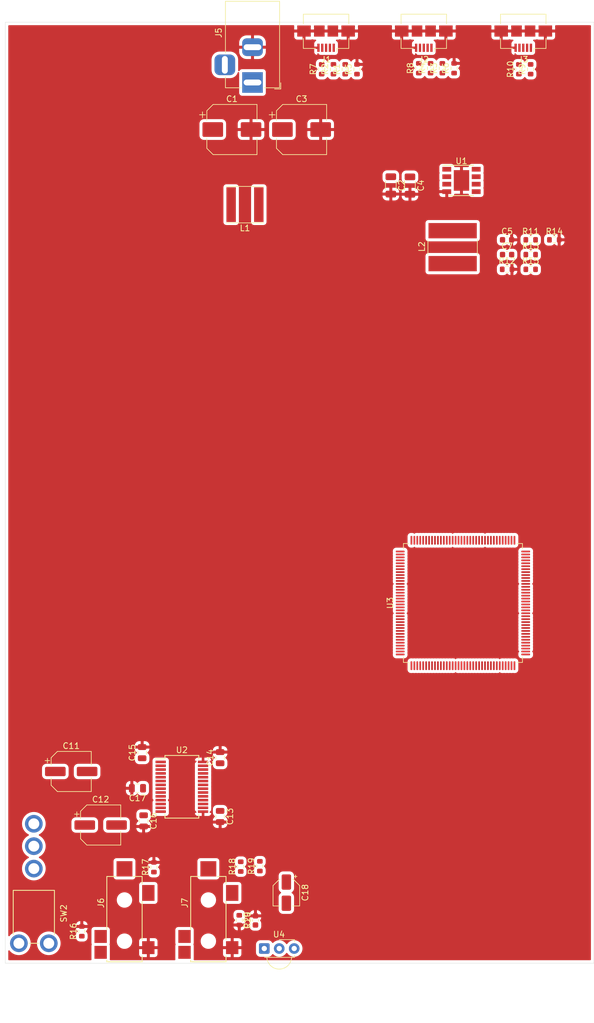
<source format=kicad_pcb>
(kicad_pcb (version 20201002) (generator pcbnew)

  (general
    (thickness 1.6)
  )

  (paper "A4")
  (layers
    (0 "F.Cu" signal)
    (31 "B.Cu" signal)
    (32 "B.Adhes" user "B.Adhesive")
    (33 "F.Adhes" user "F.Adhesive")
    (34 "B.Paste" user)
    (35 "F.Paste" user)
    (36 "B.SilkS" user "B.Silkscreen")
    (37 "F.SilkS" user "F.Silkscreen")
    (38 "B.Mask" user)
    (39 "F.Mask" user)
    (40 "Dwgs.User" user "User.Drawings")
    (41 "Cmts.User" user "User.Comments")
    (42 "Eco1.User" user "User.Eco1")
    (43 "Eco2.User" user "User.Eco2")
    (44 "Edge.Cuts" user)
    (45 "Margin" user)
    (46 "B.CrtYd" user "B.Courtyard")
    (47 "F.CrtYd" user "F.Courtyard")
    (48 "B.Fab" user)
    (49 "F.Fab" user)
  )

  (setup
    (pcbplotparams
      (layerselection 0x00010fc_ffffffff)
      (disableapertmacros false)
      (usegerberextensions false)
      (usegerberattributes true)
      (usegerberadvancedattributes true)
      (creategerberjobfile true)
      (svguseinch false)
      (svgprecision 6)
      (excludeedgelayer true)
      (plotframeref false)
      (viasonmask false)
      (mode 1)
      (useauxorigin false)
      (hpglpennumber 1)
      (hpglpenspeed 20)
      (hpglpendiameter 15.000000)
      (psnegative false)
      (psa4output false)
      (plotreference true)
      (plotvalue true)
      (plotinvisibletext false)
      (sketchpadsonfab false)
      (subtractmaskfromsilk false)
      (outputformat 1)
      (mirror false)
      (drillshape 1)
      (scaleselection 1)
      (outputdirectory "")
    )
  )


  (net 0 "")
  (net 1 "Net-(J1-Pad1)")
  (net 2 "Net-(J1-Pad2)")
  (net 3 "Net-(J1-Pad3)")
  (net 4 "Net-(J1-Pad4)")
  (net 5 "GND")
  (net 6 "Net-(J2-Pad1)")
  (net 7 "Net-(J2-Pad2)")
  (net 8 "Net-(J2-Pad3)")
  (net 9 "Net-(J2-Pad4)")
  (net 10 "Net-(J3-Pad1)")
  (net 11 "Net-(J3-Pad2)")
  (net 12 "Net-(J3-Pad3)")
  (net 13 "Net-(J3-Pad4)")
  (net 14 "/Processor/USB1_DETECT")
  (net 15 "/Processor/USB1_DM")
  (net 16 "/Processor/USB2_DETECT")
  (net 17 "/Processor/USB2_DM")
  (net 18 "/Processor/USB1_DP")
  (net 19 "/Processor/USB2_DP")
  (net 20 "/Bluetooth/USB3_DM")
  (net 21 "/Bluetooth/USB3_DP")
  (net 22 "Net-(U2-Pad26)")
  (net 23 "Net-(U2-Pad25)")
  (net 24 "Net-(U2-Pad24)")
  (net 25 "Net-(U2-Pad23)")
  (net 26 "Net-(U2-Pad22)")
  (net 27 "Net-(U2-Pad21)")
  (net 28 "Net-(U2-Pad20)")
  (net 29 "Net-(U2-Pad19)")
  (net 30 "Net-(U2-Pad13)")
  (net 31 "Net-(U2-Pad12)")
  (net 32 "Net-(U2-Pad7)")
  (net 33 "Net-(U2-Pad6)")
  (net 34 "Net-(U2-Pad5)")
  (net 35 "Net-(U2-Pad4)")
  (net 36 "Net-(U2-Pad3)")
  (net 37 "Net-(U2-Pad2)")
  (net 38 "+3V3")
  (net 39 "Net-(U3-Pad143)")
  (net 40 "Net-(U3-Pad142)")
  (net 41 "Net-(U3-Pad141)")
  (net 42 "/19V_ANALOG")
  (net 43 "Net-(U3-Pad139)")
  (net 44 "Net-(U3-Pad138)")
  (net 45 "/3.3V")
  (net 46 "Net-(SW2-Pad3)")
  (net 47 "Net-(SW2-Pad2)")
  (net 48 "Net-(SW2-Pad1)")
  (net 49 "/BT_I2C_SDA")
  (net 50 "Net-(U3-Pad132)")
  (net 51 "Net-(U3-Pad129)")
  (net 52 "Net-(U3-Pad128)")
  (net 53 "Net-(U3-Pad127)")
  (net 54 "Net-(U3-Pad126)")
  (net 55 "Net-(U3-Pad125)")
  (net 56 "Net-(U3-Pad124)")
  (net 57 "Net-(U3-Pad123)")
  (net 58 "Net-(U3-Pad122)")
  (net 59 "Net-(U3-Pad119)")
  (net 60 "Net-(U3-Pad118)")
  (net 61 "Net-(U3-Pad117)")
  (net 62 "Net-(U3-Pad116)")
  (net 63 "Net-(U3-Pad115)")
  (net 64 "Net-(U3-Pad114)")
  (net 65 "Net-(U3-Pad113)")
  (net 66 "Net-(U3-Pad112)")
  (net 67 "Net-(U3-Pad111)")
  (net 68 "/BT_I2C_SCL")
  (net 69 "Net-(U3-Pad109)")
  (net 70 "Net-(U3-Pad106)")
  (net 71 "Net-(U3-Pad105)")
  (net 72 "Net-(U3-Pad101)")
  (net 73 "Net-(U3-Pad100)")
  (net 74 "Net-(U3-Pad99)")
  (net 75 "Net-(U3-Pad98)")
  (net 76 "/AMP_I2S_SDI")
  (net 77 "/AMP_I2S_SDO")
  (net 78 "Net-(U3-Pad93)")
  (net 79 "Net-(U3-Pad92)")
  (net 80 "Net-(U3-Pad91)")
  (net 81 "Net-(U3-Pad90)")
  (net 82 "Net-(U3-Pad89)")
  (net 83 "Net-(U3-Pad88)")
  (net 84 "Net-(U3-Pad87)")
  (net 85 "Net-(U3-Pad86)")
  (net 86 "Net-(U3-Pad85)")
  (net 87 "Net-(U3-Pad82)")
  (net 88 "Net-(U3-Pad81)")
  (net 89 "Net-(U3-Pad80)")
  (net 90 "Net-(U3-Pad79)")
  (net 91 "Net-(U3-Pad78)")
  (net 92 "Net-(U3-Pad77)")
  (net 93 "Net-(U3-Pad73)")
  (net 94 "Net-(U3-Pad71)")
  (net 95 "Net-(U3-Pad70)")
  (net 96 "/AMP_I2S_CK")
  (net 97 "Net-(U3-Pad68)")
  (net 98 "Net-(U3-Pad67)")
  (net 99 "Net-(U3-Pad66)")
  (net 100 "Net-(U3-Pad65)")
  (net 101 "Net-(U3-Pad64)")
  (net 102 "Net-(U3-Pad63)")
  (net 103 "Net-(U3-Pad60)")
  (net 104 "Net-(U3-Pad59)")
  (net 105 "Net-(U3-Pad58)")
  (net 106 "Net-(U3-Pad57)")
  (net 107 "Net-(U3-Pad56)")
  (net 108 "Net-(U3-Pad55)")
  (net 109 "Net-(U3-Pad54)")
  (net 110 "Net-(U3-Pad53)")
  (net 111 "Net-(U3-Pad50)")
  (net 112 "Net-(U3-Pad49)")
  (net 113 "Net-(U3-Pad48)")
  (net 114 "Net-(U3-Pad47)")
  (net 115 "Net-(U3-Pad46)")
  (net 116 "Net-(U3-Pad45)")
  (net 117 "Net-(U3-Pad44)")
  (net 118 "Net-(U3-Pad43)")
  (net 119 "Net-(U3-Pad42)")
  (net 120 "Net-(U3-Pad41)")
  (net 121 "Net-(U3-Pad40)")
  (net 122 "Net-(U3-Pad37)")
  (net 123 "Net-(U3-Pad36)")
  (net 124 "Net-(U3-Pad35)")
  (net 125 "Net-(U3-Pad34)")
  (net 126 "Net-(U3-Pad32)")
  (net 127 "/AMP_I2S_MCK")
  (net 128 "/BT_I2S_MCK")
  (net 129 "Net-(U3-Pad27)")
  (net 130 "Net-(U3-Pad26)")
  (net 131 "Net-(U3-Pad25)")
  (net 132 "Net-(U3-Pad24)")
  (net 133 "Net-(U3-Pad23)")
  (net 134 "Net-(U3-Pad22)")
  (net 135 "Net-(U3-Pad21)")
  (net 136 "Net-(U3-Pad20)")
  (net 137 "Net-(U3-Pad19)")
  (net 138 "Net-(U3-Pad18)")
  (net 139 "Net-(U3-Pad15)")
  (net 140 "Net-(U3-Pad14)")
  (net 141 "Net-(U3-Pad13)")
  (net 142 "Net-(U3-Pad12)")
  (net 143 "/BT_I2S_WS")
  (net 144 "/BT_I2S_CK")
  (net 145 "Net-(U3-Pad9)")
  (net 146 "Net-(U3-Pad8)")
  (net 147 "Net-(U3-Pad7)")
  (net 148 "Net-(U3-Pad5)")
  (net 149 "Net-(U3-Pad4)")
  (net 150 "Net-(U3-Pad3)")
  (net 151 "Net-(U3-Pad2)")
  (net 152 "Net-(U3-Pad1)")
  (net 153 "Net-(J5-Pad3)")
  (net 154 "Net-(F1-Pad2)")
  (net 155 "Net-(C5-Pad1)")
  (net 156 "Net-(R11-Pad1)")
  (net 157 "Net-(C6-Pad1)")
  (net 158 "Net-(R13-Pad1)")
  (net 159 "Net-(C7-Pad1)")
  (net 160 "Net-(C1-Pad1)")
  (net 161 "Net-(C7-Pad2)")
  (net 162 "Net-(U4-Pad3)")
  (net 163 "Net-(U4-Pad2)")
  (net 164 "Net-(U4-Pad1)")
  (net 165 "Net-(J6-PadRN)")
  (net 166 "Net-(J6-PadTN)")
  (net 167 "Net-(J7-PadRN)")
  (net 168 "Net-(J7-PadR)")
  (net 169 "Net-(J7-PadTN)")
  (net 170 "Net-(C13-Pad1)")
  (net 171 "/BT_I2S_SDI")
  (net 172 "Net-(C12-Pad2)")
  (net 173 "Net-(C11-Pad2)")
  (net 174 "Net-(C18-Pad2)")
  (net 175 "Net-(C8-Pad1)")
  (net 176 "Net-(C10-Pad1)")
  (net 177 "Net-(R18-Pad2)")
  (net 178 "Net-(R19-Pad2)")
  (net 179 "Net-(C18-Pad1)")
  (net 180 "Net-(C12-Pad1)")
  (net 181 "Net-(C11-Pad1)")
  (net 182 "/BT_I2S_SDO")
  (net 183 "/AMP_I2C_SCL")
  (net 184 "/AMP_I2C_SDA")
  (net 185 "/AMP_I2S_WS")

  (module "Resistor_SMD:R_0603_1608Metric" (layer "F.Cu") (tedit 5F68FEEE) (tstamp 00000000-0000-0000-0000-00005fa6e808)
    (at 135.25 32.825 90)
    (descr "Resistor SMD 0603 (1608 Metric), square (rectangular) end terminal, IPC_7351 nominal, (Body size source: IPC-SM-782 page 72, https://www.pcb-3d.com/wordpress/wp-content/uploads/ipc-sm-782a_amendment_1_and_2.pdf), generated with kicad-footprint-generator")
    (tags "resistor")
    (property "Dateiname Blatt" "processor.kicad_sch")
    (property "Schaltplanname" "Processor")
    (path "/00000000-0000-0000-0000-00005fa5bd7a/00000000-0000-0000-0000-00005fab6c7b")
    (attr smd)
    (fp_text reference "R8" (at 0 -1.43 90) (layer "F.SilkS")
      (effects (font (size 1 1) (thickness 0.15)))
      (tstamp e39881f7-cf88-4d00-bba4-c2ec9a681dd8)
    )
    (fp_text value "22" (at 0 1.43 90) (layer "F.Fab")
      (effects (font (size 1 1) (thickness 0.15)))
      (tstamp 37887c6a-e6aa-4e63-8047-e2d1cd6666f2)
    )
    (fp_text user "${REFERENCE}" (at 0 0 90) (layer "F.Fab")
      (effects (font (size 0.4 0.4) (thickness 0.06)))
      (tstamp 0fdd7f7f-f109-46cb-ac28-add6a966e273)
    )
    (fp_line (start -0.237258 0.5225) (end 0.237258 0.5225) (layer "F.SilkS") (width 0.12) (tstamp eeb5648d-6846-4025-b63d-b1a907a63cd6))
    (fp_line (start -0.237258 -0.5225) (end 0.237258 -0.5225) (layer "F.SilkS") (width 0.12) (tstamp f5ffc147-75f5-4a22-b637-963d7181df7e))
    (fp_line (start -1.48 -0.73) (end 1.48 -0.73) (layer "F.CrtYd") (width 0.05) (tstamp 46cdb895-167f-45f3-a696-d10a069697c2))
    (fp_line (start 1.48 0.73) (end -1.48 0.73) (layer "F.CrtYd") (width 0.05) (tstamp 6459d337-c025-46b4-a4a3-e832da835974))
    (fp_line (start 1.48 -0.73) (end 1.48 0.73) (layer "F.CrtYd") (width 0.05) (tstamp b28533e4-46fd-492b-a0f2-7b40006e9c0e))
    (fp_line (start -1.48 0.73) (end -1.48 -0.73) (layer "F.CrtYd") (width 0.05) (tstamp bf765438-1a51-4bab-9e09-e4872792490d))
    (fp_line (start -0.8 -0.4125) (end 0.8 -0.4125) (layer "F.Fab") (width 0.1) (tstamp 821b2d1f-eb4d-4888-9326-8c6359baf487))
    (fp_line (start -0.8 0.4125) (end -0.8 -0.4125) (layer "F.Fab") (width 0.1) (tstamp 8a12f0b5-328f-45e0-bfcc-f4e077aa0502))
    (fp_line (start 0.8 -0.4125) (end 0.8 0.4125) (layer "F.Fab") (width 0.1) (tstamp f48f7dc6-dd3c-4286-be02-bd4a5f605ffc))
    (fp_line (start 0.8 0.4125) (end -0.8 0.4125) (layer "F.Fab") (width 0.1) (tstamp fb17b412-204f-4cfa-955c-570b1a173067))
    (pad "1" smd roundrect (at -0.825 0 90) (size 0.8 0.95) (layers "F.Cu" "F.Paste" "F.Mask") (roundrect_rratio 0.25)
      (net 19 "/Processor/USB2_DP") (tstamp 39b524f1-b64d-4cfa-9f10-25ad778db5d7))
    (pad "2" smd roundrect (at 0.825 0 90) (size 0.8 0.95) (layers "F.Cu" "F.Paste" "F.Mask") (roundrect_rratio 0.25)
      (net 8 "Net-(J2-Pad3)") (tstamp 5bafea6e-1027-423e-917b-ff9531267409))
    (model "${KISYS3DMOD}/Resistor_SMD.3dshapes/R_0603_1608Metric.wrl"
      (offset (xyz 0 0 0))
      (scale (xyz 1 1 1))
      (rotate (xyz 0 0 0))
    )
  )

  (module "Resistor_SMD:R_0603_1608Metric" (layer "F.Cu") (tedit 5F68FEEE) (tstamp 00000000-0000-0000-0000-00005fa6e838)
    (at 137.25 32.825 90)
    (descr "Resistor SMD 0603 (1608 Metric), square (rectangular) end terminal, IPC_7351 nominal, (Body size source: IPC-SM-782 page 72, https://www.pcb-3d.com/wordpress/wp-content/uploads/ipc-sm-782a_amendment_1_and_2.pdf), generated with kicad-footprint-generator")
    (tags "resistor")
    (property "Dateiname Blatt" "processor.kicad_sch")
    (property "Schaltplanname" "Processor")
    (path "/00000000-0000-0000-0000-00005fa5bd7a/00000000-0000-0000-0000-00005fab6c81")
    (attr smd)
    (fp_text reference "R4" (at 0 -1.43 90) (layer "F.SilkS")
      (effects (font (size 1 1) (thickness 0.15)))
      (tstamp 139f6b84-d894-4cda-bbff-6c962ebe24fa)
    )
    (fp_text value "22" (at 0 1.43 90) (layer "F.Fab")
      (effects (font (size 1 1) (thickness 0.15)))
      (tstamp 0086f8f0-8fb3-42bf-9b96-be36eeabfa73)
    )
    (fp_text user "${REFERENCE}" (at 0 0 90) (layer "F.Fab")
      (effects (font (size 0.4 0.4) (thickness 0.06)))
      (tstamp 8d948562-de87-4984-aaff-59087e5bf123)
    )
    (fp_line (start -0.237258 0.5225) (end 0.237258 0.5225) (layer "F.SilkS") (width 0.12) (tstamp a6a11af6-4b17-40e6-a289-a41da0c0ade1))
    (fp_line (start -0.237258 -0.5225) (end 0.237258 -0.5225) (layer "F.SilkS") (width 0.12) (tstamp f6f0037e-980c-445d-a90d-c10f34fa7eae))
    (fp_line (start 1.48 -0.73) (end 1.48 0.73) (layer "F.CrtYd") (width 0.05) (tstamp 00c53caa-b363-4e81-9244-edc40f8872c5))
    (fp_line (start -1.48 -0.73) (end 1.48 -0.73) (layer "F.CrtYd") (width 0.05) (tstamp 0562ca18-47ea-482b-af44-de8fd28b8579))
    (fp_line (start -1.48 0.73) (end -1.48 -0.73) (layer "F.CrtYd") (width 0.05) (tstamp 3ef7dafe-7e24-4720-a3ce-4fd423e10395))
    (fp_line (start 1.48 0.73) (end -1.48 0.73) (layer "F.CrtYd") (width 0.05) (tstamp ba7f62c9-0672-4bfb-b52a-0f6521f68c41))
    (fp_line (start -0.8 -0.4125) (end 0.8 -0.4125) (layer "F.Fab") (width 0.1) (tstamp 111496bd-f904-4a40-95bd-4f94c29f77f2))
    (fp_line (start -0.8 0.4125) (end -0.8 -0.4125) (layer "F.Fab") (width 0.1) (tstamp 7c8572f9-695a-443c-af90-fd13030c043e))
    (fp_line (start 0.8 0.4125) (end -0.8 0.4125) (layer "F.Fab") (width 0.1) (tstamp c59a90bb-64a0-4ae6-b7a7-749961b590f9))
    (fp_line (start 0.8 -0.4125) (end 0.8 0.4125) (layer "F.Fab") (width 0.1) (tstamp ce0cf589-5a7b-437c-a82e-8808973e94d4))
    (pad "1" smd roundrect (at -0.825 0 90) (size 0.8 0.95) (layers "F.Cu" "F.Paste" "F.Mask") (roundrect_rratio 0.25)
      (net 17 "/Processor/USB2_DM") (tstamp 8c0c2f22-1797-47d7-bb97-133d698cad03))
    (pad "2" smd roundrect (at 0.825 0 90) (size 0.8 0.95) (layers "F.Cu" "F.Paste" "F.Mask") (roundrect_rratio 0.25)
      (net 7 "Net-(J2-Pad2)") (tstamp 9eac56e9-faec-4b48-9809-35f87a46ce7b))
    (model "${KISYS3DMOD}/Resistor_SMD.3dshapes/R_0603_1608Metric.wrl"
      (offset (xyz 0 0 0))
      (scale (xyz 1 1 1))
      (rotate (xyz 0 0 0))
    )
  )

  (module "Resistor_SMD:R_0603_1608Metric" (layer "F.Cu") (tedit 5F68FEEE) (tstamp 00000000-0000-0000-0000-00005fa6e86b)
    (at 141.25 32.825 90)
    (descr "Resistor SMD 0603 (1608 Metric), square (rectangular) end terminal, IPC_7351 nominal, (Body size source: IPC-SM-782 page 72, https://www.pcb-3d.com/wordpress/wp-content/uploads/ipc-sm-782a_amendment_1_and_2.pdf), generated with kicad-footprint-generator")
    (tags "resistor")
    (property "Dateiname Blatt" "processor.kicad_sch")
    (property "Schaltplanname" "Processor")
    (path "/00000000-0000-0000-0000-00005fa5bd7a/00000000-0000-0000-0000-00005fab6c68")
    (attr smd)
    (fp_text reference "R6" (at 0 -1.43 90) (layer "F.SilkS")
      (effects (font (size 1 1) (thickness 0.15)))
      (tstamp f6ba6967-93b4-40d7-834d-565bc6730caa)
    )
    (fp_text value "3.3k" (at 0 1.43 90) (layer "F.Fab")
      (effects (font (size 1 1) (thickness 0.15)))
      (tstamp 8d2a7b7b-7c99-47ed-aeee-b7629ff86ea3)
    )
    (fp_text user "${REFERENCE}" (at 0 0 90) (layer "F.Fab")
      (effects (font (size 0.4 0.4) (thickness 0.06)))
      (tstamp 7dad52c5-7292-4eda-bab4-83a3a2b14a8d)
    )
    (fp_line (start -0.237258 -0.5225) (end 0.237258 -0.5225) (layer "F.SilkS") (width 0.12) (tstamp 61cd9aa6-dde3-4f9b-9f49-2106f356e72b))
    (fp_line (start -0.237258 0.5225) (end 0.237258 0.5225) (layer "F.SilkS") (width 0.12) (tstamp 675ab4a3-7120-4775-bd04-27ab749085e3))
    (fp_line (start -1.48 0.73) (end -1.48 -0.73) (layer "F.CrtYd") (width 0.05) (tstamp 60226daf-3408-4748-8e35-8e1b67e0d2b6))
    (fp_line (start -1.48 -0.73) (end 1.48 -0.73) (layer "F.CrtYd") (width 0.05) (tstamp 6d0aabc8-e970-46c1-9a92-73866fe4a640))
    (fp_line (start 1.48 -0.73) (end 1.48 0.73) (layer "F.CrtYd") (width 0.05) (tstamp dc387448-c6bb-4dec-9bb2-00aebc05ae68))
    (fp_line (start 1.48 0.73) (end -1.48 0.73) (layer "F.CrtYd") (width 0.05) (tstamp ff5eed75-b5fb-4095-a89a-f3b54dc37dbf))
    (fp_line (start -0.8 0.4125) (end -0.8 -0.4125) (layer "F.Fab") (width 0.1) (tstamp aa0e4162-cd0f-476e-a73d-44c28ff047b7))
    (fp_line (start 0.8 -0.4125) (end 0.8 0.4125) (layer "F.Fab") (width 0.1) (tstamp e404f583-7b82-45b9-a7e9-27bb6c271b4b))
    (fp_line (start -0.8 -0.4125) (end 0.8 -0.4125) (layer "F.Fab") (width 0.1) (tstamp ef1222e8-e1df-4883-8185-e74d5961e12d))
    (fp_line (start 0.8 0.4125) (end -0.8 0.4125) (layer "F.Fab") (width 0.1) (tstamp efa45cfa-1377-4755-b495-1f484f64db9e))
    (pad "1" smd roundrect (at -0.825 0 90) (size 0.8 0.95) (layers "F.Cu" "F.Paste" "F.Mask") (roundrect_rratio 0.25)
      (net 16 "/Processor/USB2_DETECT") (tstamp 304d514b-c48e-4f71-95d9-da38319065b2))
    (pad "2" smd roundrect (at 0.825 0 90) (size 0.8 0.95) (layers "F.Cu" "F.Paste" "F.Mask") (roundrect_rratio 0.25)
      (net 5 "GND") (tstamp e212cead-d973-42f2-834e-c2fe54dbdf19))
    (model "${KISYS3DMOD}/Resistor_SMD.3dshapes/R_0603_1608Metric.wrl"
      (offset (xyz 0 0 0))
      (scale (xyz 1 1 1))
      (rotate (xyz 0 0 0))
    )
  )

  (module "Resistor_SMD:R_0603_1608Metric" (layer "F.Cu") (tedit 5F68FEEE) (tstamp 00000000-0000-0000-0000-00005fa6e89b)
    (at 122.75 33 90)
    (descr "Resistor SMD 0603 (1608 Metric), square (rectangular) end terminal, IPC_7351 nominal, (Body size source: IPC-SM-782 page 72, https://www.pcb-3d.com/wordpress/wp-content/uploads/ipc-sm-782a_amendment_1_and_2.pdf), generated with kicad-footprint-generator")
    (tags "resistor")
    (property "Dateiname Blatt" "processor.kicad_sch")
    (property "Schaltplanname" "Processor")
    (path "/00000000-0000-0000-0000-00005fa5bd7a/00000000-0000-0000-0000-00005fa8a848")
    (attr smd)
    (fp_text reference "R1" (at 0 -1.43 90) (layer "F.SilkS")
      (effects (font (size 1 1) (thickness 0.15)))
      (tstamp d7a171eb-c3ad-4ef1-b528-95b0144f4c14)
    )
    (fp_text value "1.8k" (at 0 1.43 90) (layer "F.Fab")
      (effects (font (size 1 1) (thickness 0.15)))
      (tstamp 65bcf35c-439f-4830-8014-a86ba572abe4)
    )
    (fp_text user "${REFERENCE}" (at 0 0 90) (layer "F.Fab")
      (effects (font (size 0.4 0.4) (thickness 0.06)))
      (tstamp 3ec417c0-6324-4173-acc1-20b14ef80ee5)
    )
    (fp_line (start -0.237258 0.5225) (end 0.237258 0.5225) (layer "F.SilkS") (width 0.12) (tstamp 7dab1721-9f25-45bf-813b-a9b75b73212e))
    (fp_line (start -0.237258 -0.5225) (end 0.237258 -0.5225) (layer "F.SilkS") (width 0.12) (tstamp ac9e6e54-7b8c-407a-8155-f2ced766de12))
    (fp_line (start 1.48 -0.73) (end 1.48 0.73) (layer "F.CrtYd") (width 0.05) (tstamp 2e21edc9-f0a3-4033-959a-1715f0fa9393))
    (fp_line (start -1.48 0.73) (end -1.48 -0.73) (layer "F.CrtYd") (width 0.05) (tstamp 4ffa43d0-7254-4d95-9e50-059303721251))
    (fp_line (start 1.48 0.73) (end -1.48 0.73) (layer "F.CrtYd") (width 0.05) (tstamp 6ef75779-4aba-420c-8a22-4e3f1e15ddf1))
    (fp_line (start -1.48 -0.73) (end 1.48 -0.73) (layer "F.CrtYd") (width 0.05) (tstamp fd6cfd4d-1c51-4b20-ad4c-4fe9ee8fe243))
    (fp_line (start -0.8 -0.4125) (end 0.8 -0.4125) (layer "F.Fab") (width 0.1) (tstamp 2df9a07d-1524-420b-8dbd-af073a409eea))
    (fp_line (start 0.8 0.4125) (end -0.8 0.4125) (layer "F.Fab") (width 0.1) (tstamp 2eed133c-e21b-4707-8f27-0891b1fe1679))
    (fp_line (start -0.8 0.4125) (end -0.8 -0.4125) (layer "F.Fab") (width 0.1) (tstamp 77c8a1c7-028c-4a7d-8bdf-35cbc817584a))
    (fp_line (start 0.8 -0.4125) (end 0.8 0.4125) (layer "F.Fab") (width 0.1) (tstamp 8b58d404-d031-499a-9e09-3bd0e645a54d))
    (pad "1" smd roundrect (at -0.825 0 90) (size 0.8 0.95) (layers "F.Cu" "F.Paste" "F.Mask") (roundrect_rratio 0.25)
      (net 14 "/Processor/USB1_DETECT") (tstamp 7b047167-652b-4bd9-9834-66c4bb8ed477))
    (pad "2" smd roundrect (at 0.825 0 90) (size 0.8 0.95) (layers "F.Cu" "F.Paste" "F.Mask") (roundrect_rratio 0.25)
      (net 1 "Net-(J1-Pad1)") (tstamp 762ad237-733a-4542-953f-da5811d00035))
    (model "${KISYS3DMOD}/Resistor_SMD.3dshapes/R_0603_1608Metric.wrl"
      (offset (xyz 0 0 0))
      (scale (xyz 1 1 1))
      (rotate (xyz 0 0 0))
    )
  )

  (module "Connector_USB:USB_Micro-B_Amphenol_10104110_Horizontal" (layer "F.Cu") (tedit 5E5842A1) (tstamp 00000000-0000-0000-0000-00005fa6e8e3)
    (at 136.1 27.8 180)
    (descr "USB Micro-B, horizontal, https://cdn.amphenol-icc.com/media/wysiwyg/files/drawing/10104110.pdf")
    (tags "USB Micro B horizontal")
    (property "Dateiname Blatt" "processor.kicad_sch")
    (property "Schaltplanname" "Processor")
    (path "/00000000-0000-0000-0000-00005fa5bd7a/00000000-0000-0000-0000-00005fab6c50")
    (attr smd)
    (fp_text reference "J2" (at 0 -3.55) (layer "F.SilkS")
      (effects (font (size 1 1) (thickness 0.15)))
      (tstamp a847dee5-4d59-4516-9eec-c3016e33412c)
    )
    (fp_text value "USB_B_Micro" (at 0 5.35) (layer "F.Fab")
      (effects (font (size 1 1) (thickness 0.15)))
      (tstamp a68a6164-20b7-410d-a0eb-d40d4c7d9456)
    )
    (fp_text user "PCB edge" (at 0 2.75) (layer "Dwgs.User")
      (effects (font (size 0.5 0.5) (thickness 0.08)))
      (tstamp 0c564279-eed7-42a0-90c7-712645deb928)
    )
    (fp_text user "${REFERENCE}" (at 0 -0.2) (layer "F.Fab")
      (effects (font (size 1 1) (thickness 0.15)))
      (tstamp 714aaa7a-2698-4531-8548-8f0c6290e080)
    )
    (fp_line (start -3.86 0.05) (end -3.86 -1.66) (layer "F.SilkS") (width 0.12) (tstamp 648f0ec8-29c4-4a44-9c71-8aa24fe40e65))
    (fp_line (start -3.86 -1.66) (end -1.8 -1.66) (layer "F.SilkS") (width 0.12) (tstamp 75b23551-f3e6-46a5-af0b-f857cca11539))
    (fp_line (start -1.8 -1.66) (end -1.8 -2.25) (layer "F.SilkS") (width 0.12) (tstamp 77b788c7-a520-49f0-84f4-e2b4b310b59d))
    (fp_line (start 3.86 -1.66) (end 1.8 -1.66) (layer "F.SilkS") (width 0.12) (tstamp 8dadf47e-9fd9-4f92-91a5-442063e0d887))
    (fp_line (start -3.86 4.16) (end -3.86 2.55) (layer "F.SilkS") (width 0.12) (tstamp 953db86f-986d-4928-b0ac-4c7c4c49b853))
    (fp_line (start -3.86 4.16) (end 3.86 4.16) (layer "F.SilkS") (width 0.12) (tstamp 9cdef761-6118-42e1-bdc9-f17059363d3c))
    (fp_line (start 3.86 0.05) (end 3.86 -1.66) (layer "F.SilkS") (width 0.12) (tstamp a9d28347-f4f7-4045-b81c-f868956ca142))
    (fp_line (start 3.86 4.16) (end 3.86 2.55) (layer "F.SilkS") (width 0.12) (tstamp d6d3cb69-8c98-4e48-a161-5c51960735d5))
    (fp_line (start -5.4 -2.75) (end -5.4 4.55) (layer "F.CrtYd") (width 0.05) (tstamp 7fbc78b9-160e-42de-9fc4-0b28a4ba124a))
    (fp_line (start 5.4 4.55) (end 5.4 -2.75) (layer "F.CrtYd") (width 0.05) (tstamp 93eb731f-3c8e-4f31-9fee-45b84847537a))
    (fp_line (start -5.4 4.55) (end 5.4 4.55) (layer "F.CrtYd") (width 0.05) (tstamp c747cfb6-a1e7-4f5f-b3c7-d4db8e85f28b))
    (fp_line (start 5.4 -2.75) (end -5.4 -2.75) (layer "F.CrtYd") (width 0.05) (tstamp fa96962c-fd47-4f57-98e6-e8260f000b66))
    (fp_line (start -1.7 -2.25) (end -1.3 -1.85) (layer "F.Fab") (width 0.1) (tstamp 3d29a789-861c-464f-af26-fcf46ce7d87e))
    (fp_line (start -0.9 -2.25) (end -1.7 -2.25) (layer "F.Fab") (width 0.1) (tstamp 487918ee-2a5a-4bed-8599-510fad61e627))
    (fp_line (start 3.75 -1.55) (end 3.75 4.05) (layer "F.Fab") (width 0.1) (tstamp 52ad60af-fa00-4313-a38e-09e8716f145b))
    (fp_line (start -3.75 -1.55) (end 3.75 -1.55) (layer "F.Fab") (width 0.1) (tstamp 6ef582e9-2765-450a-a8ca-1b3875698731))
    (fp_line (start -2.6 2.75) (end 2.6 2.75) (layer "F.Fab") (width 0.1) (tstamp 70e1a24e-9fd2-4117-90b9-14ea94ca94c0))
    (fp_line (start -3.75 4.05) (end -3.75 -1.55) (layer "F.Fab") (width 0.1) (tstamp 782210fc-9bc1-4cfc-b1c6-6db59f2c15fa))
    (fp_line (start -1.3 -1.85) (end -0.9 -2.25) (layer "F.Fab") (width 0.1) (tstamp 947ae50b-b06b-4d1e-91d6-17e460954f9d))
    (fp_line (start 3.75 4.05) (end -3.75 4.05) (layer "F.Fab") (width 0.1) (tstamp ef4910ab-976f-47fe-89ef-784edb792617))
    (pad "1" smd rect (at -1.3 -1.55 180) (size 0.4 1.4) (layers "F.Cu" "F.Paste" "F.Mask")
      (net 6 "Net-(J2-Pad1)") (pinfunction "VBUS") (tstamp 07c141d5-1cc6-4b20-9087-d650ee0a33a9))
    (pad "2" smd rect (at -0.65 -1.55 180) (size 0.4 1.4) (layers "F.Cu" "F.Paste" "F.Mask")
      (net 7 "Net-(J2-Pad2)") (pinfunction "D-") (tstamp 7c09651d-6165-4c75-8301-cf60ae9c0595))
    (pad "3" smd rect (at 0 -1.55 180) (size 0.4 1.4) (layers "F.Cu" "F.Paste" "F.Mask")
      (net 8 "Net-(J2-Pad3)") (pinfunction "D+") (tstamp 0f34bc95-ff5f-4e5d-a643-650fa79efbe3))
    (pad "4" smd rect (at 0.65 -1.55 180) (size 0.4 1.4) (layers "F.Cu" "F.Paste" "F.Mask")
      (net 9 "Net-(J2-Pad4)") (pinfunction "ID") (tstamp b6995ec1-7cc0-4d2b-9eb8-72c1d59707e4))
    (pad "5" smd rect (at 1.3 -1.55 180) (size 0.4 1.4) (layers "F.Cu" "F.Paste" "F.Mask")
      (net 5 "GND") (pinfunction "GND") (tstamp e8e89643-7ca0-4a37-bcec-4c8c531a5eac))
    (pad "6" smd rect (at -3.75 1.3 180) (size 2.3 1.9) (layers "F.Cu" "F.Paste" "F.Mask")
      (net 5 "GND") (pinfunction "Shield") (tstamp 57da86e6-7cb6-4374-beec-7c498984430c))
    (pad "6" smd rect (at 3.75 1.3 180) (size 2.3 1.9) (layers "F.Cu" "F.Paste" "F.Mask")
      (net 5 "GND") (pinfunction "Shield") (tstamp 723634c8-1282-45aa-baf0-71377070cf17))
    (pad "6" smd rect (at 1.15 1.3 180) (size 1.8 1.9) (layers "F.Cu" "F.Paste" "F.Mask")
      (net 5 "GND") (pinfunction "Shield") (tstamp d9356fd9-efd8-471e-a648-801fef6666df))
    (pad "6" smd rect (at -1.15 1.3 180) (size 1.8 1.9) (layers "F.Cu" "F.Paste" "F.Mask")
      (net 5 "GND") (pinfunction "Shield") (tstamp ebd3df47-aec3-4c8d-b207-c14e7cc1f616))
    (model "${KISYS3DMOD}/Connector_USB.3dshapes/USB_Micro-B_Amphenol_10104110_Horizontal.wrl"
      (offset (xyz 0 0 0))
      (scale (xyz 1 1 1))
      (rotate (xyz 0 0 0))
    )
  )

  (module "Package_QFP:LQFP-144_20x20mm_P0.5mm" (layer "F.Cu") (tedit 5D9F72B0) (tstamp 00000000-0000-0000-0000-00005fa6e9e1)
    (at 142.75 123.75 90)
    (descr "LQFP, 144 Pin (http://ww1.microchip.com/downloads/en/PackagingSpec/00000049BQ.pdf#page=425), generated with kicad-footprint-generator ipc_gullwing_generator.py")
    (tags "LQFP QFP")
    (property "Dateiname Blatt" "processor.kicad_sch")
    (property "Schaltplanname" "Processor")
    (path "/00000000-0000-0000-0000-00005fa5bd7a/00000000-0000-0000-0000-00005fa5e618")
    (attr smd)
    (fp_text reference "U3" (at 0 -12.35 90) (layer "F.SilkS")
      (effects (font (size 1 1) (thickness 0.15)))
      (tstamp 1f97237c-f011-408c-9c0d-416d2eb0d3ae)
    )
    (fp_text value "STM32F429ZITx" (at 0 12.35 90) (layer "F.Fab")
      (effects (font (size 1 1) (thickness 0.15)))
      (tstamp cad8f87c-268d-4a61-83e3-01b57c147d87)
    )
    (fp_text user "${REFERENCE}" (at 0 0 90) (layer "F.Fab")
      (effects (font (size 1 1) (thickness 0.15)))
      (tstamp 13f8baba-a053-4dd5-8c3d-6965af405132)
    )
    (fp_line (start 10.11 10.11) (end 10.11 9.16) (layer "F.SilkS") (width 0.12) (tstamp 030427d9-cd5a-4760-98d9-4c62aeb651e3))
    (fp_line (start 9.16 -10.11) (end 10.11 -10.11) (layer "F.SilkS") (width 0.12) (tstamp 1d76b536-5e69-4d4f-9185-33fafd3a4d9e))
    (fp_line (start -10.11 -10.11) (end -10.11 -9.16) (layer "F.SilkS") (width 0.12) (tstamp 2b00c685-0656-4549-9138-2ed5c90f1555))
    (fp_line (start 10.11 -10.11) (end 10.11 -9.16) (layer "F.SilkS") (width 0.12) (tstamp 31aa1212-30a8-480a-a0e2-a3ae50b30baf))
    (fp_line (start -9.16 -10.11) (end -10.11 -10.11) (layer "F.SilkS") (width 0.12) (tstamp 4ead7eed-079e-4716-9943-11c2f4da5b2d))
    (fp_line (start 9.16 10.11) (end 10.11 10.11) (layer "F.SilkS") (width 0.12) (tstamp 4f7701a7-582b-4ffc-b7ee-0f7b844fa0df))
    (fp_line (start -9.16 10.11) (end -10.11 10.11) (layer "F.SilkS") (width 0.12) (tstamp 5c5c6158-b986-4a7d-b1b2-9b56f432b6d7))
    (fp_line (start -10.11 -9.16) (end -11.4 -9.16) (layer "F.SilkS") (width 0.12) (tstamp 96838ade-6300-46ce-bdf9-3724727ad0fd))
    (fp_line (start -10.11 10.11) (end -10.11 9.16) (layer "F.SilkS") (width 0.12) (tstamp c9431791-7cf7-477e-9e96-d34800b7dcba))
    (fp_line (start 9.15 10.25) (end 10.25 10.25) (layer "F.CrtYd") (width 0.05) (tstamp 00834fc2-84a1-4e67-980b-5dcd98fc0ed8))
    (fp_line (start 9.15 -10.25) (end 10.25 -10.25) (layer "F.CrtYd") (width 0.05) (tstamp 0ca6e9c1-c735-4c4f-ba30-ebc2cba87489))
    (fp_line (start 11.65 9.15) (end 11.65 0) (layer "F.CrtYd") (width 0.05) (tstamp 1ea3b5a2-3ddb-47b5-813c-4f3b06af8067))
    (fp_line (start 9.15 -11.65) (end 9.15 -10.25) (layer "F.CrtYd") (width 0.05) (tstamp 2756e87f-c28c-4448-9486-f614c5a00552))
    (fp_line (start -10.25 -9.15) (end -11.65 -9.15) (layer "F.CrtYd") (width 0.05) (tstamp 55385565-e7c2-480b-a294-8ca3b3cccaed))
    (fp_line (start -10.25 10.25) (end -10.25 9.15) (layer "F.CrtYd") (width 0.05) (tstamp 641e5c61-8f82-4b29-9c28-4e96cb411135))
    (fp_line (start 10.25 10.25) (end 10.25 9.15) (layer "F.CrtYd") (width 0.05) (tstamp 64277ee3-8f74-44f8-b56c-03113000c6e1))
    (fp_line (start 10.25 -9.15) (end 11.65 -9.15) (layer "F.CrtYd") (width 0.05) (tstamp 69f3bc01-5a49-4e05-bd90-aafc69a1498c))
    (fp_line (start 0 11.65) (end 9.15 11.65) (layer "F.CrtYd") (width 0.05) (tstamp 6d0f3ab1-860d-4a99-b5d9-ffe0d0e20a5d))
    (fp_line (start -10.25 9.15) (end -11.65 9.15) (layer "F.CrtYd") (width 0.05) (tstamp 6db63aae-c85c-485f-906a-bd119c91ce2f))
    (fp_line (start 9.15 11.65) (end 9.15 10.25) (layer "F.CrtYd") (width 0.05) (tstamp 756ee9b5-f515-431a-84d9-0c19caf28087))
    (fp_line (start -9.15 -10.25) (end -10.25 -10.25) (layer "F.CrtYd") (width 0.05) (tstamp 7de84704-eb06-4b63-8058-6cb68c62a730))
    (fp_line (start 0 11.65) (end -9.15 11.65) (layer "F.CrtYd") (width 0.05) (tstamp 82eca87b-b428-40ef-b2f5-25b165ff5430))
    (fp_line (start 11.65 -9.15) (end 11.65 0) (layer "F.CrtYd") (width 0.05) (tstamp 84bba09f-9c21-40d2-b9c9-35fdba31a98e))
    (fp_line (start -9.15 11.65) (end -9.15 10.25) (layer "F.CrtYd") (width 0.05) (tstamp 85445234-d629-4f1b-ac4e-48a258932db9))
    (fp_line (start -9.15 10.25) (end -10.25 10.25) (layer "F.CrtYd") (width 0.05) (tstamp 864f7d0e-b8fc-4fb9-9f38-afa326173106))
    (fp_line (start -10.25 -10.25) (end -10.25 -9.15) (layer "F.CrtYd") (width 0.05) (tstamp 92821fa4-d4d1-404c-91a1-395305737e89))
    (fp_line (start -11.65 -9.15) (end -11.65 0) (layer "F.CrtYd") (width 0.05) (tstamp a5786985-3b88-45d9-a436-4d160c737c63))
    (fp_line (start 10.25 9.15) (end 11.65 9.15) (layer "F.CrtYd") (width 0.05) (tstamp a58ac92d-0940-49ba-a496-c8a4708a8356))
    (fp_line (start 0 -11.65) (end -9.15 -11.65) (layer "F.CrtYd") (width 0.05) (tstamp c3d0e3d3-9014-4a12-991d-336d22d6d891))
    (fp_line (start -11.65 9.15) (end -11.65 0) (layer "F.CrtYd") (width 0.05) (tstamp d51b80ca-6d8c-4676-b7a7-70b30a94cf28))
    (fp_line (start 0 -11.65) (end 9.15 -11.65) (layer "F.CrtYd") (width 0.05) (tstamp da4ac7c6-1728-46d1-9b1e-ca72317fcdcc))
    (fp_line (start -9.15 -11.65) (end -9.15 -10.25) (layer "F.CrtYd") (width 0.05) (tstamp eea1e5df-34a9-43be-89c2-39504bdb8b8f))
    (fp_line (start 10.25 -10.25) (end 10.25 -9.15) (layer "F.CrtYd") (width 0.05) (tstamp f99119e6-e34b-4d31-b60b-c87af4d6e3e0))
    (fp_line (start -10 10) (end -10 -9) (layer "F.Fab") (width 0.1) (tstamp 24de4580-dfec-453d-bfd3-dc94814c0e9f))
    (fp_line (start 10 -10) (end 10 10) (layer "F.Fab") (width 0.1) (tstamp 65ca996d-da12-4979-a0e8-fa55873de228))
    (fp_line (start 10 10) (end -10 10) (layer "F.Fab") (width 0.1) (tstamp 98eb6ab3-9316-4033-b12d-5cf60b6dbfbe))
    (fp_line (start -10 -9) (end -9 -10) (layer "F.Fab") (width 0.1) (tstamp 9d09df30-e44f-4f74-b482-f015130517e6))
    (fp_line (start -9 -10) (end 10 -10) (layer "F.Fab") (width 0.1) (tstamp e65cecd5-8800-41c4-be23-76d9d91838b2))
    (pad "1" smd roundrect (at -10.6625 -8.75 90) (size 1.475 0.3) (layers "F.Cu" "F.Paste" "F.Mask") (roundrect_rratio 0.25)
      (net 152 "Net-(U3-Pad1)") (pinfunction "PE2") (tstamp d9a602d2-2228-43c3-8f9a-c9741481dcdb))
    (pad "2" smd roundrect (at -10.6625 -8.25 90) (size 1.475 0.3) (layers "F.Cu" "F.Paste" "F.Mask") (roundrect_rratio 0.25)
      (net 151 "Net-(U3-Pad2)") (pinfunction "PE3") (tstamp 5399b02d-091e-46c3-90ed-c92cf1ae74d0))
    (pad "3" smd roundrect (at -10.6625 -7.75 90) (size 1.475 0.3) (layers "F.Cu" "F.Paste" "F.Mask") (roundrect_rratio 0.25)
      (net 150 "Net-(U3-Pad3)") (pinfunction "PE4") (tstamp 6baa0246-25d8-4fa0-9f87-ec36c296eb09))
    (pad "4" smd roundrect (at -10.6625 -7.25 90) (size 1.475 0.3) (layers "F.Cu" "F.Paste" "F.Mask") (roundrect_rratio 0.25)
      (net 149 "Net-(U3-Pad4)") (pinfunction "PE5") (tstamp fdcb7f27-8bab-489f-be33-f4b5df97728b))
    (pad "5" smd roundrect (at -10.6625 -6.75 90) (size 1.475 0.3) (layers "F.Cu" "F.Paste" "F.Mask") (roundrect_rratio 0.25)
      (net 148 "Net-(U3-Pad5)") (pinfunction "PE6") (tstamp 214c6ad4-4e8e-4322-8b64-39e3d06bdfc8))
    (pad "6" smd roundrect (at -10.6625 -6.25 90) (size 1.475 0.3) (layers "F.Cu" "F.Paste" "F.Mask") (roundrect_rratio 0.25)
      (net 38 "+3V3") (pinfunction "VBAT") (tstamp f7f50c17-9e20-4aa8-98f2-3bf20efafa99))
    (pad "7" smd roundrect (at -10.6625 -5.75 90) (size 1.475 0.3) (layers "F.Cu" "F.Paste" "F.Mask") (roundrect_rratio 0.25)
      (net 147 "Net-(U3-Pad7)") (pinfunction "PC13") (tstamp aa66aebe-db6d-452d-9b08-fa2ba6a7943e))
    (pad "8" smd roundrect (at -10.6625 -5.25 90) (size 1.475 0.3) (layers "F.Cu" "F.Paste" "F.Mask") (roundrect_rratio 0.25)
      (net 146 "Net-(U3-Pad8)") (pinfunction "PC14") (tstamp 0d1ece07-3ff8-4948-a5c6-d1702620c761))
    (pad "9" smd roundrect (at -10.6625 -4.75 90) (size 1.475 0.3) (layers "F.Cu" "F.Paste" "F.Mask") (roundrect_rratio 0.25)
      (net 145 "Net-(U3-Pad9)") (pinfunction "PC15") (tstamp 68c0d635-871e-407a-a0ce-871ac604e650))
    (pad "10" smd roundrect (at -10.6625 -4.25 90) (size 1.475 0.3) (layers "F.Cu" "F.Paste" "F.Mask") (roundrect_rratio 0.25)
      (net 49 "/BT_I2C_SDA") (pinfunction "PF0") (tstamp 49bd9204-b23e-4503-b1f4-1f6836cd1b49))
    (pad "11" smd roundrect (at -10.6625 -3.75 90) (size 1.475 0.3) (layers "F.Cu" "F.Paste" "F.Mask") (roundrect_rratio 0.25)
      (net 68 "/BT_I2C_SCL") (pinfunction "PF1") (tstamp bfab9154-043c-43a3-83f4-4419b318882f))
    (pad "12" smd roundrect (at -10.6625 -3.25 90) (size 1.475 0.3) (layers "F.Cu" "F.Paste" "F.Mask") (roundrect_rratio 0.25)
      (net 142 "Net-(U3-Pad12)") (pinfunction "PF2") (tstamp 1eefb0eb-a722-4a3d-8e83-cdd0a10280ed))
    (pad "13" smd roundrect (at -10.6625 -2.75 90) (size 1.475 0.3) (layers "F.Cu" "F.Paste" "F.Mask") (roundrect_rratio 0.25)
      (net 141 "Net-(U3-Pad13)") (pinfunction "PF3") (tstamp fa20dc66-cb1b-43f7-97b8-0d3387fb6523))
    (pad "14" smd roundrect (at -10.6625 -2.25 90) (size 1.475 0.3) (layers "F.Cu" "F.Paste" "F.Mask") (roundrect_rratio 0.25)
      (net 140 "Net-(U3-Pad14)") (pinfunction "PF4") (tstamp 81f83d9a-ce4e-4af7-83f9-301c175ca526))
    (pad "15" smd roundrect (at -10.6625 -1.75 90) (size 1.475 0.3) (layers "F.Cu" "F.Paste" "F.Mask") (roundrect_rratio 0.25)
      (net 139 "Net-(U3-Pad15)") (pinfunction "PF5") (tstamp c9680818-b3f1-4b89-9047-ad85afc5e771))
    (pad "16" smd roundrect (at -10.6625 -1.25 90) (size 1.475 0.3) (layers "F.Cu" "F.Paste" "F.Mask") (roundrect_rratio 0.25)
      (net 5 "GND") (pinfunction "VSS") (tstamp c0230417-0581-454d-b53e-0318927de887))
    (pad "17" smd roundrect (at -10.6625 -0.75 90) (size 1.475 0.3) (layers "F.Cu" "F.Paste" "F.Mask") (roundrect_rratio 0.25)
      (net 38 "+3V3") (pinfunction "VDD") (tstamp eb78b06e-2029-4264-b9d2-d9a79dc62445))
    (pad "18" smd roundrect (at -10.6625 -0.25 90) (size 1.475 0.3) (layers "F.Cu" "F.Paste" "F.Mask") (roundrect_rratio 0.25)
      (net 138 "Net-(U3-Pad18)") (pinfunction "PF6") (tstamp e9ccaac2-effe-4f5c-8189-855d995b20d7))
    (pad "19" smd roundrect (at -10.6625 0.25 90) (size 1.475 0.3) (layers "F.Cu" "F.Paste" "F.Mask") (roundrect_rratio 0.25)
      (net 137 "Net-(U3-Pad19)") (pinfunction "PF7") (tstamp 083b9043-4dec-4c02-af99-e6aff6d9ca70))
    (pad "20" smd roundrect (at -10.6625 0.75 90) (size 1.475 0.3) (layers "F.Cu" "F.Paste" "F.Mask") (roundrect_rratio 0.25)
      (net 136 "Net-(U3-Pad20)") (pinfunction "PF8") (tstamp a0925e35-a921-49f8-a126-2b63ae2881c1))
    (pad "21" smd roundrect (at -10.6625 1.25 90) (size 1.475 0.3) (layers "F.Cu" "F.Paste" "F.Mask") (roundrect_rratio 0.25)
      (net 135 "Net-(U3-Pad21)") (pinfunction "PF9") (tstamp e1dfbadc-9d06-4078-a8d8-c1b914a843f8))
    (pad "22" smd roundrect (at -10.6625 1.75 90) (size 1.475 0.3) (layers "F.Cu" "F.Paste" "F.Mask") (roundrect_rratio 0.25)
      (net 134 "Net-(U3-Pad22)") (pinfunction "PF10") (tstamp c643f269-3d85-4a2b-971b-592c45a9c444))
    (pad "23" smd roundrect (at -10.6625 2.25 90) (size 1.475 0.3) (layers "F.Cu" "F.Paste" "F.Mask") (roundrect_rratio 0.25)
      (net 133 "Net-(U3-Pad23)") (pinfunction "PH0") (tstamp 52b84783-5e64-45f6-9a53-22451468fc7a))
    (pad "24" smd roundrect (at -10.6625 2.75 90) (size 1.475 0.3) (layers "F.Cu" "F.Paste" "F.Mask") (roundrect_rratio 0.25)
      (net 132 "Net-(U3-Pad24)") (pinfunction "PH1") (tstamp 55eaaef1-766c-4d55-a045-4a85b8eb46d3))
    (pad "25" smd roundrect (at -10.6625 3.25 90) (size 1.475 0.3) (layers "F.Cu" "F.Paste" "F.Mask") (roundrect_rratio 0.25)
      (net 131 "Net-(U3-Pad25)") (pinfunction "NRST") (tstamp dbfde470-bc0c-446a-b5d8-9ca618718db2))
    (pad "26" smd roundrect (at -10.6625 3.75 90) (size 1.475 0.3) (layers "F.Cu" "F.Paste" "F.Mask") (roundrect_rratio 0.25)
      (net 130 "Net-(U3-Pad26)") (pinfunction "PC0") (tstamp 0f7aab30-8f17-4315-bf4e-885b518c9335))
    (pad "27" smd roundrect (at -10.6625 4.25 90) (size 1.475 0.3) (layers "F.Cu" "F.Paste" "F.Mask") (roundrect_rratio 0.25)
      (net 129 "Net-(U3-Pad27)") (pinfunction "PC1") (tstamp e2e4330d-3a65-47a1-b716-a6d4fdd7fc50))
    (pad "28" smd roundrect (at -10.6625 4.75 90) (size 1.475 0.3) (layers "F.Cu" "F.Paste" "F.Mask") (roundrect_rratio 0.25)
      (net 76 "/AMP_I2S_SDI") (pinfunction "PC2") (tstamp 961d9d47-aa0d-40e9-b25d-04dc5f2adc86))
    (pad "29" smd roundrect (at -10.6625 5.25 90) (size 1.475 0.3) (layers "F.Cu" "F.Paste" "F.Mask") (roundrect_rratio 0.25)
      (net 77 "/AMP_I2S_SDO") (pinfunction "PC3") (tstamp 805d6341-e1a5-4ca7-beac-fbf16d7ca200))
    (pad "30" smd roundrect (at -10.6625 5.75 90) (size 1.475 0.3) (layers "F.Cu" "F.Paste" "F.Mask") (roundrect_rratio 0.25)
      (net 38 "+3V3") (pinfunction "VDD") (tstamp 4aded195-ac25-43b9-90d2-bff401eca98c))
    (pad "31" smd roundrect (at -10.6625 6.25 90) (size 1.475 0.3) (layers "F.Cu" "F.Paste" "F.Mask") (roundrect_rratio 0.25)
      (net 5 "GND") (pinfunction "VSSA") (tstamp cc332da0-de22-48df-b360-03378b288013))
    (pad "32" smd roundrect (at -10.6625 6.75 90) (size 1.475 0.3) (layers "F.Cu" "F.Paste" "F.Mask") (roundrect_rratio 0.25)
      (net 126 "Net-(U3-Pad32)") (pinfunction "VREF+") (tstamp f7034ff4-c58f-4af3-9f1e-ff94cfcd7e06))
    (pad "33" smd roundrect (at -10.6625 7.25 90) (size 1.475 0.3) (layers "F.Cu" "F.Paste" "F.Mask") (roundrect_rratio 0.25)
      (net 38 "+3V3") (pinfunction "VDDA") (tstamp 92a8b030-1c5c-4ba5-8485-205800c79f6c))
    (pad "34" smd roundrect (at -10.6625 7.75 90) (size 1.475 0.3) (layers "F.Cu" "F.Paste" "F.Mask") (roundrect_rratio 0.25)
      (net 125 "Net-(U3-Pad34)") (pinfunction "PA0") (tstamp d6258435-54a4-4d8f-8b10-be2bf3a99444))
    (pad "35" smd roundrect (at -10.6625 8.25 90) (size 1.475 0.3) (layers "F.Cu" "F.Paste" "F.Mask") (roundrect_rratio 0.25)
      (net 124 "Net-(U3-Pad35)") (pinfunction "PA1") (tstamp f75d2659-f4dc-4ade-8902-5dd0b890ea53))
    (pad "36" smd roundrect (at -10.6625 8.75 90) (size 1.475 0.3) (layers "F.Cu" "F.Paste" "F.Mask") (roundrect_rratio 0.25)
      (net 123 "Net-(U3-Pad36)") (pinfunction "PA2") (tstamp 6c81b79d-f688-47ed-9437-40fbbddffa4f))
    (pad "37" smd roundrect (at -8.75 10.6625 90) (size 0.3 1.475) (layers "F.Cu" "F.Paste" "F.Mask") (roundrect_rratio 0.25)
      (net 122 "Net-(U3-Pad37)") (pinfunction "PA3") (tstamp c4e21c2c-7480-4709-a39e-3bacde40874b))
    (pad "38" smd roundrect (at -8.25 10.6625 90) (size 0.3 1.475) (layers "F.Cu" "F.Paste" "F.Mask") (roundrect_rratio 0.25)
      (net 5 "GND") (pinfunction "VSS") (tstamp 173ae2c7-5682-4348-8503-9aebb84fe9ac))
    (pad "39" smd roundrect (at -7.75 10.6625 90) (size 0.3 1.475) (layers "F.Cu" "F.Paste" "F.Mask") (roundrect_rratio 0.25)
      (net 38 "+3V3") (pinfunction "VDD") (tstamp 6ef3b08e-6e67-47af-9acc-18d8720ad1d3))
    (pad "40" smd roundrect (at -7.25 10.6625 90) (size 0.3 1.475) (layers "F.Cu" "F.Paste" "F.Mask") (roundrect_rratio 0.25)
      (net 121 "Net-(U3-Pad40)") (pinfunction "PA4") (tstamp 095c4427-0e2c-427e-8a1d-a2b2b52bfb2c))
    (pad "41" smd roundrect (at -6.75 10.6625 90) (size 0.3 1.475) (layers "F.Cu" "F.Paste" "F.Mask") (roundrect_rratio 0.25)
      (net 120 "Net-(U3-Pad41)") (pinfunction "PA5") (tstamp 94d48ce9-6570-4f48-8b60-90dce07d965c))
    (pad "42" smd roundrect (at -6.25 10.6625 90) (size 0.3 1.475) (layers "F.Cu" "F.Paste" "F.Mask") (roundrect_rratio 0.25)
      (net 119 "Net-(U3-Pad42)") (pinfunction "PA6") (tstamp d231e92a-6ecc-48b1-bc4f-3984935efacc))
    (pad "43" smd roundrect (at -5.75 10.6625 90) (size 0.3 1.475) (layers "F.Cu" "F.Paste" "F.Mask") (roundrect_rratio 0.25)
      (net 118 "Net-(U3-Pad43)") (pinfunction "PA7") (tstamp b6099a6d-2947-44bc-8676-b1440643a75d))
    (pad "44" smd roundrect (at -5.25 10.6625 90) (size 0.3 1.475) (layers "F.Cu" "F.Paste" "F.Mask") (roundrect_rratio 0.25)
      (net 117 "Net-(U3-Pad44)") (pinfunction "PC4") (tstamp 483201c8-dbfb-4734-80a7-720a004c47d9))
    (pad "45" smd roundrect (at -4.75 10.6625 90) (size 0.3 1.475) (layers "F.Cu" "F.Paste" "F.Mask") (roundrect_rratio 0.25)
      (net 116 "Net-(U3-Pad45)") (pinfunction "PC5") (tstamp 5829b3fc-4b85-46fa-98a2-4b503a5ec6d0))
    (pad "46" smd roundrect (at -4.25 10.6625 90) (size 0.3 1.475) (layers "F.Cu" "F.Paste" "F.Mask") (roundrect_rratio 0.25)
      (net 115 "Net-(U3-Pad46)") (pinfunction "PB0") (tstamp 8ac3a236-1705-44e6-af9a-2579beb160d0))
    (pad "47" smd roundrect (at -3.75 10.6625 90) (size 0.3 1.475) (layers "F.Cu" "F.Paste" "F.Mask") (roundrect_rratio 0.25)
      (net 114 "Net-(U3-Pad47)") (pinfunction "PB1") (tstamp f32a08c6-b291-40d7-a979-ad12cccd5e7b))
    (pad "48" smd roundrect (at -3.25 10.6625 90) (size 0.3 1.475) (layers "F.Cu" "F.Paste" "F.Mask") (roundrect_rratio 0.25)
      (net 113 "Net-(U3-Pad48)") (pinfunction "PB2") (tstamp 2cfdd56f-c9d0-4374-8f93-93b11b71dd56))
    (pad "49" smd roundrect (at -2.75 10.6625 90) (size 0.3 1.475) (layers "F.Cu" "F.Paste" "F.Mask") (roundrect_rratio 0.25)
      (net 112 "Net-(U3-Pad49)") (pinfunction "PF11") (tstamp 05a502a0-3390-405c-a5b6-a8bc9bad91f4))
    (pad "50" smd roundrect (at -2.25 10.6625 90) (size 0.3 1.475) (layers "F.Cu" "F.Paste" "F.Mask") (roundrect_rratio 0.25)
      (net 111 "Net-(U3-Pad50)") (pinfunction "PF12") (tstamp 391c077b-a6bb-45b8-8a3f-60e38ac24402))
    (pad "51" smd roundrect (at -1.75 10.6625 90) (size 0.3 1.475) (layers "F.Cu" "F.Paste" "F.Mask") (roundrect_rratio 0.25)
      (net 5 "GND") (pinfunction "VSS") (tstamp 0dee03d4-42bd-40df-89ec-733ef22a24ed))
    (pad "52" smd roundrect (at -1.25 10.6625 90) (size 0.3 1.475) (layers "F.Cu" "F.Paste" "F.Mask") (roundrect_rratio 0.25)
      (net 38 "+3V3") (pinfunction "VDD") (tstamp 97b24363-518c-40bf-81c7-4540528c1198))
    (pad "53" smd roundrect (at -0.75 10.6625 90) (size 0.3 1.475) (layers "F.Cu" "F.Paste" "F.Mask") (roundrect_rratio 0.25)
      (net 110 "Net-(U3-Pad53)") (pinfunction "PF13") (tstamp 18bb9d73-9544-40d5-8c84-5f85bbcbcb12))
    (pad "54" smd roundrect (at -0.25 10.6625 90) (size 0.3 1.475) (layers "F.Cu" "F.Paste" "F.Mask") (roundrect_rratio 0.25)
      (net 109 "Net-(U3-Pad54)") (pinfunction "PF14") (tstamp 28b825f9-3bdc-4303-995c-9056e65f7d42))
    (pad "55" smd roundrect (at 0.25 10.6625 90) (size 0.3 1.475) (layers "F.Cu" "F.Paste" "F.Mask") (roundrect_rratio 0.25)
      (net 108 "Net-(U3-Pad55)") (pinfunction "PF15") (tstamp b6c05208-00e7-43d1-82b9-1eea7562c6e3))
    (pad "56" smd roundrect (at 0.75 10.6625 90) (size 0.3 1.475) (layers "F.Cu" "F.Paste" "F.Mask") (roundrect_rratio 0.25)
      (net 107 "Net-(U3-Pad56)") (pinfunction "PG0") (tstamp 69921483-4350-4f44-9c1d-2590972cd0ee))
    (pad "57" smd roundrect (at 1.25 10.6625 90) (size 0.3 1.475) (layers "F.Cu" "F.Paste" "F.Mask") (roundrect_rratio 0.25)
      (net 106 "Net-(U3-Pad57)") (pinfunction "PG1") (tstamp 5e3cb056-09dd-4e95-b0ee-15be8cefd2d6))
    (pad "58" smd roundrect (at 1.75 10.6625 90) (size 0.3 1.475) (layers "F.Cu" "F.Paste" "F.Mask") (roundrect_rratio 0.25)
      (net 105 "Net-(U3-Pad58)") (pinfunction "PE7") (tstamp e4361639-4b00-44be-91f4-ca45329714ec))
    (pad "59" smd roundrect (at 2.25 10.6625 90) (size 0.3 1.475) (layers "F.Cu" "F.Paste" "F.Mask") (roundrect_rratio 0.25)
      (net 104 "Net-(U3-Pad59)") (pinfunction "PE8") (tstamp 27ed2fc7-f1ca-484b-b47c-ce67f7961eb3))
    (pad "60" smd roundrect (at 2.75 10.6625 90) (size 0.3 1.475) (layers "F.Cu" "F.Paste" "F.Mask") (roundrect_rratio 0.25)
      (net 103 "Net-(U3-Pad60)") (pinfunction "PE9") (tstamp e39ae286-67b6-45a6-8f21-574d3db713fa))
    (pad "61" smd roundrect (at 3.25 10.6625 90) (size 0.3 1.475) (layers "F.Cu" "F.Paste" "F.Mask") (roundrect_rratio 0.25)
      (net 5 "GND") (pinfunction "VSS") (tstamp 9c8e7264-3659-458c-bc30-3eaf6f566262))
    (pad "62" smd roundrect (at 3.75 10.6625 90) (size 0.3 1.475) (layers "F.Cu" "F.Paste" "F.Mask") (roundrect_rratio 0.25)
      (net 38 "+3V3") (pinfunction "VDD") (tstamp d20729a9-469a-4587-aa2b-48ccda15b6d1))
    (pad "63" smd roundrect (at 4.25 10.6625 90) (size 0.3 1.475) (layers "F.Cu" "F.Paste" "F.Mask") (roundrect_rratio 0.25)
      (net 102 "Net-(U3-Pad63)") (pinfunction "PE10") (tstamp 11adabb9-f6b3-402c-b79a-bc79e8ea671e))
    (pad "64" smd roundrect (at 4.75 10.6625 90) (size 0.3 1.475) (layers "F.Cu" "F.Paste" "F.Mask") (roundrect_rratio 0.25)
      (net 101 "Net-(U3-Pad64)") (pinfunction "PE11") (tstamp aca0ebc9-522c-48c6-8a7f-b9b911f06f81))
    (pad "65" smd roundrect (at 5.25 10.6625 90) (size 0.3 1.475) (layers "F.Cu" "F.Paste" "F.Mask") (roundrect_rratio 0.25)
      (net 100 "Net-(U3-Pad65)") (pinfunction "PE12") (tstamp 016b7838-4184-49a8-9127-1883d13f90de))
    (pad "66" smd roundrect (at 5.75 10.6625 90) (size 0.3 1.475) (layers "F.Cu" "F.Paste" "F.Mask") (roundrect_rratio 0.25)
      (net 99 "Net-(U3-Pad66)") (pinfunction "PE13") (tstamp 94555e90-71d8-4e30-b00d-cd6f71d7e99e))
    (pad "67" smd roundrect (at 6.25 10.6625 90) (size 0.3 1.475) (layers "F.Cu" "F.Paste" "F.Mask") (roundrect_rratio 0.25)
      (net 98 "Net-(U3-Pad67)") (pinfunction "PE14") (tstamp 93a6de79-546e-4e89-91ac-a45a44d6c15f))
    (pad "68" smd roundrect (at 6.75 10.6625 90) (size 0.3 1.475) (layers "F.Cu" "F.Paste" "F.Mask") (roundrect_rratio 0.25)
      (net 97 "Net-(U3-Pad68)") (pinfunction "PE15") (tstamp cff119e2-992e-400a-94bd-70d47ff1221c))
    (pad "69" smd roundrect (at 7.25 10.6625 90) (size 0.3 1.475) (layers "F.Cu" "F.Paste" "F.Mask") (roundrect_rratio 0.25)
      (net 96 "/AMP_I2S_CK") (pinfunction "PB10") (tstamp b800980b-fb9e-415d-b998-5124123b969d))
    (pad "70" smd roundrect (at 7.75 10.6625 90) (size 0.3 1.475) (layers "F.Cu" "F.Paste" "F.Mask") (roundrect_rratio 0.25)
      (net 95 "Net-(U3-Pad70)") (pinfunction "PB11") (tstamp 38d97255-021e-400c-a825-98772bf877e3))
    (pad "71" smd roundrect (at 8.25 10.6625 90) (size 0.3 1.475) (layers "F.Cu" "F.Paste" "F.Mask") (roundrect_rratio 0.25)
      (net 94 "Net-(U3-Pad71)") (pinfunction "VCAP_1") (tstamp bade4d12-f9e3-419a-82e8-b93a5bb49dc7))
    (pad "72" smd roundrect (at 8.75 10.6625 90) (size 0.3 1.475) (layers "F.Cu" "F.Paste" "F.Mask") (roundrect_rratio 0.25)
      (net 38 "+3V3") (pinfunction "VDD") (tstamp 3d9f8353-734f-4b10-b23b-34e31b5d7f80))
    (pad "73" smd roundrect (at 10.6625 8.75 90) (size 1.475 0.3) (layers "F.Cu" "F.Paste" "F.Mask") (roundrect_rratio 0.25)
      (net 93 "Net-(U3-Pad73)") (pinfunction "PB12") (tstamp 3c251326-0c72-4f92-92bc-9d52c6dc14df))
    (pad "74" smd roundrect (at 10.6625 8.25 90) (size 1.475 0.3) (layers "F.Cu" "F.Paste" "F.Mask") (roundrect_rratio 0.25)
      (net 16 "/Processor/USB2_DETECT") (pinfunction "PB13") (tstamp 7f24f28c-34f6-49d9-8c0f-37e4082c2ea6))
    (pad "75" smd roundrect (at 10.6625 7.75 90) (size 1.475 0.3) (layers "F.Cu" "F.Paste" "F.Mask") (roundrect_rratio 0.25)
      (net 17 "/Processor/USB2_DM") (pinfunction "PB14") (tstamp 9acccb5b-dd43-4bab-b2dc-e416747b980a))
    (pad "76" smd roundrect (at 10.6625 7.25 90) (size 1.475 0.3) (layers "F.Cu" "F.Paste" "F.Mask") (roundrect_rratio 0.25)
      (net 19 "/Processor/USB2_DP") (pinfunction "PB15") (tstamp 73a607d9-13d0-41bc-8a3c-f141fd0147f8))
    (pad "77" smd roundrect (at 10.6625 6.75 90) (size 1.475 0.3) (layers "F.Cu" "F.Paste" "F.Mask") (roundrect_rratio 0.25)
      (net 92 "Net-(U3-Pad77)") (pinfunction "PD8") (tstamp 622a918b-fb86-422f-b465-0cd35b83fcfb))
    (pad "78" smd roundrect (at 10.6625 6.25 90) (size 1.475 0.3) (layers "F.Cu" "F.Paste" "F.Mask") (roundrect_rratio 0.25)
      (net 91 "Net-(U3-Pad78)") (pinfunction "PD9") (tstamp 547db8e6-2f47-4c25-a60b-d933ade0d6db))
    (pad "79" smd roundrect (at 10.6625 5.75 90) (size 1.475 0.3) (layers "F.Cu" "F.Paste" "F.Mask") (roundrect_rratio 0.25)
      (net 90 "Net-(U3-Pad79)") (pinfunction "PD10") (tstamp 0808372a-b66c-4cfe-bd7c-e54292fa9b38))
    (pad "80" smd roundrect (at 10.6625 5.25 90) (size 1.475 0.3) (layers "F.Cu" "F.Paste" "F.Mask") (roundrect_rratio 0.25)
      (net 89 "Net-(U3-Pad80)") (pinfunction "PD11") (tstamp 823bdbcf-30ad-443a-9a9e-4ecb0ce8778c))
    (pad "81" smd roundrect (at 10.6625 4.75 90) (size 1.475 0.3) (layers "F.Cu" "F.Paste" "F.Mask") (roundrect_rratio 0.25)
      (net 88 "Net-(U3-Pad81)") (pinfunction "PD12") (tstamp 12e9035b-44ae-4365-8260-642d3692da02))
    (pad "82" smd roundrect (at 10.6625 4.25 90) (size 1.475 0.3) (layers "F.Cu" "F.Paste" "F.Mask") (roundrect_rratio 0.25)
      (net 87 "Net-(U3-Pad82)") (pinfunction "PD13") (tstamp 3bdff4c4-7d80-4742-87dc-884ae6543335))
    (pad "83" smd roundrect (at 10.6625 3.75 90) (size 1.475 0.3) (layers "F.Cu" "F.Paste" "F.Mask") (roundrect_rratio 0.25)
      (net 5 "GND") (pinfunction "VSS") (tstamp a38fe1d0-7174-429e-9ec0-9b84cf9f7ed5))
    (pad "84" smd roundrect (at 10.6625 3.25 90) (size 1.475 0.3) (layers "F.Cu" "F.Paste" "F.Mask") (roundrect_rratio 0.25)
      (net 38 "+3V3") (pinfunction "VDD") (tstamp 8ea91299-1794-4653-9ba3-869a30b288b9))
    (pad "85" smd roundrect (at 10.6625 2.75 90) (size 1.475 0.3) (layers "F.Cu" "F.Paste" "F.Mask") (roundrect_rratio 0.25)
      (net 86 "Net-(U3-Pad85)") (pinfunction "PD14") (tstamp acf06743-c898-4c6e-89ce-32315130f9b8))
    (pad "86" smd roundrect (at 10.6625 2.25 90) (size 1.475 0.3) (layers "F.Cu" "F.Paste" "F.Mask") (roundrect_rratio 0.25)
      (net 85 "Net-(U3-Pad86)") (pinfunction "PD15") (tstamp 0d6233b2-7f24-4901-9433-dc8cf84a4f0e))
    (pad "87" smd roundrect (at 10.6625 1.75 90) (size 1.475 0.3) (layers "F.Cu" "F.Paste" "F.Mask") (roundrect_rratio 0.25)
      (net 84 "Net-(U3-Pad87)") (pinfunction "PG2") (tstamp ed468770-c499-4d04-9d39-8beb04470ae5))
    (pad "88" smd roundrect (at 10.6625 1.25 90) (size 1.475 0.3) (layers "F.Cu" "F.Paste" "F.Mask") (roundrect_rratio 0.25)
      (net 83 "Net-(U3-Pad88)") (pinfunction "PG3") (tstamp c0ae3fc9-8ebe-48f1-8863-7680991add1d))
    (pad "89" smd roundrect (at 10.6625 0.75 90) (size 1.475 0.3) (layers "F.Cu" "F.Paste" "F.Mask") (roundrect_rratio 0.25)
      (net 82 "Net-(U3-Pad89)") (pinfunction "PG4") (tstamp 57474deb-0cab-4215-87a8-4f0cb447a684))
    (pad "90" smd roundrect (at 10.6625 0.25 90) (size 1.475 0.3) (layers "F.Cu" "F.Paste" "F.Mask") (roundrect_rratio 0.25)
      (net 81 "Net-(U3-Pad90)") (pinfunction "PG5") (tstamp 883eafa6-4aa0-485c-8969-11e5a75a5ad9))
    (pad "91" smd roundrect (at 10.6625 -0.25 90) (size 1.475 0.3) (layers "F.Cu" "F.Paste" "F.Mask") (roundrect_rratio 0.25)
      (net 80 "Net-(U3-Pad91)") (pinfunction "PG6") (tstamp f75402dd-49e1-49e5-ac2f-259b2771349c))
    (pad "92" smd roundrect (at 10.6625 -0.75 90) (size 1.475 0.3) (layers "F.Cu" "F.Paste" "F.Mask") (roundrect_rratio 0.25)
      (net 79 "Net-(U3-Pad92)") (pinfunction "PG7") (tstamp 9d754676-fbfc-4091-b6b2-78f01217464c))
    (pad "93" smd roundrect (at 10.6625 -1.25 90) (size 1.475 0.3) (layers "F.Cu" "F.Paste" "F.Mask") (roundrect_rratio 0.25)
      (net 78 "Net-(U3-Pad93)") (pinfunction "PG8") (tstamp 7467ec6a-6a1b-4102-9a8c-4bb441c235e6))
    (pad "94" smd roundrect (at 10.6625 -1.75 90) (size 1.475 0.3) (layers "F.Cu" "F.Paste" "F.Mask") (roundrect_rratio 0.25)
      (net 5 "GND") (pinfunction "VSS") (tstamp 18b67ac0-2876-4ae4-8dfc-91d0163dbf14))
    (pad "95" smd roundrect (at 10.6625 -2.25 90) (size 1.475 0.3) (layers "F.Cu" "F.Paste" "F.Mask") (roundrect_rratio 0.25)
      (net 38 "+3V3") (pinfunction "VDD") (tstamp 4c025d0b-02a0-490f-8a14-9c17049a3fc2))
    (pad "96" smd roundrect (at 10.6625 -2.75 90) (size 1.475 0.3) (layers "F.Cu" "F.Paste" "F.Mask") (roundrect_rratio 0.25)
      (net 127 "/AMP_I2S_MCK") (pinfunction "PC6") (tstamp 7b6fb101-a928-461c-bc1c-e31186ca704a))
    (pad "97" smd roundrect (at 10.6625 -3.25 90) (size 1.475 0.3) (layers "F.Cu" "F.Paste" "F.Mask") (roundrect_rratio 0.25)
      (net 128 "/BT_I2S_MCK") (pinfunction "PC7") (tstamp 078db0b6-9390-4abe-b4ed-e3c779de3cc2))
    (pad "98" smd roundrect (at 10.6625 -3.75 90) (size 1.475 0.3) (layers "F.Cu" "F.Paste" "F.Mask") (roundrect_rratio 0.25)
      (net 75 "Net-(U3-Pad98)") (pinfunction "PC8") (tstamp 9f346351-d67e-40d9-a76b-576c280082ad))
    (pad "99" smd roundrect (at 10.6625 -4.25 90) (size 1.475 0.3) (layers "F.Cu" "F.Paste" "F.Mask") (roundrect_rratio 0.25)
      (net 74 "Net-(U3-Pad99)") (pinfunction "PC9") (tstamp 4a15af11-7eee-4b36-8516-ea5829fb0ea6))
    (pad "100" smd roundrect (at 10.6625 -4.75 90) (size 1.475 0.3) (layers "F.Cu" "F.Paste" "F.Mask") (roundrect_rratio 0.25)
      (net 73 "Net-(U3-Pad100)") (pinfunction "PA8") (tstamp 8c75ba1b-db79-4869-a700-0e4406147f8c))
    (pad "101" smd roundrect (at 10.6625 -5.25 90) (size 1.475 0.3) (layers "F.Cu" "F.Paste" "F.Mask") (roundrect_rratio 0.25)
      (net 72 "Net-(U3-Pad101)") (pinfunction "PA9") (tstamp 7d5f07c7-9ac0-4a70-9071-f651b14209f6))
    (pad "102" smd roundrect (at 10.6625 -5.75 90) (size 1.475 0.3) (layers "F.Cu" "F.Paste" "F.Mask") (roundrect_rratio 0.25)
      (net 14 "/Processor/USB1_DETECT") (pinfunction "PA10") (tstamp 184cae74-640f-45cf-b316-5216ff74ed05))
    (pad "103" smd roundrect (at 10.6625 -6.25 90) (size 1.475 0.3) (layers "F.Cu" "F.Paste" "F.Mask") (roundrect_rratio 0.25)
      (net 15 "/Processor/USB1_DM") (pinfunction "PA11") (tstamp d0871f4e-c901-4cb0-aa08-dd37e6a646de))
    (pad "104" smd roundrect (at 10.6625 -6.75 90) (size 1.475 0.3) (layers "F.Cu" "F.Paste" "F.Mask") (roundrect_rratio 0.25)
      (net 18 "/Processor/USB1_DP") (pinfunction "PA12") (tstamp b8cdee3d-85bc-4fef-8baf-b2dabb6ac782))
    (pad "105" smd roundrect (at 10.6625 -7.25 90) (size 1.475 0.3) (layers "F.Cu" "F.Paste" "F.Mask") (roundrect_rratio 0.25)
      (net 71 "Net-(U3-Pad105)") (pinfunction "PA13") (tstamp 2e639209-5380-4d41-a485-bd0ed8890c2b))
    (pad "106" smd roundrect (at 10.6625 -7.75 90) (size 1.475 0.3) (layers "F.Cu" "F.Paste" "F.Mask") (roundrect_rratio 0.25)
      (net 70 "Net-(U3-Pad106)") (pinfunction "VCAP_2") (tstamp 4941f9a4-5ca1-48e9-8e96-1b9d4c050365))
    (pad "107" smd roundrect (at 10.6625 -8.25 90) (size 1.475 0.3) (layers "F.Cu" "F.Paste" "F.Mask") (roundrect_rratio 0.25)
      (net 5 "GND") (pinfunction "VSS") (tstamp 14a83909-4847-49c3-927c-21674c99fab1))
    (pad "108" smd roundrect (at 10.6625 -8.75 90) (size 1.475 0.3) (layers "F.Cu" "F.Paste" "F.Mask") (roundrect_rratio 0.25)
      (net 38 "+3V3") (pinfunction "VDD") (tstamp af711ce6-f841-402d-8be3-2d2c213a947e))
    (pad "109" smd roundrect (at 8.75 -10.6625 90) (size 0.3 1.475) (layers "F.Cu" "F.Paste" "F.Mask") (roundrect_rratio 0.25)
      (net 69 "Net-(U3-Pad109)") (pinfunction "PA14") (tstamp abe4266e-cf47-429b-85f4-ce212047ee3c))
    (pad "110" smd roundrect (at 8.25 -10.6625 90) (size 0.3 1.475) (layers "F.Cu" "F.Paste" "F.Mask") (roundrect_rratio 0.25)
      (net 143 "/BT_I2S_WS") (pinfunction "PA15") (tstamp 167be401-a3e3-451f-b2c7-e215fa68329f))
    (pad "111" smd roundrect (at 7.75 -10.6625 90) (size 0.3 1.475) (layers "F.Cu" "F.Paste" "F.Mask") (roundrect_rratio 0.25)
      (net 67 "Net-(U3-Pad111)") (pinfunction "PC10") (tstamp 95bbbee4-9f4f-43ad-8d72-33b4e3801b3e))
    (pad "112" smd roundrect (at 7.25 -10.6625 90) (size 0.3 1.475) (layers "F.Cu" "F.Paste" "F.Mask") (roundrect_rratio 0.25)
      (net 66 "Net-(U3-Pad112)") (pinfunction "PC11") (tstamp 6da91461-1641-4a31-a711-69746da90473))
    (pad "113" smd roundrect (at 6.75 -10.6625 90) (size 0.3 1.475) (layers "F.Cu" "F.Paste" "F.Mask") (roundrect_rratio 0.25)
      (net 65 "Net-(U3-Pad113)") (pinfunction "PC12") (tstamp 14c55d8e-bc40-4e2b-8d95-23a9d42a828c))
    (pad "114" smd roundrect (at 6.25 -10.6625 90) (size 0.3 1.475) (layers "F.Cu" "F.Paste" "F.Mask") (roundrect_rratio 0.25)
      (net 64 "Net-(U3-Pad114)") (pinfunction "PD0") (tstamp 8967b736-e3ba-4531-a145-50debda1c202))
    (pad "115" smd roundrect (at 5.75 -10.6625 90) (size 0.3 1.475) (layers "F.Cu" "F.Paste" "F.Mask") (roundrect_rratio 0.25)
      (net 63 "Net-(U3-Pad115)") (pinfunction "PD1") (tstamp c6a8dae3-5f96-4929-8453-2a67071929b0))
    (pad "116" smd roundrect (at 5.25 -10.6625 90) (size 0.3 1.475) (layers "F.Cu" "F.Paste" "F.Mask") (roundrect_rratio 0.25)
      (net 62 "Net-(U3-Pad116)") (pinfunction "PD2") (tstamp cd270d6c-adfa-4629-a6f1-ca2116d762c6))
    (pad "117" smd roundrect (at 4.75 -10.6625 90) (size 0.3 1.475) (layers "F.Cu" "F.Paste" "F.Mask") (roundrect_rratio 0.25)
      (net 61 "Net-(U3-Pad117)") (pinfunction "PD3") (tstamp d001e373-c510-4367-ab6d-a82f7a238205))
    (pad "118" smd roundrect (at 4.25 -10.6625 90) (size 0.3 1.475) (layers "F.Cu" "F.Paste" "F.Mask") (roundrect_rratio 0.25)
      (net 60 "Net-(U3-Pad118)") (pinfunction "PD4") (tstamp 862b3769-a88a-4bc2-be05-5d1d564a7fd5))
    (pad "119" smd roundrect (at 3.75 -10.6625 90) (size 0.3 1.475) (layers "F.Cu" "F.Paste" "F.Mask") (roundrect_rratio 0.25)
      (net 59 "Net-(U3-Pad119)") (pinfunction "PD5") (tstamp 5a5d2a4b-4921-4698-b92c-3f1cb346be98))
    (pad "120" smd roundrect (at 3.25 -10.6625 90) (size 0.3 1.475) (layers "F.Cu" "F.Paste" "F.Mask") (roundrect_rratio 0.25)
      (net 5 "GND") (pinfunction "VSS") (tstamp cac38ede-0800-4feb-a2dc-65dc5e29ecac))
    (pad "121" smd roundrect (at 2.75 -10.6625 90) (size 0.3 1.475) (layers "F.Cu" "F.Paste" "F.Mask") (roundrect_rratio 0.25)
      (net 38 "+3V3") (pinfunction "VDD") (tstamp 0c19de0a-6d63-499f-b70c-038462bfc6c3))
    (pad "122" smd roundrect (at 2.25 -10.6625 90) (size 0.3 1.475) (layers "F.Cu" "F.Paste" "F.Mask") (roundrect_rratio 0.25)
      (net 58 "Net-(U3-Pad122)") (pinfunction "PD6") (tstamp f85e49bb-6a42-4ff8-8ce8-ece5486f93bb))
    (pad "123" smd roundrect (at 1.75 -10.6625 90) (size 0.3 1.475) (layers "F.Cu" "F.Paste" "F.Mask") (roundrect_rratio 0.25)
      (net 57 "Net-(U3-Pad123)") (pinfunction "PD7") (tstamp 9c3618f2-26ec-4b49-804f-0b5bec4e16a0))
    (pad "124" smd roundrect (at 1.25 -10.6625 90) (size 0.3 1.475) (layers "F.Cu" "F.Paste" "F.Mask") (roundrect_rratio 0.25)
      (net 56 "Net-(U3-Pad124)") (pinfunction "PG9") (tstamp fae0508c-5d8a-4423-a662-c9c394a6adb3))
    (pad "125" smd roundrect (at 0.75 -10.6625 90) (size 0.3 1.475) (layers "F.Cu" "F.Paste" "F.Mask") (roundrect_rratio 0.25)
      (net 55 "Net-(U3-Pad125)") (pinfunction "PG10") (tstamp ce707291-0019-4c8f-928d-7bfaa57cdd22))
    (pad "126" smd roundrect (at 0.25 -10.6625 90) (size 0.3 1.475) (layers "F.Cu" "F.Paste" "F.Mask") (roundrect_rratio 0.25)
      (net 54 "Net-(U3-Pad126)") (pinfunction "PG11") (tstamp 731264ff-7470-48e3-9668-6e164108a9e3))
    (pad "127" smd roundrect (at -0.25 -10.6625 90) (size 0.3 1.475) (layers "F.Cu" "F.Paste" "F.Mask") (roundrect_rratio 0.25)
      (net 53 "Net-(U3-Pad127)") (pinfunction "PG12") (tstamp f3cb10a3-137e-4b55-93dc-32b0670d0e13))
    (pad "128" smd roundrect (at -0.75 -10.6625 90) (size 0.3 1.475) (layers "F.Cu" "F.Paste" "F.Mask") (roundrect_rratio 0.25)
      (net 52 "Net-(U3-Pad128)") (pinfunction "PG13") (tstamp 187a441a-69d3-48c7-87f0-66f29e46d482))
    (pad "129" smd roundrect (at -1.25 -10.6625 90) (size 0.3 1.475) (layers "F.Cu" "F.Paste" "F.Mask") (roundrect_rratio 0.25)
      (net 51 "Net-(U3-Pad129)") (pinfunction "PG14") (tstamp 501c03ea-b777-4530-b155-a91d6509d672))
    (pad "130" smd roundrect (at -1.75 -10.6625 90) (size 0.3 1.475) (layers "F.Cu" "F.Paste" "F.Mask") (roundrect_rratio 0.25)
      (net 5 "GND") (pinfunction "VSS") (tstamp 5c49275b-66d6-462a-a8ae-ac55b77c5959))
    (pad "131" smd roundrect (at -2.25 -10.6625 90) (size 0.3 1.475) (layers "F.Cu" "F.Paste" "F.Mask") (roundrect_rratio 0.25)
      (net 38 "+3V3") (pinfunction "VDD") (tstamp 94491e01-d1ae-45da-aade-b5ad393ce335))
    (pad "132" smd roundrect (at -2.75 -10.6625 90) (size 0.3 1.475) (layers "F.Cu" "F.Paste" "F.Mask") (roundrect_rratio 0.25)
      (net 50 "Net-(U3-Pad132)") (pinfunction "PG15") (tstamp 96c9bea0-bfa5-4c1f-9819-1121617635a5))
    (pad "133" smd roundrect (at -3.25 -10.6625 90) (size 0.3 1.475) (layers "F.Cu" "F.Paste" "F.Mask") (roundrect_rratio 0.25)
      (net 144 "/BT_I2S_CK") (pinfunction "PB3") (tstamp 20d2f7fb-839d-44cf-ba20-201e9beeb9de))
    (pad "134" smd roundrect (at -3.75 -10.6625 90) (size 0.3 1.475) (layers "F.Cu" "F.Paste" "F.Mask") (roundrect_rratio 0.25)
      (net 171 "/BT_I2S_SDI") (pinfunction "PB4") (tstamp 3a649787-7b03-400f-8913-3c0d736e7d59))
    (pad "135" smd roundrect (at -4.25 -10.6625 90) (size 0.3 1.475) (layers "F.Cu" "F.Paste" "F.Mask") (roundrect_rratio 0.25)
      (net 182 "/BT_I2S_SDO") (pinfunction "PB5") (tstamp a41a99b4-1b90-4184-9f7a-67755ed08038))
    (pad "136" smd roundrect (at -4.75 -10.6625 90) (size 0.3 1.475) (layers "F.Cu" "F.Paste" "F.Mask") (roundrect_rratio 0.25)
      (net 183 "/AMP_I2C_SCL") (pinfunction "PB6") (tstamp c40fafee-0bec-402e-944b-a603e9955097))
    (pad "137" smd roundrect (at -5.25 -10.6625 90) (size 0.3 1.475) (layers "F.Cu" "F.Paste" "F.Mask") (roundrect_rratio 0.25)
      (net 184 "/AMP_I2C_SDA") (pinfunction "PB7") (tstamp 3f950bd0-1ed5-414d-81f1-d50e170ad641))
    (pad "138" smd roundrect (at -5.75 -10.6625 90) (size 0.3 1.475) (layers "F.Cu" "F.Paste" "F.Mask") (roundrect_rratio 0.25)
      (net 44 "Net-(U3-Pad138)") (pinfunction "BOOT0") (tstamp 9ca2d365-42c7-4bbe-992d-8e5f78042551))
    (pad "139" smd roundrect (at -6.25 -10.6625 90) (size 0.3 1.475) (layers "F.Cu" "F.Paste" "F.Mask") (roundrect_rratio 0.25)
      (net 43 "Net-(U3-Pad139)") (pinfunction "PB8") (tstamp bf92294c-fdf5-4fb5-8e3a-772264a83a68))
    (pad "140" smd roundrect (at -6.75 -10.6625 90) (size 0.3 1.475) (layers "F.Cu" "F.Paste" "F.Mask") (roundrect_rratio 0.25)
      (net 185 "/AMP_I2S_WS") (pinfunction "PB9") (tstamp 36c55dd4-d22e-4696-b3fe-a9c77ad3a5bc))
    (pad "141" smd roundrect (at -7.25 -10.6625 90) (size 0.3 1.475) (layers "F.Cu" "F.Paste" "F.Mask") (roundrect_rratio 0.25)
      (net 41 "Net-(U3-Pad141)") (pinfunction "PE0") (tstamp 2b742934-f2b4-4080-aabd-f2450cfe2c87))
    (pad "142" smd roundrect (at -7.75 -10.6625 90) (size 0.3 1.475) (layers "F.Cu" "F.Paste" "F.Mask") (roundrect_rratio 0.25)
      (net 40 "Net-(U3-Pad142)") (pinfunction "PE1") (tstamp 78872f0d-57c4-4b56-899f-7b6bcbd9fc18))
    (pad "143" smd roundrect (at -8.25 -10.6625 90) (size 0.3 1.475) (layers "F.Cu" "F.Paste" "F.Mask") (roundrect_rratio 0.25)
      (net 39 "Net-(U3-Pad143)") (pinfunction "PDR_ON") (tstamp fcd1b6ea-e52f-4adc-837f-26e4a994a8dd))
    (pad "144" smd roundrect (at -8.75 -10.6625 90) (size 0.3 1.475) (layers "F.Cu" "F.Paste" "F.Mask") (roundrect_rratio 0.25)
      (net 38 "+3V3") (pinfunction "VDD") (tstamp 3d15b7fa-4fc4-44bb-bee3-7b8867ecb08d))
    (model "${KISYS3DMOD}/Package_QFP.3dshapes/LQFP-144_20x20mm_P0.5mm.wrl"
      (offset (xyz 0 0 0))
      (scale (xyz 1 1 1))
      (rotate (xyz 0 0 0))
    )
  )

  (module "Connector_USB:USB_Micro-B_Amphenol_10104110_Horizontal" (layer "F.Cu") (tedit 5E5842A1) (tstamp 00000000-0000-0000-0000-00005fa6eb77)
    (at 153 27.8 180)
    (descr "USB Micro-B, horizontal, https://cdn.amphenol-icc.com/media/wysiwyg/files/drawing/10104110.pdf")
    (tags "USB Micro B horizontal")
    (property "Dateiname Blatt" "bluetooth.kicad_sch")
    (property "Schaltplanname" "Bluetooth")
    (path "/00000000-0000-0000-0000-00005fa5bdb1/00000000-0000-0000-0000-00005fb85574")
    (attr smd)
    (fp_text reference "J3" (at 0 -3.55) (layer "F.SilkS")
      (effects (font (size 1 1) (thickness 0.15)))
      (tstamp 9b323fad-f7aa-4e04-a3c2-da501a9d481d)
    )
    (fp_text value "USB_B_Micro" (at 0 5.35) (layer "F.Fab")
      (effects (font (size 1 1) (thickness 0.15)))
      (tstamp 2526df2c-d054-42ba-bf8e-0d2f6b52a009)
    )
    (fp_text user "PCB edge" (at 0 2.75) (layer "Dwgs.User")
      (effects (font (size 0.5 0.5) (thickness 0.08)))
      (tstamp df0ad9b2-1b69-48e5-a890-3344afb6e21a)
    )
    (fp_text user "${REFERENCE}" (at 0 -0.2) (layer "F.Fab")
      (effects (font (size 1 1) (thickness 0.15)))
      (tstamp a3e8eed5-c98e-4b3e-89e6-6fa0ba444a14)
    )
    (fp_line (start -3.86 -1.66) (end -1.8 -1.66) (layer "F.SilkS") (width 0.12) (tstamp 070f8b56-8dad-49be-8e9a-6a2410fb8519))
    (fp_line (start -1.8 -1.66) (end -1.8 -2.25) (layer "F.SilkS") (width 0.12) (tstamp 233893dc-7264-41ec-af99-e5e50e775dc5))
    (fp_line (start -3.86 4.16) (end -3.86 2.55) (layer "F.SilkS") (width 0.12) (tstamp 3153aa5d-b242-4244-b9ae-e99a17c8b3e4))
    (fp_line (start -3.86 0.05) (end -3.86 -1.66) (layer "F.SilkS") (width 0.12) (tstamp 5fd926e6-a395-4e67-97aa-df79636cf0bb))
    (fp_line (start 3.86 0.05) (end 3.86 -1.66) (layer "F.SilkS") (width 0.12) (tstamp 678b0bc6-03a8-46f4-bfb6-1bcda4397e80))
    (fp_line (start 3.86 -1.66) (end 1.8 -1.66) (layer "F.SilkS") (width 0.12) (tstamp 98e2d28f-7d6e-44cd-9d35-664173e5e102))
    (fp_line (start 3.86 4.16) (end 3.86 2.55) (layer "F.SilkS") (width 0.12) (tstamp dd9c45ae-67da-4566-9700-3bee07684460))
    (fp_line (start -3.86 4.16) (end 3.86 4.16) (layer "F.SilkS") (width 0.12) (tstamp fc6edcc2-c97d-4412-b9ea-848867b1041f))
    (fp_line (start -5.4 -2.75) (end -5.4 4.55) (layer "F.CrtYd") (width 0.05) (tstamp 46f31125-9a6a-4120-a805-f4700486f493))
    (fp_line (start 5.4 -2.75) (end -5.4 -2.75) (layer "F.CrtYd") (width 0.05) (tstamp 96124e26-311f-492d-ad82-5f29b525e6f5))
    (fp_line (start 5.4 4.55) (end 5.4 -2.75) (layer "F.CrtYd") (width 0.05) (tstamp 9c1f5764-0f0d-4d53-80d1-8f9c59443c18))
    (fp_line (start -5.4 4.55) (end 5.4 4.55) (layer "F.CrtYd") (width 0.05) (tstamp e4cdd21d-8a08-4721-b209-5b0b2482f2ee))
    (fp_line (start -1.3 -1.85) (end -0.9 -2.25) (layer "F.Fab") (width 0.1) (tstamp 10dc6eb6-834c-4ac0-9f14-90636216e617))
    (fp_line (start 3.75 4.05) (end -3.75 4.05) (layer "F.Fab") (width 0.1) (tstamp 29e656c8-619d-4c17-830c-b52b242a01c8))
    (fp_line (start -2.6 2.75) (end 2.6 2.75) (layer "F.Fab") (width 0.1) (tstamp 31ec9312-95c0-4b82-a5ba-d07299c98c78))
    (fp_line (start -0.9 -2.25) (end -1.7 -2.25) (layer "F.Fab") (width 0.1) (tstamp 92a540dc-d6f3-4d42-8db0-74ef848e9335))
    (fp_line (start 3.75 -1.55) (end 3.75 4.05) (layer "F.Fab") (width 0.1) (tstamp ac9499e7-38e1-437a-8afa-b81b83b19ac0))
    (fp_line (start -3.75 -1.55) (end 3.75 -1.55) (layer "F.Fab") (width 0.1) (tstamp b3a1f77c-6838-4301-8e70-71a6b602f187))
    (fp_line (start -3.75 4.05) (end -3.75 -1.55) (layer "F.Fab") (width 0.1) (tstamp d4b44233-3a1b-4af2-9478-46516586329e))
    (fp_line (start -1.7 -2.25) (end -1.3 -1.85) (layer "F.Fab") (width 0.1) (tstamp df307786-878d-438a-b29c-1103d0072124))
    (pad "1" smd rect (at -1.3 -1.55 180) (size 0.4 1.4) (layers "F.Cu" "F.Paste" "F.Mask")
      (net 10 "Net-(J3-Pad1)") (pinfunction "VBUS") (tstamp 0cb70ece-f182-4621-bb20-d638fbd593ca))
    (pad "2" smd rect (at -0.65 -1.55 180) (size 0.4 1.4) (layers "F.Cu" "F.Paste" "F.Mask")
      (net 11 "Net-(J3-Pad2)") (pinfunction "D-") (tstamp 81511f78-1593-4fd4-a4af-84d7de27625c))
    (pad "3" smd rect (at 0 -1.55 180) (size 0.4 1.4) (layers "F.Cu" "F.Paste" "F.Mask")
      (net 12 "Net-(J3-Pad3)") (pinfunction "D+") (tstamp f4c4da40-5812-45b1-b849-7120fac87f73))
    (pad "4" smd rect (at 0.65 -1.55 180) (size 0.4 1.4) (layers "F.Cu" "F.Paste" "F.Mask")
      (net 13 "Net-(J3-Pad4)") (pinfunction "ID") (tstamp 13ad76df-214f-44e4-9af7-2c5af0e1ba03))
    (pad "5" smd rect (at 1.3 -1.55 180) (size 0.4 1.4) (layers "F.Cu" "F.Paste" "F.Mask")
      (net 5 "GND") (pinfunction "GND") (tstamp 0791fe49-aa32-4928-a93e-42f9adc013ff))
    (pad "6" smd rect (at -3.75 1.3 180) (size 2.3 1.9) (layers "F.Cu" "F.Paste" "F.Mask")
      (net 5 "GND") (pinfunction "Shield") (tstamp 2894580b-ca78-4876-ab0c-774ebca5eb70))
    (pad "6" smd rect (at 3.75 1.3 180) (size 2.3 1.9) (layers "F.Cu" "F.Paste" "F.Mask")
      (net 5 "GND") (pinfunction "Shield") (tstamp 34036ea7-f9d1-4beb-9660-43f4bab4f75b))
    (pad "6" smd rect (at 1.15 1.3 180) (size 1.8 1.9) (layers "F.Cu" "F.Paste" "F.Mask")
      (net 5 "GND") (pinfunction "Shield") (tstamp 392b3960-459e-45a6-b511-73b1f0a203e2))
    (pad "6" smd rect (at -1.15 1.3 180) (size 1.8 1.9) (layers "F.Cu" "F.Paste" "F.Mask")
      (net 5 "GND") (pinfunction "Shield") (tstamp ece76dfa-a09c-4a78-829f-85695ac1a0c5))
    (model "${KISYS3DMOD}/Connector_USB.3dshapes/USB_Micro-B_Amphenol_10104110_Horizontal.wrl"
      (offset (xyz 0 0 0))
      (scale (xyz 1 1 1))
      (rotate (xyz 0 0 0))
    )
  )

  (module "Resistor_SMD:R_0603_1608Metric" (layer "F.Cu") (tedit 5F68FEEE) (tstamp 00000000-0000-0000-0000-00005fa6ebfb)
    (at 124.75 33 90)
    (descr "Resistor SMD 0603 (1608 Metric), square (rectangular) end terminal, IPC_7351 nominal, (Body size source: IPC-SM-782 page 72, https://www.pcb-3d.com/wordpress/wp-content/uploads/ipc-sm-782a_amendment_1_and_2.pdf), generated with kicad-footprint-generator")
    (tags "resistor")
    (property "Dateiname Blatt" "processor.kicad_sch")
    (property "Schaltplanname" "Processor")
    (path "/00000000-0000-0000-0000-00005fa5bd7a/00000000-0000-0000-0000-00005fa8ad14")
    (attr smd)
    (fp_text reference "R5" (at 0 -1.43 90) (layer "F.SilkS")
      (effects (font (size 1 1) (thickness 0.15)))
      (tstamp 7ac924a7-a7f7-45ff-a2e5-3931d8dca454)
    )
    (fp_text value "3.3k" (at 0 1.43 90) (layer "F.Fab")
      (effects (font (size 1 1) (thickness 0.15)))
      (tstamp bc260ba6-9be9-4d07-be77-7b10dcfac5f9)
    )
    (fp_text user "${REFERENCE}" (at 0 0 90) (layer "F.Fab")
      (effects (font (size 0.4 0.4) (thickness 0.06)))
      (tstamp 628928f2-b860-47e5-ad0d-5feb7d4eaa40)
    )
    (fp_line (start -0.237258 -0.5225) (end 0.237258 -0.5225) (layer "F.SilkS") (width 0.12) (tstamp 88011d81-0f59-445f-a2fb-5e6b9f03e59a))
    (fp_line (start -0.237258 0.5225) (end 0.237258 0.5225) (layer "F.SilkS") (width 0.12) (tstamp af9729f8-d164-4a90-b319-284235d7829e))
    (fp_line (start -1.48 -0.73) (end 1.48 -0.73) (layer "F.CrtYd") (width 0.05) (tstamp 44a80ac9-dd53-42f7-b386-8c28154d2aa4))
    (fp_line (start 1.48 -0.73) (end 1.48 0.73) (layer "F.CrtYd") (width 0.05) (tstamp 5e8051db-2185-4f35-bc58-677571f897aa))
    (fp_line (start -1.48 0.73) (end -1.48 -0.73) (layer "F.CrtYd") (width 0.05) (tstamp c2e9789d-bdcf-4ff9-82dc-604b88976fea))
    (fp_line (start 1.48 0.73) (end -1.48 0.73) (layer "F.CrtYd") (width 0.05) (tstamp dec18244-3b74-4061-ae38-03bd2c4f3e79))
    (fp_line (start -0.8 -0.4125) (end 0.8 -0.4125) (layer "F.Fab") (width 0.1) (tstamp 2106c510-8435-4e12-9ef0-a4a436af5feb))
    (fp_line (start -0.8 0.4125) (end -0.8 -0.4125) (layer "F.Fab") (width 0.1) (tstamp 7235cfeb-2aec-4cac-8edb-84b1284d4e78))
    (fp_line (start 0.8 -0.4125) (end 0.8 0.4125) (layer "F.Fab") (width 0.1) (tstamp 734520f6-c0cd-43f3-b719-30a31b387ccd))
    (fp_line (start 0.8 0.4125) (end -0.8 0.4125) (layer "F.Fab") (width 0.1) (tstamp b41713cd-4cd1-441a-8c44-011a63787492))
    (pad "1" smd roundrect (at -0.825 0 90) (size 0.8 0.95) (layers "F.Cu" "F.Paste" "F.Mask") (roundrect_rratio 0.25)
      (net 14 "/Processor/USB1_DETECT") (tstamp f657ee54-8e92-4202-95f3-b63c3b8b65a2))
    (pad "2" smd roundrect (at 0.825 0 90) (size 0.8 0.95) (layers "F.Cu" "F.Paste" "F.Mask") (roundrect_rratio 0.25)
      (net 5 "GND") (tstamp 8d7cc863-44ec-4eda-8efb-cd6b22e6d89b))
    (model "${KISYS3DMOD}/Resistor_SMD.3dshapes/R_0603_1608Metric.wrl"
      (offset (xyz 0 0 0))
      (scale (xyz 1 1 1))
      (rotate (xyz 0 0 0))
    )
  )

  (module "Resistor_SMD:R_0603_1608Metric" (layer "F.Cu") (tedit 5F68FEEE) (tstamp 00000000-0000-0000-0000-00005fa6ec2e)
    (at 118.75 33 90)
    (descr "Resistor SMD 0603 (1608 Metric), square (rectangular) end terminal, IPC_7351 nominal, (Body size source: IPC-SM-782 page 72, https://www.pcb-3d.com/wordpress/wp-content/uploads/ipc-sm-782a_amendment_1_and_2.pdf), generated with kicad-footprint-generator")
    (tags "resistor")
    (property "Dateiname Blatt" "processor.kicad_sch")
    (property "Schaltplanname" "Processor")
    (path "/00000000-0000-0000-0000-00005fa5bd7a/00000000-0000-0000-0000-00005fa9d9b2")
    (attr smd)
    (fp_text reference "R7" (at 0 -1.43 90) (layer "F.SilkS")
      (effects (font (size 1 1) (thickness 0.15)))
      (tstamp 88e08917-b5ac-4628-93e7-03be6d86bed0)
    )
    (fp_text value "22" (at 0 1.43 90) (layer "F.Fab")
      (effects (font (size 1 1) (thickness 0.15)))
      (tstamp 9aa970de-04fe-43d4-b65a-db0de1d02191)
    )
    (fp_text user "${REFERENCE}" (at 0 0 90) (layer "F.Fab")
      (effects (font (size 0.4 0.4) (thickness 0.06)))
      (tstamp 2c35f90c-8824-46e5-9f21-c9da845daa90)
    )
    (fp_line (start -0.237258 0.5225) (end 0.237258 0.5225) (layer "F.SilkS") (width 0.12) (tstamp 0c05e7b8-eaf3-403a-80f7-421a3316bd65))
    (fp_line (start -0.237258 -0.5225) (end 0.237258 -0.5225) (layer "F.SilkS") (width 0.12) (tstamp 1fdcea69-37fa-4814-81c2-2363d2a7f436))
    (fp_line (start -1.48 -0.73) (end 1.48 -0.73) (layer "F.CrtYd") (width 0.05) (tstamp 1a36e1ca-e67d-4931-8ced-e36c1e08c610))
    (fp_line (start -1.48 0.73) (end -1.48 -0.73) (layer "F.CrtYd") (width 0.05) (tstamp 1ca35c3d-99df-4a2e-92f5-ac4a4cba663c))
    (fp_line (start 1.48 -0.73) (end 1.48 0.73) (layer "F.CrtYd") (width 0.05) (tstamp 1cf4550d-6668-439d-b11f-d570ca1dedc1))
    (fp_line (start 1.48 0.73) (end -1.48 0.73) (layer "F.CrtYd") (width 0.05) (tstamp f185f77d-a75b-4a28-88b2-8fd9240be5c7))
    (fp_line (start -0.8 0.4125) (end -0.8 -0.4125) (layer "F.Fab") (width 0.1) (tstamp 089afca6-4b34-40b0-aa26-72dc44ac9e63))
    (fp_line (start 0.8 -0.4125) (end 0.8 0.4125) (layer "F.Fab") (width 0.1) (tstamp 674c4b3c-5f98-46dd-a5f4-605ea85bf274))
    (fp_line (start 0.8 0.4125) (end -0.8 0.4125) (layer "F.Fab") (width 0.1) (tstamp 69a4828a-89b2-4b1f-8e3e-400f1c474bca))
    (fp_line (start -0.8 -0.4125) (end 0.8 -0.4125) (layer "F.Fab") (width 0.1) (tstamp 91e99a58-6257-4b72-a9f4-322e8ffcacb1))
    (pad "1" smd roundrect (at -0.825 0 90) (size 0.8 0.95) (layers "F.Cu" "F.Paste" "F.Mask") (roundrect_rratio 0.25)
      (net 18 "/Processor/USB1_DP") (tstamp 047358bb-0c76-42ab-9785-e169d43329c4))
    (pad "2" smd roundrect (at 0.825 0 90) (size 0.8 0.95) (layers "F.Cu" "F.Paste" "F.Mask") (roundrect_rratio 0.25)
      (net 3 "Net-(J1-Pad3)") (tstamp f6145c80-cebf-4476-99b2-4de358dfad8b))
    (model "${KISYS3DMOD}/Resistor_SMD.3dshapes/R_0603_1608Metric.wrl"
      (offset (xyz 0 0 0))
      (scale (xyz 1 1 1))
      (rotate (xyz 0 0 0))
    )
  )

  (module "Resistor_SMD:R_0603_1608Metric" (layer "F.Cu") (tedit 5F68FEEE) (tstamp 00000000-0000-0000-0000-00005fa6ec5e)
    (at 154.25 33 90)
    (descr "Resistor SMD 0603 (1608 Metric), square (rectangular) end terminal, IPC_7351 nominal, (Body size source: IPC-SM-782 page 72, https://www.pcb-3d.com/wordpress/wp-content/uploads/ipc-sm-782a_amendment_1_and_2.pdf), generated with kicad-footprint-generator")
    (tags "resistor")
    (property "Dateiname Blatt" "bluetooth.kicad_sch")
    (property "Schaltplanname" "Bluetooth")
    (path "/00000000-0000-0000-0000-00005fa5bdb1/00000000-0000-0000-0000-00005fb855a5")
    (attr smd)
    (fp_text reference "R9" (at 0 -1.43 90) (layer "F.SilkS")
      (effects (font (size 1 1) (thickness 0.15)))
      (tstamp 7434eae9-a886-4f6c-b97f-e7da7849ca36)
    )
    (fp_text value "22" (at 0 1.43 90) (layer "F.Fab")
      (effects (font (size 1 1) (thickness 0.15)))
      (tstamp 0019ada0-4790-4b8a-a298-4bd8c6e19a74)
    )
    (fp_text user "${REFERENCE}" (at 0 0 90) (layer "F.Fab")
      (effects (font (size 0.4 0.4) (thickness 0.06)))
      (tstamp 98a94f57-b6c4-494c-891c-54feb96186ec)
    )
    (fp_line (start -0.237258 0.5225) (end 0.237258 0.5225) (layer "F.SilkS") (width 0.12) (tstamp 53a80c1e-2c73-4cd7-ab07-d72ac87c1c53))
    (fp_line (start -0.237258 -0.5225) (end 0.237258 -0.5225) (layer "F.SilkS") (width 0.12) (tstamp e240ca98-1453-4658-91c0-bf47838ff7fe))
    (fp_line (start -1.48 -0.73) (end 1.48 -0.73) (layer "F.CrtYd") (width 0.05) (tstamp 22845013-c251-474e-b396-cef50f6fb4e3))
    (fp_line (start -1.48 0.73) (end -1.48 -0.73) (layer "F.CrtYd") (width 0.05) (tstamp 98832fe5-29f9-4b44-b683-0d7a8f52a1b5))
    (fp_line (start 1.48 -0.73) (end 1.48 0.73) (layer "F.CrtYd") (width 0.05) (tstamp ae817aa0-1e08-4a00-affe-cd72beb51029))
    (fp_line (start 1.48 0.73) (end -1.48 0.73) (layer "F.CrtYd") (width 0.05) (tstamp c07ad8cf-6fb8-4ece-95f4-806a8b014fa3))
    (fp_line (start -0.8 -0.4125) (end 0.8 -0.4125) (layer "F.Fab") (width 0.1) (tstamp 0a88414f-2953-45a5-8c36-167bd15e7934))
    (fp_line (start 0.8 0.4125) (end -0.8 0.4125) (layer "F.Fab") (width 0.1) (tstamp 0dc3e864-f030-4e84-b5d3-0506f502acc0))
    (fp_line (start -0.8 0.4125) (end -0.8 -0.4125) (layer "F.Fab") (width 0.1) (tstamp 4a217137-0123-4e75-8470-52d93e1e26a8))
    (fp_line (start 0.8 -0.4125) (end 0.8 0.4125) (layer "F.Fab") (width 0.1) (tstamp 644b3ca8-9ab5-4067-b79e-2209bce313ff))
    (pad "1" smd roundrect (at -0.825 0 90) (size 0.8 0.95) (layers "F.Cu" "F.Paste" "F.Mask") (roundrect_rratio 0.25)
      (net 20 "/Bluetooth/USB3_DM") (tstamp 2b61a0df-f589-4455-9206-7c46016a21b7))
    (pad "2" smd roundrect (at 0.825 0 90) (size 0.8 0.95) (layers "F.Cu" "F.Paste" "F.Mask") (roundrect_rratio 0.25)
      (net 11 "Net-(J3-Pad2)") (tstamp 0250c4a7-eefe-40fd-a659-8eca0b09d098))
    (model "${KISYS3DMOD}/Resistor_SMD.3dshapes/R_0603_1608Metric.wrl"
      (offset (xyz 0 0 0))
      (scale (xyz 1 1 1))
      (rotate (xyz 0 0 0))
    )
  )

  (module "Resistor_SMD:R_0603_1608Metric" (layer "F.Cu") (tedit 5F68FEEE) (tstamp 00000000-0000-0000-0000-00005fa6ec8e)
    (at 120.75 33 90)
    (descr "Resistor SMD 0603 (1608 Metric), square (rectangular) end terminal, IPC_7351 nominal, (Body size source: IPC-SM-782 page 72, https://www.pcb-3d.com/wordpress/wp-content/uploads/ipc-sm-782a_amendment_1_and_2.pdf), generated with kicad-footprint-generator")
    (tags "resistor")
    (property "Dateiname Blatt" "processor.kicad_sch")
    (property "Schaltplanname" "Processor")
    (path "/00000000-0000-0000-0000-00005fa5bd7a/00000000-0000-0000-0000-00005fa9ddb0")
    (attr smd)
    (fp_text reference "R2" (at 0 -1.43 90) (layer "F.SilkS")
      (effects (font (size 1 1) (thickness 0.15)))
      (tstamp 7cfdd817-e6d8-4c93-9fdb-b0b14e46262f)
    )
    (fp_text value "22" (at 0 1.43 90) (layer "F.Fab")
      (effects (font (size 1 1) (thickness 0.15)))
      (tstamp 0f12d9d2-87c5-4561-b7e6-7c069e168e23)
    )
    (fp_text user "${REFERENCE}" (at 0 0 90) (layer "F.Fab")
      (effects (font (size 0.4 0.4) (thickness 0.06)))
      (tstamp 8126583f-5544-4063-96b3-a5d9b76aa79c)
    )
    (fp_line (start -0.237258 -0.5225) (end 0.237258 -0.5225) (layer "F.SilkS") (width 0.12) (tstamp 2357b8ca-8d98-42a0-8d9c-eb2422b8b6cc))
    (fp_line (start -0.237258 0.5225) (end 0.237258 0.5225) (layer "F.SilkS") (width 0.12) (tstamp 521c6445-38f3-4e6c-b736-0e4f116af5a9))
    (fp_line (start 1.48 0.73) (end -1.48 0.73) (layer "F.CrtYd") (width 0.05) (tstamp 16a2358b-2a59-4960-86d8-ed79b16b947e))
    (fp_line (start -1.48 -0.73) (end 1.48 -0.73) (layer "F.CrtYd") (width 0.05) (tstamp 7b56710b-ea64-4dc1-833a-8b078ffa37ba))
    (fp_line (start -1.48 0.73) (end -1.48 -0.73) (layer "F.CrtYd") (width 0.05) (tstamp a7da811c-4136-4ae1-834c-bcb0264e1f60))
    (fp_line (start 1.48 -0.73) (end 1.48 0.73) (layer "F.CrtYd") (width 0.05) (tstamp dab772cf-59cf-4d48-8f9e-2bf8c2b30f16))
    (fp_line (start -0.8 0.4125) (end -0.8 -0.4125) (layer "F.Fab") (width 0.1) (tstamp 4480f323-c0aa-4f44-9afd-64f594215da7))
    (fp_line (start 0.8 0.4125) (end -0.8 0.4125) (layer "F.Fab") (width 0.1) (tstamp 465dd053-6bda-41d0-a41b-11adc575b252))
    (fp_line (start -0.8 -0.4125) (end 0.8 -0.4125) (layer "F.Fab") (width 0.1) (tstamp 60c79fa2-faab-45e0-adbe-02c7bbfb9cde))
    (fp_line (start 0.8 -0.4125) (end 0.8 0.4125) (layer "F.Fab") (width 0.1) (tstamp 7c83903b-08b6-4b63-b4be-1123ac5c3762))
    (pad "1" smd roundrect (at -0.825 0 90) (size 0.8 0.95) (layers "F.Cu" "F.Paste" "F.Mask") (roundrect_rratio 0.25)
      (net 15 "/Processor/USB1_DM") (tstamp 492b6fec-3475-4a57-ac2b-b42b60120bd4))
    (pad "2" smd roundrect (at 0.825 0 90) (size 0.8 0.95) (layers "F.Cu" "F.Paste" "F.Mask") (roundrect_rratio 0.25)
      (net 2 "Net-(J1-Pad2)") (tstamp 7d10318c-0f61-42be-a506-29f086b5cf6a))
    (model "${KISYS3DMOD}/Resistor_SMD.3dshapes/R_0603_1608Metric.wrl"
      (offset (xyz 0 0 0))
      (scale (xyz 1 1 1))
      (rotate (xyz 0 0 0))
    )
  )

  (module "Resistor_SMD:R_0603_1608Metric" (layer "F.Cu") (tedit 5F68FEEE) (tstamp 00000000-0000-0000-0000-00005fa6ecbe)
    (at 139.25 32.825 90)
    (descr "Resistor SMD 0603 (1608 Metric), square (rectangular) end terminal, IPC_7351 nominal, (Body size source: IPC-SM-782 page 72, https://www.pcb-3d.com/wordpress/wp-content/uploads/ipc-sm-782a_amendment_1_and_2.pdf), generated with kicad-footprint-generator")
    (tags "resistor")
    (property "Dateiname Blatt" "processor.kicad_sch")
    (property "Schaltplanname" "Processor")
    (path "/00000000-0000-0000-0000-00005fa5bd7a/00000000-0000-0000-0000-00005fab6c62")
    (attr smd)
    (fp_text reference "R3" (at 0 -1.43 90) (layer "F.SilkS")
      (effects (font (size 1 1) (thickness 0.15)))
      (tstamp 7fc23a59-2706-4759-ad63-cfc92a3b95f8)
    )
    (fp_text value "1.8k" (at 0 1.43 90) (layer "F.Fab")
      (effects (font (size 1 1) (thickness 0.15)))
      (tstamp 80ef035e-414a-42ea-8a32-1bd6710d9a2c)
    )
    (fp_text user "${REFERENCE}" (at 0 0 90) (layer "F.Fab")
      (effects (font (size 0.4 0.4) (thickness 0.06)))
      (tstamp 78826f63-dcd2-439c-97a9-e243c5db8548)
    )
    (fp_line (start -0.237258 -0.5225) (end 0.237258 -0.5225) (layer "F.SilkS") (width 0.12) (tstamp b62b1834-2b4c-4222-969d-6e95440f65cf))
    (fp_line (start -0.237258 0.5225) (end 0.237258 0.5225) (layer "F.SilkS") (width 0.12) (tstamp f5bc3724-6f3e-488f-af2f-d521c796c0a4))
    (fp_line (start 1.48 -0.73) (end 1.48 0.73) (layer "F.CrtYd") (width 0.05) (tstamp 04e7508e-cd00-4668-b1eb-a6a90a408f91))
    (fp_line (start -1.48 0.73) (end -1.48 -0.73) (layer "F.CrtYd") (width 0.05) (tstamp 0656f85f-aa48-4d51-91ab-8fd5bdeaaae4))
    (fp_line (start 1.48 0.73) (end -1.48 0.73) (layer "F.CrtYd") (width 0.05) (tstamp 0cbdc63d-3d2f-4ec6-ae60-dda5dfce2458))
    (fp_line (start -1.48 -0.73) (end 1.48 -0.73) (layer "F.CrtYd") (width 0.05) (tstamp 3f84f3cb-677e-49e1-ac02-931042147e82))
    (fp_line (start -0.8 0.4125) (end -0.8 -0.4125) (layer "F.Fab") (width 0.1) (tstamp 0995779e-e117-40b9-8345-91cdd5360a9d))
    (fp_line (start 0.8 -0.4125) (end 0.8 0.4125) (layer "F.Fab") (width 0.1) (tstamp 0db1ec8e-5d0b-478c-9c8d-38a09a30c4ba))
    (fp_line (start 0.8 0.4125) (end -0.8 0.4125) (layer "F.Fab") (width 0.1) (tstamp 4c093327-4f3f-4f13-b124-f6219918ad81))
    (fp_line (start -0.8 -0.4125) (end 0.8 -0.4125) (layer "F.Fab") (width 0.1) (tstamp a8c33309-f014-4f63-8aa6-5a92a3aae99d))
    (pad "1" smd roundrect (at -0.825 0 90) (size 0.8 0.95) (layers "F.Cu" "F.Paste" "F.Mask") (roundrect_rratio 0.25)
      (net 16 "/Processor/USB2_DETECT") (tstamp 1f034797-f408-43bc-92aa-5899564220c5))
    (pad "2" smd roundrect (at 0.825 0 90) (size 0.8 0.95) (layers "F.Cu" "F.Paste" "F.Mask") (roundrect_rratio 0.25)
      (net 6 "Net-(J2-Pad1)") (tstamp 613ed275-b622-4290-9b8b-e82662930df9))
    (model "${KISYS3DMOD}/Resistor_SMD.3dshapes/R_0603_1608Metric.wrl"
      (offset (xyz 0 0 0))
      (scale (xyz 1 1 1))
      (rotate (xyz 0 0 0))
    )
  )

  (module "Package_SO:SSOP-28_5.3x10.2mm_P0.65mm" (layer "F.Cu") (tedit 5A02F25C) (tstamp 00000000-0000-0000-0000-00005fa6ed0e)
    (at 95 155)
    (descr "28-Lead Plastic Shrink Small Outline (SS)-5.30 mm Body [SSOP] (see Microchip Packaging Specification 00000049BS.pdf)")
    (tags "SSOP 0.65")
    (property "Dateiname Blatt" "headphone-amp.kicad_sch")
    (property "Schaltplanname" "Headphone Amplifier")
    (path "/00000000-0000-0000-0000-00005fa5bd36/00000000-0000-0000-0000-00005fb75d7e")
    (attr smd)
    (fp_text reference "U2" (at 0 -6.25) (layer "F.SilkS")
      (effects (font (size 1 1) (thickness 0.15)))
      (tstamp b98eeb0c-c130-48e3-a91d-ad9ecee32376)
    )
    (fp_text value "WM8731SEDS" (at 0 6.25) (layer "F.Fab")
      (effects (font (size 1 1) (thickness 0.15)))
      (tstamp 83ca976f-330a-4d81-8f58-ce51fa2c03cd)
    )
    (fp_text user "${REFERENCE}" (at 0 0) (layer "F.Fab")
      (effects (font (size 0.8 0.8) (thickness 0.15)))
      (tstamp 866e7255-aa45-4bf5-adb8-d63e3d0cd4ca)
    )
    (fp_line (start -2.875 -5.325) (end 2.875 -5.325) (layer "F.SilkS") (width 0.15) (tstamp 2d0616b8-d59a-4309-938a-8db5a250cc61))
    (fp_line (start 2.875 -5.325) (end 2.875 -4.675) (layer "F.SilkS") (width 0.15) (tstamp 3bcd8f3d-286a-4b23-b18d-38d70e7771b9))
    (fp_line (start -2.875 5.325) (end -2.875 4.675) (layer "F.SilkS") (width 0.15) (tstamp 4b8969c0-598c-4db3-82e0-8ebb28da3845))
    (fp_line (start -2.875 -5.325) (end -2.875 -4.75) (layer "F.SilkS") (width 0.15) (tstamp 6a211d9f-5c02-4674-8f06-94e8ac8018e6))
    (fp_line (start -2.875 -4.75) (end -4.475 -4.75) (layer "F.SilkS") (width 0.15) (tstamp b6bbc4a1-e330-4a7e-8750-c21cb7d29943))
    (fp_line (start -2.875 5.325) (end 2.875 5.325) (layer "F.SilkS") (width 0.15) (tstamp bf524c0d-ba1c-4632-99da-a7dfa5ec55a0))
    (fp_line (start 2.875 5.325) (end 2.875 4.675) (layer "F.SilkS") (width 0.15) (tstamp cd2feee7-c40e-40e8-8a4b-6e73f760856b))
    (fp_line (start -4.75 -5.5) (end 4.75 -5.5) (layer "F.CrtYd") (width 0.05) (tstamp 5c155ebb-1cd0-4057-8de8-01032df7afcd))
    (fp_line (start -4.75 -5.5) (end -4.75 5.5) (layer "F.CrtYd") (width 0.05) (tstamp 63af7002-897b-412a-a4f0-f33cd76ebb5c))
    (fp_line (start 4.75 -5.5) (end 4.75 5.5) (layer "F.CrtYd") (width 0.05) (tstamp 90f3ffa9-5bb3-4565-9885-b435e753b2a4))
    (fp_line (start -4.75 5.5) (end 4.75 5.5) (layer "F.CrtYd") (width 0.05) (tstamp a07e3a34-e8b1-41ce-9be2-0d061deb5a48))
    (fp_line (start -1.65 -5.1) (end 2.65 -5.1) (layer "F.Fab") (width 0.15) (tstamp 16fe550a-ef56-431e-98a7-0a3308d3012f))
    (fp_line (start 2.65 -5.1) (end 2.65 5.1) (layer "F.Fab") (width 0.15) (tstamp 43904a4c-011a-4082-984c-4cd37c081953))
    (fp_line (start 2.65 5.1) (end -2.65 5.1) (layer "F.Fab") (width 0.15) (tstamp 64252450-2551-4c62-8a77-1e3bfdd92b96))
    (fp_line (start -2.65 -4.1) (end -1.65 -5.1) (layer "F.Fab") (width 0.15) (tstamp 80aea3a6-65bd-4ebe-85c8-04d1b64bed6c))
    (fp_line (start -2.65 5.1) (end -2.65 -4.1) (layer "F.Fab") (width 0.15) (tstamp e386c40b-35e8-4c52-91fd-f2a0eb51c9b1))
    (pad "1" smd rect (at -3.6 -4.225) (size 1.75 0.45) (layers "F.Cu" "F.Paste" "F.Mask")
      (net 45 "/3.3V") (pinfunction "DBVDD") (tstamp 7f9a927c-0a3f-48fb-9986-10a3d9b34437))
    (pad "2" smd rect (at -3.6 -3.575) (size 1.75 0.45) (layers "F.Cu" "F.Paste" "F.Mask")
      (net 37 "Net-(U2-Pad2)") (pinfunction "CLKOUT") (tstamp 242452ce-8c83-4433-ba82-772607654da9))
    (pad "3" smd rect (at -3.6 -2.925) (size 1.75 0.45) (layers "F.Cu" "F.Paste" "F.Mask")
      (net 36 "Net-(U2-Pad3)") (pinfunction "BCLK") (tstamp 7651797f-9544-4b60-8691-98cde84ab802))
    (pad "4" smd rect (at -3.6 -2.275) (size 1.75 0.45) (layers "F.Cu" "F.Paste" "F.Mask")
      (net 35 "Net-(U2-Pad4)") (pinfunction "DACDAT") (tstamp cab3dc62-015d-4e59-9fe3-a3c7f0e84e8b))
    (pad "5" smd rect (at -3.6 -1.625) (size 1.75 0.45) (layers "F.Cu" "F.Paste" "F.Mask")
      (net 34 "Net-(U2-Pad5)") (pinfunction "DACLRC") (tstamp 72b632bb-5cc7-4733-8dd9-2acaf8fb348f))
    (pad "6" smd rect (at -3.6 -0.975) (size 1.75 0.45) (layers "F.Cu" "F.Paste" "F.Mask")
      (net 33 "Net-(U2-Pad6)") (pinfunction "ADCDAT") (tstamp ee8c0cd0-cee9-40e2-8ace-3f2325e08043))
    (pad "7" smd rect (at -3.6 -0.325) (size 1.75 0.45) (layers "F.Cu" "F.Paste" "F.Mask")
      (net 32 "Net-(U2-Pad7)") (pinfunction "ADCLRC") (tstamp da7a4379-2fab-4935-bd9a-3e1b17a07185))
    (pad "8" smd rect (at -3.6 0.325) (size 1.75 0.45) (layers "F.Cu" "F.Paste" "F.Mask")
      (net 45 "/3.3V") (pinfunction "HPVDD") (tstamp 77f711b7-d32c-40de-9ab0-29b9e26ba207))
    (pad "9" smd rect (at -3.6 0.975) (size 1.75 0.45) (layers "F.Cu" "F.Paste" "F.Mask")
      (net 181 "Net-(C11-Pad1)") (pinfunction "LHPOUT") (tstamp 4fc20f46-d8ec-4680-8672-a566fed21e45))
    (pad "10" smd rect (at -3.6 1.625) (size 1.75 0.45) (layers "F.Cu" "F.Paste" "F.Mask")
      (net 180 "Net-(C12-Pad1)") (pinfunction "RHPOUT") (tstamp 7e07b0e2-9a35-4904-9c52-6fc79d85de57))
    (pad "11" smd rect (at -3.6 2.275) (size 1.75 0.45) (layers "F.Cu" "F.Paste" "F.Mask")
      (net 5 "GND") (pinfunction "HPGND") (tstamp a3184e84-fb3d-406a-a01e-918cb985710b))
    (pad "12" smd rect (at -3.6 2.925) (size 1.75 0.45) (layers "F.Cu" "F.Paste" "F.Mask")
      (net 31 "Net-(U2-Pad12)") (pinfunction "LOUT") (tstamp daf0b205-7c7a-4d40-ab2b-62c4cdda710b))
    (pad "13" smd rect (at -3.6 3.575) (size 1.75 0.45) (layers "F.Cu" "F.Paste" "F.Mask")
      (net 30 "Net-(U2-Pad13)") (pinfunction "ROUT") (tstamp 098601f2-e2cc-448f-b4da-cdbf5e9d476e))
    (pad "14" smd rect (at -3.6 4.225) (size 1.75 0.45) (layers "F.Cu" "F.Paste" "F.Mask")
      (net 45 "/3.3V") (pinfunction "AVDD") (tstamp 405504c9-a6e1-49b5-ad5e-8351eeed8759))
    (pad "15" smd rect (at 3.6 4.225) (size 1.75 0.45) (layers "F.Cu" "F.Paste" "F.Mask")
      (net 5 "GND") (pinfunction "AGND") (tstamp 605e1777-1bef-415e-9a97-69508093eb88))
    (pad "16" smd rect (at 3.6 3.575) (size 1.75 0.45) (layers "F.Cu" "F.Paste" "F.Mask")
      (net 170 "Net-(C13-Pad1)") (pinfunction "VMID") (tstamp 784f41ce-8d7d-4171-9e32-bd347f5e31d0))
    (pad "17" smd rect (at 3.6 2.925) (size 1.75 0.45) (layers "F.Cu" "F.Paste" "F.Mask")
      (net 177 "Net-(R18-Pad2)") (pinfunction "MICBIAS") (tstamp 4e912d91-e123-411a-87a1-63770a5f77d0))
    (pad "18" smd rect (at 3.6 2.275) (size 1.75 0.45) (layers "F.Cu" "F.Paste" "F.Mask")
      (net 178 "Net-(R19-Pad2)") (pinfunction "MICIN") (tstamp ac93ed0c-bd21-4e3f-825b-d44a383c1121))
    (pad "19" smd rect (at 3.6 1.625) (size 1.75 0.45) (layers "F.Cu" "F.Paste" "F.Mask")
      (net 29 "Net-(U2-Pad19)") (pinfunction "RLINEIN") (tstamp dcf55973-5492-4f99-a814-8cc4e2be72f4))
    (pad "20" smd rect (at 3.6 0.975) (size 1.75 0.45) (layers "F.Cu" "F.Paste" "F.Mask")
      (net 28 "Net-(U2-Pad20)") (pinfunction "LLINEIN") (tstamp a2d150da-cff1-4634-a461-0571509e757c))
    (pad "21" smd rect (at 3.6 0.325) (size 1.75 0.45) (layers "F.Cu" "F.Paste" "F.Mask")
      (net 27 "Net-(U2-Pad21)") (pinfunction "MODE") (tstamp e10f3865-9664-48ed-be7b-4e710fa1bb77))
    (pad "22" smd rect (at 3.6 -0.325) (size 1.75 0.45) (layers "F.Cu" "F.Paste" "F.Mask")
      (net 26 "Net-(U2-Pad22)") (pinfunction "~CSB") (tstamp 3fc5f575-9526-461a-be76-f74f384a860f))
    (pad "23" smd rect (at 3.6 -0.975) (size 1.75 0.45) (layers "F.Cu" "F.Paste" "F.Mask")
      (net 25 "Net-(U2-Pad23)") (pinfunction "SDIN") (tstamp 226a7ae5-9754-4acc-9b28-69d825f52935))
    (pad "24" smd rect (at 3.6 -1.625) (size 1.75 0.45) (layers "F.Cu" "F.Paste" "F.Mask")
      (net 24 "Net-(U2-Pad24)") (pinfunction "SCLK") (tstamp a27f24d3-1927-4045-bc18-481038a95405))
    (pad "25" smd rect (at 3.6 -2.275) (size 1.75 0.45) (layers "F.Cu" "F.Paste" "F.Mask")
      (net 23 "Net-(U2-Pad25)") (pinfunction "XTI/MCLK") (tstamp 13e0022d-f561-4544-af16-06dbee687302))
    (pad "26" smd rect (at 3.6 -2.925) (size 1.75 0.45) (layers "F.Cu" "F.Paste" "F.Mask")
      (net 22 "Net-(U2-Pad26)") (pinfunction "XTO") (tstamp 49af998c-4973-4212-9d40-49582d3e80fc))
    (pad "27" smd rect (at 3.6 -3.575) (size 1.75 0.45) (layers "F.Cu" "F.Paste" "F.Mask")
      (net 45 "/3.3V") (pinfunction "DCVDD") (tstamp 177a94d9-fd1f-4acb-aef4-36942dd7f37a))
    (pad "28" smd rect (at 3.6 -4.225) (size 1.75 0.45) (layers "F.Cu" "F.Paste" "F.Mask")
      (net 5 "GND") (pinfunction "DGND") (tstamp 59a01a4f-24bd-4ed5-96de-08616da82951))
    (model "${KISYS3DMOD}/Package_SO.3dshapes/SSOP-28_5.3x10.2mm_P0.65mm.wrl"
      (offset (xyz 0 0 0))
      (scale (xyz 1 1 1))
      (rotate (xyz 0 0 0))
    )
  )

  (module "Package_SO:Diodes_SO-8EP" (layer "F.Cu") (tedit 5B8826E6) (tstamp 00000000-0000-0000-0000-00005fa6ed86)
    (at 142.5025 51.905)
    (descr "8-Lead Plastic SO, Exposed Die Pad (see https://www.diodes.com/assets/Package-Files/SO-8EP.pdf)")
    (tags "SO exposed pad")
    (property "Dateiname Blatt" "power-supply.kicad_sch")
    (property "Schaltplanname" "Power Supply")
    (path "/00000000-0000-0000-0000-00005fa5bc7f/00000000-0000-0000-0000-00005fb779be")
    (attr smd)
    (fp_text reference "U1" (at 0 -3.3) (layer "F.SilkS")
      (effects (font (size 1 1) (thickness 0.15)))
      (tstamp 8336b0dd-c929-48bf-9c3b-91145957c6a5)
    )
    (fp_text value "AP6503" (at 0 3.4) (layer "F.Fab")
      (effects (font (size 1 1) (thickness 0.15)))
      (tstamp e0740502-3c54-4c7f-ac08-1ac56b0d13d7)
    )
    (fp_text user "${REFERENCE}" (at 0 0) (layer "F.Fab")
      (effects (font (size 1 1) (thickness 0.15)))
      (tstamp 0003033c-be29-4ae8-961d-f733182b4406)
    )
    (fp_line (start -3.175 -2.575) (end 2.075 -2.575) (layer "F.SilkS") (width 0.15) (tstamp 2149c929-564e-4fe9-8711-9439cf83dd11))
    (fp_line (start -2.075 2.575) (end 2.075 2.575) (layer "F.SilkS") (width 0.15) (tstamp 75a7d9e4-8d88-4369-9cde-b03a388a9589))
    (fp_line (start -3.5 -2.55) (end -3.5 2.55) (layer "F.CrtYd") (width 0.05) (tstamp 0d7e9703-4b58-4ac0-bd96-0a933195b745))
    (fp_line (start 3.5 -2.55) (end 3.5 2.55) (layer "F.CrtYd") (width 0.05) (tstamp 18603325-2289-45e3-882f-478141728e1b))
    (fp_line (start -3.5 -2.55) (end 3.5 -2.55) (layer "F.CrtYd") (width 0.05) (tstamp c68b2fee-6830-4cb6-a871-aa6ebd8a3b22))
    (fp_line (start -3.5 2.55) (end 3.5 2.55) (layer "F.CrtYd") (width 0.05) (tstamp cc2f9082-07c2-412d-bee1-08c433d7b1ce))
    (fp_line (start -1.95 -1.45) (end -0.95 -2.45) (layer "F.Fab") (width 0.15) (tstamp 0c3ef707-876c-4882-b141-de0e58c00afd))
    (fp_line (start 1.95 2.45) (end -1.95 2.45) (layer "F.Fab") (width 0.15) (tstamp 8a6eb22b-0ba6-4c64-b2c7-ce101185c1cc))
    (fp_line (start -1.95 2.45) (end -1.95 -1.45) (layer "F.Fab") (width 0.15) (tstamp 8ab34013-50de-42d1-8fdc-bc30824149f8))
    (fp_line (start -0.95 -2.45) (end 1.95 -2.45) (layer "F.Fab") (width 0.15) (tstamp 8cf31363-9adb-4972-a5eb-b650be4e8027))
    (fp_line (start 1.95 -2.45) (end 1.95 2.45) (layer "F.Fab") (width 0.15) (tstamp 963d4b88-f43b-4b38-9017-1ec7b77d16a7))
    (pad "1" smd rect (at -2.4975 -1.905) (size 1.505 0.802) (layers "F.Cu" "F.Paste" "F.Mask")
      (net 161 "Net-(C7-Pad2)") (pinfunction "BST") (tstamp 157f08f6-1b7e-4f71-be9c-e48140b8375d))
    (pad "2" smd rect (at -2.4975 -0.635) (size 1.505 0.802) (layers "F.Cu" "F.Paste" "F.Mask")
      (net 160 "Net-(C1-Pad1)") (pinfunction "IN") (tstamp 58dce203-4ca9-43e0-8455-e0e0fd31314b))
    (pad "3" smd rect (at -2.4975 0.635) (size 1.505 0.802) (layers "F.Cu" "F.Paste" "F.Mask")
      (net 159 "Net-(C7-Pad1)") (pinfunction "SW") (tstamp d9f08d38-37f8-4301-9e36-7f83208d7bd6))
    (pad "4" smd rect (at -2.4975 1.905) (size 1.505 0.802) (layers "F.Cu" "F.Paste" "F.Mask")
      (net 5 "GND") (pinfunction "GND") (tstamp 71d8b2dc-cd2b-4a1c-b28d-6948b9183d12))
    (pad "5" smd rect (at 2.4975 1.905) (size 1.505 0.802) (layers "F.Cu" "F.Paste" "F.Mask")
      (net 158 "Net-(R13-Pad1)") (pinfunction "FB") (tstamp b2a47054-c27d-4d10-beb6-c74e704b0284))
    (pad "6" smd rect (at 2.4975 0.635) (size 1.505 0.802) (layers "F.Cu" "F.Paste" "F.Mask")
      (net 157 "Net-(C6-Pad1)") (pinfunction "COMP") (tstamp d9f70b9d-fede-4516-a4fe-5e5de920e190))
    (pad "7" smd rect (at 2.4975 -0.635) (size 1.505 0.802) (layers "F.Cu" "F.Paste" "F.Mask")
      (net 156 "Net-(R11-Pad1)") (pinfunction "EN") (tstamp 34f42531-899f-4485-9f13-aebc6b48dc99))
    (pad "8" smd rect (at 2.4975 -1.905) (size 1.505 0.802) (layers "F.Cu" "F.Paste" "F.Mask")
      (net 155 "Net-(C5-Pad1)") (pinfunction "SS") (tstamp 91933453-a129-4483-bf82-d839eea81090))
    (pad "9" smd rect (at 0 0) (size 2.613 3.502) (layers "F.Cu" "F.Paste" "F.Mask")
      (net 5 "GND") (pinfunction "EP") (solder_paste_margin_ratio -0.2) (tstamp 12941420-9dea-495b-8f2a-912310b60d4d))
    (model "${KISYS3DMOD}/Package_SO.3dshapes/Diodes_SO-8EP.wrl"
      (offset (xyz 0 0 0))
      (scale (xyz 1 1 1))
      (rotate (xyz 0 0 0))
    )
  )

  (module "Connector_USB:USB_Micro-B_Amphenol_10104110_Horizontal" (layer "F.Cu") (tedit 5E5842A1) (tstamp 00000000-0000-0000-0000-00005fa6edd8)
    (at 119.5 27.8 180)
    (descr "USB Micro-B, horizontal, https://cdn.amphenol-icc.com/media/wysiwyg/files/drawing/10104110.pdf")
    (tags "USB Micro B horizontal")
    (property "Dateiname Blatt" "processor.kicad_sch")
    (property "Schaltplanname" "Processor")
    (path "/00000000-0000-0000-0000-00005fa5bd7a/00000000-0000-0000-0000-00005fa7af87")
    (attr smd)
    (fp_text reference "J1" (at 0 -3.55) (layer "F.SilkS")
      (effects (font (size 1 1) (thickness 0.15)))
      (tstamp 45ff26fe-643a-41bf-b216-d86ebe8679f6)
    )
    (fp_text value "USB_B_Micro" (at 0 5.35) (layer "F.Fab")
      (effects (font (size 1 1) (thickness 0.15)))
      (tstamp 7fc28514-83dc-4a2c-bbdb-b8daea7d7813)
    )
    (fp_text user "PCB edge" (at 0 2.75) (layer "Dwgs.User")
      (effects (font (size 0.5 0.5) (thickness 0.08)))
      (tstamp 2c09da06-3d1f-439b-959d-865e1b65b5b3)
    )
    (fp_text user "${REFERENCE}" (at 0 -0.2) (layer "F.Fab")
      (effects (font (size 1 1) (thickness 0.15)))
      (tstamp c656a3c7-243e-4521-bead-f0c32f4b583a)
    )
    (fp_line (start -3.86 -1.66) (end -1.8 -1.66) (layer "F.SilkS") (width 0.12) (tstamp 1eab5a9a-8a7a-4bf8-a2e5-d4297b578c88))
    (fp_line (start -1.8 -1.66) (end -1.8 -2.25) (layer "F.SilkS") (width 0.12) (tstamp 31620238-c02b-4e2e-9070-62d6ea4afb95))
    (fp_line (start -3.86 4.16) (end -3.86 2.55) (layer "F.SilkS") (width 0.12) (tstamp 4bf54980-4dd1-48c3-8e76-b6f328913b9b))
    (fp_line (start 3.86 0.05) (end 3.86 -1.66) (layer "F.SilkS") (width 0.12) (tstamp 813ee816-53f5-4600-ac51-a7d61f65ed51))
    (fp_line (start 3.86 -1.66) (end 1.8 -1.66) (layer "F.SilkS") (width 0.12) (tstamp 99e1bc81-c94d-4ea5-9df2-b1ba7a9fdaae))
    (fp_line (start 3.86 4.16) (end 3.86 2.55) (layer "F.SilkS") (width 0.12) (tstamp 99efca22-ca66-459a-b40a-431a13aff1ae))
    (fp_line (start -3.86 4.16) (end 3.86 4.16) (layer "F.SilkS") (width 0.12) (tstamp bb8da9cf-41ff-46d7-a62c-73d463cf8b74))
    (fp_line (start -3.86 0.05) (end -3.86 -1.66) (layer "F.SilkS") (width 0.12) (tstamp dac7d04d-1273-4452-8d2d-67255b316ece))
    (fp_line (start 5.4 -2.75) (end -5.4 -2.75) (layer "F.CrtYd") (width 0.05) (tstamp 0477e4be-cf7e-47c5-96ee-3ef55105a197))
    (fp_line (start -5.4 4.55) (end 5.4 4.55) (layer "F.CrtYd") (width 0.05) (tstamp 1eb92aa4-2603-4dbf-bb91-7f58455b4e39))
    (fp_line (start -5.4 -2.75) (end -5.4 4.55) (layer "F.CrtYd") (width 0.05) (tstamp 75722fd7-9bc8-402e-890d-85e311d7a566))
    (fp_line (start 5.4 4.55) (end 5.4 -2.75) (layer "F.CrtYd") (width 0.05) (tstamp de0c3511-fff1-4ced-8ff9-da3e9afd9e58))
    (fp_line (start -2.6 2.75) (end 2.6 2.75) (layer "F.Fab") (width 0.1) (tstamp 001dd151-f9c1-4491-a699-5e224e8e198e))
    (fp_line (start 3.75 4.05) (end -3.75 4.05) (layer "F.Fab") (width 0.1) (tstamp 43d7eb44-c1ae-441a-9a33-efe3ce8d3c03))
    (fp_line (start -3.75 4.05) (end -3.75 -1.55) (layer "F.Fab") (width 0.1) (tstamp 474dcfff-d70b-491b-81c7-b5a816097822))
    (fp_line (start -1.3 -1.85) (end -0.9 -2.25) (layer "F.Fab") (width 0.1) (tstamp 5dfa483c-507e-46d3-b0d9-b63f6f053d3f))
    (fp_line (start -0.9 -2.25) (end -1.7 -2.25) (layer "F.Fab") (width 0.1) (tstamp 67ee07dc-f66e-4011-9aa9-e2908a03d74b))
    (fp_line (start 3.75 -1.55) (end 3.75 4.05) (layer "F.Fab") (width 0.1) (tstamp abbc7c0e-654f-460f-8295-da0457c7bda7))
    (fp_line (start -3.75 -1.55) (end 3.75 -1.55) (layer "F.Fab") (width 0.1) (tstamp c2149076-2593-4f1f-9ceb-7e677625ff8f))
    (fp_line (start -1.7 -2.25) (end -1.3 -1.85) (layer "F.Fab") (width 0.1) (tstamp c77dff39-e119-400a-b5d8-987133c49388))
    (pad "1" smd rect (at -1.3 -1.55 180) (size 0.4 1.4) (layers "F.Cu" "F.Paste" "F.Mask")
      (net 1 "Net-(J1-Pad1)") (pinfunction "VBUS") (tstamp 4bd6991a-a170-43b4-91cd-7f83091061c2))
    (pad "2" smd rect (at -0.65 -1.55 180) (size 0.4 1.4) (layers "F.Cu" "F.Paste" "F.Mask")
      (net 2 "Net-(J1-Pad2)") (pinfunction "D-") (tstamp 5efc54cd-dfb8-4e03-aee4-e21684f720b3))
    (pad "3" smd rect (at 0 -1.55 180) (size 0.4 1.4) (layers "F.Cu" "F.Paste" "F.Mask")
      (net 3 "Net-(J1-Pad3)") (pinfunction "D+") (tstamp e60195f7-adf1-4788-a159-4d70a6abb5aa))
    (pad "4" smd rect (at 0.65 -1.55 180) (size 0.4 1.4) (layers "F.Cu" "F.Paste" "F.Mask")
      (net 4 "Net-(J1-Pad4)") (pinfunction "ID") (tstamp a4a21e75-d70b-4f00-bd63-3af5542485c5))
    (pad "5" smd rect (at 1.3 -1.55 180) (size 0.4 1.4) (layers "F.Cu" "F.Paste" "F.Mask")
      (net 5 "GND") (pinfunction "GND") (tstamp 1992c504-ceb6-4b4c-97fe-492543a2a260))
    (pad "6" smd rect (at -1.15 1.3 180) (size 1.8 1.9) (layers "F.Cu" "F.Paste" "F.Mask")
      (net 5 "GND") (pinfunction "Shield") (tstamp 05e9eb81-8ca9-485a-8ba8-7bb61c1af88d))
    (pad "6" smd rect (at -3.75 1.3 180) (size 2.3 1.9) (layers "F.Cu" "F.Paste" "F.Mask")
      (net 5 "GND") (pinfunction "Shield") (tstamp 05eb09c8-9398-42cf-b850-4551fae32a35))
    (pad "6" smd rect (at 3.75 1.3 180) (size 2.3 1.9) (layers "F.Cu" "F.Paste" "F.Mask")
      (net 5 "GND") (pinfunction "Shield") (tstamp dad90919-a051-46ec-a8ad-af155ec6dbeb))
    (pad "6" smd rect (at 1.15 1.3 180) (size 1.8 1.9) (layers "F.Cu" "F.Paste" "F.Mask")
      (net 5 "GND") (pinfunction "Shield") (tstamp e74ad8aa-ce35-4615-bea7-9cafa77dde81))
    (model "${KISYS3DMOD}/Connector_USB.3dshapes/USB_Micro-B_Amphenol_10104110_Horizontal.wrl"
      (offset (xyz 0 0 0))
      (scale (xyz 1 1 1))
      (rotate (xyz 0 0 0))
    )
  )

  (module "Resistor_SMD:R_0603_1608Metric" (layer "F.Cu") (tedit 5F68FEEE) (tstamp 00000000-0000-0000-0000-00005fa6ee7e)
    (at 152.25 33 90)
    (descr "Resistor SMD 0603 (1608 Metric), square (rectangular) end terminal, IPC_7351 nominal, (Body size source: IPC-SM-782 page 72, https://www.pcb-3d.com/wordpress/wp-content/uploads/ipc-sm-782a_amendment_1_and_2.pdf), generated with kicad-footprint-generator")
    (tags "resistor")
    (property "Dateiname Blatt" "bluetooth.kicad_sch")
    (property "Schaltplanname" "Bluetooth")
    (path "/00000000-0000-0000-0000-00005fa5bdb1/00000000-0000-0000-0000-00005fb8559f")
    (attr smd)
    (fp_text reference "R10" (at 0 -1.43 90) (layer "F.SilkS")
      (effects (font (size 1 1) (thickness 0.15)))
      (tstamp e07adbf5-4c15-4844-9ff0-dc369dcc935f)
    )
    (fp_text value "22" (at 0 1.43 90) (layer "F.Fab")
      (effects (font (size 1 1) (thickness 0.15)))
      (tstamp ab736e60-01f2-4487-9664-f04c8b4a3dd4)
    )
    (fp_text user "${REFERENCE}" (at 0 0 90) (layer "F.Fab")
      (effects (font (size 0.4 0.4) (thickness 0.06)))
      (tstamp 256c606e-6cc5-45d2-bc2a-28896ec63e3d)
    )
    (fp_line (start -0.237258 0.5225) (end 0.237258 0.5225) (layer "F.SilkS") (width 0.12) (tstamp 7e27c577-bea0-4b99-b608-39f602edd1c2))
    (fp_line (start -0.237258 -0.5225) (end 0.237258 -0.5225) (layer "F.SilkS") (width 0.12) (tstamp cfdb2ca7-ce1d-495a-bc7a-88384ce87047))
    (fp_line (start -1.48 0.73) (end -1.48 -0.73) (layer "F.CrtYd") (width 0.05) (tstamp 46556ca0-6663-435e-ac2e-dfcde0c2dd2d))
    (fp_line (start -1.48 -0.73) (end 1.48 -0.73) (layer "F.CrtYd") (width 0.05) (tstamp 4f0d439a-751f-497c-bb9e-f7caa3dd286d))
    (fp_line (start 1.48 -0.73) (end 1.48 0.73) (layer "F.CrtYd") (width 0.05) (tstamp b717379c-cb71-4529-847f-2cdc9a3a9274))
    (fp_line (start 1.48 0.73) (end -1.48 0.73) (layer "F.CrtYd") (width 0.05) (tstamp eddf151e-0b94-4000-bc64-335fef107d22))
    (fp_line (start 0.8 -0.4125) (end 0.8 0.4125) (layer "F.Fab") (width 0.1) (tstamp 29a7fe9f-c818-4222-a5ef-0ca4e221c526))
    (fp_line (start 0.8 0.4125) (end -0.8 0.4125) (layer "F.Fab") (width 0.1) (tstamp 618d754a-60b0-451c-a714-a5df62c50145))
    (fp_line (start -0.8 -0.4125) (end 0.8 -0.4125) (layer "F.Fab") (width 0.1) (tstamp d26b80ca-91f5-4909-a13f-5674e67e4a69))
    (fp_line (start -0.8 0.4125) (end -0.8 -0.4125) (layer "F.Fab") (width 0.1) (tstamp e1043b51-9a55-4bf2-b974-0dfac13f15c3))
    (pad "1" smd roundrect (at -0.825 0 90) (size 0.8 0.95) (layers "F.Cu" "F.Paste" "F.Mask") (roundrect_rratio 0.25)
      (net 21 "/Bluetooth/USB3_DP") (tstamp a33de083-616b-495f-8dd2-d90c1c1bbc19))
    (pad "2" smd roundrect (at 0.825 0 90) (size 0.8 0.95) (layers "F.Cu" "F.Paste" "F.Mask") (roundrect_rratio 0.25)
      (net 12 "Net-(J3-Pad3)") (tstamp ac12997a-444f-4931-90db-a013d5880df0))
    (model "${KISYS3DMOD}/Resistor_SMD.3dshapes/R_0603_1608Metric.wrl"
      (offset (xyz 0 0 0))
      (scale (xyz 1 1 1))
      (rotate (xyz 0 0 0))
    )
  )

  (module "Connector_BarrelJack:BarrelJack_Horizontal" (layer "F.Cu") (tedit 5A1DBF6A) (tstamp 00000000-0000-0000-0000-00005faf2625)
    (at 107 35.25 -90)
    (descr "DC Barrel Jack")
    (tags "Power Jack")
    (property "Dateiname Blatt" "power-supply.kicad_sch")
    (property "Schaltplanname" "Power Supply")
    (path "/00000000-0000-0000-0000-00005fa5bc7f/00000000-0000-0000-0000-00005faf272c")
    (attr through_hole)
    (fp_text reference "J5" (at -8.45 5.75 90) (layer "F.SilkS")
      (effects (font (size 1 1) (thickness 0.15)))
      (tstamp 1e9696b9-66c9-44f1-8e91-77e01371b2b7)
    )
    (fp_text value "Barrel_Jack_Switch" (at -6.2 -5.5 90) (layer "F.Fab")
      (effects (font (size 1 1) (thickness 0.15)))
      (tstamp fc333c59-7db1-4520-81b1-1ffc53b57a56)
    )
    (fp_text user "${REFERENCE}" (at -3 -2.95 90) (layer "F.Fab")
      (effects (font (size 1 1) (thickness 0.15)))
      (tstamp 1e94ba0e-e4c4-4672-94ff-616dcf9e810f)
    )
    (fp_line (start -5 4.6) (end -13.8 4.6) (layer "F.SilkS") (width 0.12) (tstamp 22747b15-8ef9-4161-a8a6-2b41ec5cd0f4))
    (fp_line (start -13.8 -4.6) (end 0.9 -4.6) (layer "F.SilkS") (width 0.12) (tstamp 264328d4-bf42-48e1-aeb9-e1d67758102c))
    (fp_line (start -13.8 4.6) (end -13.8 -4.6) (layer "F.SilkS") (width 0.12) (tstamp 3f369074-9266-4c93-91d6-cc7a42301b0f))
    (fp_line (start 0.9 1.9) (end 0.9 4.6) (layer "F.SilkS") (width 0.12) (tstamp 3f388b29-b5d8-44ae-bc45-e437cf169570))
    (fp_line (start 1.1 -3.75) (end 1.1 -4.8) (layer "F.SilkS") (width 0.12) (tstamp 69f72931-2905-4bfa-9951-c484640cbf5c))
    (fp_line (start 0.05 -4.8) (end 1.1 -4.8) (layer "F.SilkS") (width 0.12) (tstamp 6fdd3efb-5f90-47f0-946c-7870a4f16d53))
    (fp_line (start 0.9 4.6) (end -1 4.6) (layer "F.SilkS") (width 0.12) (tstamp 9bb2bdfa-f11c-478f-bfd0-28c6c47b94a4))
    (fp_line (start 0.9 -4.6) (end 0.9 -2) (layer "F.SilkS") (width 0.12) (tstamp c2376e9f-1783-462e-8f3c-7bff5fcbfd7c))
    (fp_line (start -14 4.75) (end -14 -4.75) (layer "F.CrtYd") (width 0.05) (tstamp 04c8e1f4-ec4d-4a3d-974a-534a83a1e6e0))
    (fp_line (start 1 -4.75) (end -14 -4.75) (layer "F.CrtYd") (width 0.05) (tstamp 0bbefe0a-3566-4756-8ffa-64ba4f82b8ad))
    (fp_line (start 2 -2) (end 2 2) (layer "F.CrtYd") (width 0.05) (tstamp 1cb24089-6943-4976-b2ec-65574618835b))
    (fp_line (start 1 -4.5) (end 1 -2) (layer "F.CrtYd") (width 0.05) (tstamp 3aeb28ee-2195-4f22-9470-bba62be887b9))
    (fp_line (start -1 4.75) (end -1 6.75) (layer "F.CrtYd") (width 0.05) (tstamp 41b08606-81e0-4764-b268-a081f8fef497))
    (fp_line (start 1 -4.5) (end 1 -4.75) (layer "F.CrtYd") (width 0.05) (tstamp 5a52dde0-f051-4cb0-b476-403b5e859508))
    (fp_line (start 2 2) (end 1 2) (layer "F.CrtYd") (width 0.05) (tstamp 7be25a0a-b20b-447e-864e-013fa1d370a9))
    (fp_line (start -5 4.75) (end -14 4.75) (layer "F.CrtYd") (width 0.05) (tstamp 8513013f-d7c6-4e30-a990-f350363c40a0))
    (fp_line (start 1 -2) (end 2 -2) (layer "F.CrtYd") (width 0.05) (tstamp 8b1ef43c-58b3-41a8-bbe6-580c45e6a633))
    (fp_line (start 1 2) (end 1 4.75) (layer "F.CrtYd") (width 0.05) (tstamp 9a031164-abb5-42dc-81a3-a58f25177b86))
    (fp_line (start -5 6.75) (end -5 4.75) (layer "F.CrtYd") (width 0.05) (tstamp a904d7e9-2b09-463e-981d-d8b4883e27cd))
    (fp_line (start -1 6.75) (end -5 6.75) (layer "F.CrtYd") (width 0.05) (tstamp e0c1e99d-7af8-4e84-86f7-8112c6395f42))
    (fp_line (start 1 4.75) (end -1 4.75) (layer "F.CrtYd") (width 0.05) (tstamp e23c24d5-8146-4abd-b334-32f123983cbf))
    (fp_line (start 0 -4.5) (end -13.7 -4.5) (layer "F.Fab") (width 0.1) (tstamp 1f4b6834-485a-4c8e-8ee7-072098dc64b5))
    (fp_line (start 0.8 4.5) (end 0.8 -3.75) (layer "F.Fab") (width 0.1) (tstamp 5acdf270-fb3b-45fe-bbd3-256efcae4841))
    (fp_line (start -0.003213 -4.505425) (end 0.8 -3.75) (layer "F.Fab") (width 0.1) (tstamp 6fcbc075-f6ab-4c15-bcdb-44846dd12417))
    (fp_line (start -13.7 4.5) (end 0.8 4.5) (layer "F.Fab") (width 0.1) (tstamp c971076d-2c7f-4ff5-948a-7a0da06c009a))
    (fp_line (start -13.7 -4.5) (end -13.7 4.5) (layer "F.Fab") (width 0.1) (tstamp de59c89e-97f8-422e-ac02-b17355f7d906))
    (fp_line (start -10.2 -4.5) (end -10.2 4.5) (layer "F.Fab") (width 0.1) (tstamp ed3ec5d1-c912-41dc-92a9-54c247df8209))
    (pad "1" thru_hole rect (at 0 0 270) (size 3.5 3.5) (drill oval 1 3) (layers *.Cu *.Mask)
      (net 154 "Net-(F1-Pad2)") (tstamp a5fa5a9c-1a42-45a5-b980-8d6a84a7e0a1))
    (pad "2" thru_hole roundrect (at -6 0 270) (size 3 3.5) (drill oval 1 3) (layers *.Cu *.Mask) (roundrect_rratio 0.25)
      (net 5 "GND") (tstamp 905a46be-9792-46d4-9cc1-5be3140a0282))
    (pad "3" thru_hole roundrect (at -3 4.7 270) (size 3.5 3.5) (drill oval 3 1) (layers *.Cu *.Mask) (roundrect_rratio 0.25)
      (net 153 "Net-(J5-Pad3)") (tstamp 7fb4ed6f-fa0d-4be2-ad07-62b7ff08508e))
    (model "${KISYS3DMOD}/Connector_BarrelJack.3dshapes/BarrelJack_Horizontal.wrl"
      (offset (xyz 0 0 0))
      (scale (xyz 1 1 1))
      (rotate (xyz 0 0 0))
    )
  )

  (module "OptoDevice:Vishay_MINICAST-3Pin" (layer "F.Cu") (tedit 5B8886B7) (tstamp 00000000-0000-0000-0000-00005faf3584)
    (at 109 182.5)
    (descr "IR Receiver Vishay TSOP-xxxx, MINICAST package, see https://www.vishay.com/docs/82669/tsop32s40f.pdf")
    (tags "IR Receiver Vishay TSOP-xxxx MINICAST")
    (property "Dateiname Blatt" "front.kicad_sch")
    (property "Schaltplanname" "Front")
    (path "/00000000-0000-0000-0000-00005fb71226/00000000-0000-0000-0000-00005fb70aa8")
    (attr through_hole)
    (fp_text reference "U4" (at 2.5 -2.4 180) (layer "F.SilkS")
      (effects (font (size 1 1) (thickness 0.15)))
      (tstamp aaec9c74-b8ad-4fec-9aad-f5974900f288)
    )
    (fp_text value "TSSP58P38" (at 2.55 4.6 180) (layer "F.Fab")
      (effects (font (size 1 1) (thickness 0.15)))
      (tstamp 43c20cbd-0673-497b-8556-100bb0e95309)
    )
    (fp_text user "${REFERENCE}" (at 2.54 0) (layer "F.Fab")
      (effects (font (size 1 1) (thickness 0.15)))
      (tstamp e24af7fb-dcad-493d-9578-7842876fff59)
    )
    (fp_line (start 5.14 1.16) (end 5.14 1.5) (layer "F.SilkS") (width 0.12) (tstamp 1aea4368-5cea-42fd-92ed-983f432cae71))
    (fp_line (start 5.14 -1.16) (end 5.14 -1.51) (layer "F.SilkS") (width 0.12) (tstamp 5ed08270-5ce5-4bef-8074-74f0873f72fd))
    (fp_line (start 5.14 -1.51) (end 2.54 -1.51) (layer "F.SilkS") (width 0.12) (tstamp 73681eca-35d5-4e66-a3c6-3565c52932f7))
    (fp_line (start 5.14 1.5) (end 0.05 1.5) (layer "F.SilkS") (width 0.12) (tstamp db6011e5-a8b6-4f1a-a18a-80c8286168cf))
    (fp_arc (start 2.54 1.4) (end 4.64 1.5) (angle 174.5) (layer "F.SilkS") (width 0.12) (tstamp f0b28beb-112c-46db-861c-c9216b7c5e01))
    (fp_line (start -1.15 -1.65) (end -1.15 3.7) (layer "F.CrtYd") (width 0.05) (tstamp 61befffb-8739-415c-a6d6-dc9c5db6df38))
    (fp_line (start 6.23 3.7) (end 6.23 -1.65) (layer "F.CrtYd") (width 0.05) (tstamp a56b3692-f0c4-446e-9e67-6623c200f394))
    (fp_line (start -1.15 -1.65) (end 6.23 -1.65) (layer "F.CrtYd") (width 0.05) (tstamp baec885b-c769-437a-acaa-3114883e4839))
    (fp_line (start 6.23 3.7) (end -1.15 3.7) (layer "F.CrtYd") (width 0.05) (tstamp bcf376a1-b8b9-4409-9e7d-43e14b1486dc))
    (fp_line (start 5.04 -1.4) (end 5.04 1.4) (layer "F.Fab") (width 0.1) (tstamp 2fb5d44b-30c5-4fa9-b990-d45da286e09a))
    (fp_line (start 0.79 -1.4) (end 0.04 -0.65) (layer "F.Fab") (width 0.1) (tstamp 57aa833f-c270-4eab-a194-165e7410c403))
    (fp_line (start 0.79 -1.4) (end 5.04 -1.4) (layer "F.Fab") (width 0.1) (tstamp 65f3617e-cbe4-408e-84b5-017088c74606))
    (fp_line (start 0.04 1.4) (end 0.04 -0.65) (layer "F.Fab") (width 0.1) (tstamp 7245d500-12f8-4ca1-a541-bfa1f9b8c688))
    (fp_line (start 5.04 1.4) (end 0.04 1.4) (layer "F.Fab") (width 0.1) (tstamp fffeb5dc-1392-4d4c-89f3-2e6f36654b86))
    (fp_arc (start 2.54 1.4) (end 4.54 1.4) (angle 180) (layer "F.Fab") (width 0.1) (tstamp a738a01d-fb47-4d4a-838a-d7368b966408))
    (pad "1" thru_hole roundrect (at 0 0) (size 1.8 1.8) (drill 0.9) (layers *.Cu *.Mask) (roundrect_rratio 0.139)
      (net 164 "Net-(U4-Pad1)") (pinfunction "OUT") (tstamp cb0145ca-7a32-4266-bea3-df76012b8fed))
    (pad "2" thru_hole circle (at 2.54 0) (size 1.8 1.8) (drill 0.9) (layers *.Cu *.Mask)
      (net 163 "Net-(U4-Pad2)") (pinfunction "GND") (tstamp 37627639-01ca-492f-a541-a38a21805675))
    (pad "3" thru_hole circle (at 5.08 0) (size 1.8 1.8) (drill 0.9) (layers *.Cu *.Mask)
      (net 162 "Net-(U4-Pad3)") (pinfunction "Vs") (tstamp 13abf3b5-2697-4f78-a5ad-46a72f308ae5))
    (model "${KISYS3DMOD}/OptoDevice.3dshapes/Vishay_MINICAST-3Pin.wrl"
      (offset (xyz 0 0 0))
      (scale (xyz 1 1 1))
      (rotate (xyz 0 0 0))
    )
  )

  (module "HackAmp-Footprints:Jack_3.5mm_Switchcraft_35RASMT4BHNTRX_Horizontal" (layer "F.Cu") (tedit 5FAF8FA9) (tstamp 00000000-0000-0000-0000-00005fafef40)
    (at 85.25 177.75 180)
    (descr "Switchcraft 3.5mm TRS Phone Jack")
    (tags "switchcraft 3.5mm trs phone jack audio connector")
    (property "Dateiname Blatt" "headphone-amp.kicad_sch")
    (property "Part Name" "Switchcraft 35RASMT4BHNTRX")
    (property "Schaltplanname" "Headphone Amplifier")
    (path "/00000000-0000-0000-0000-00005fa5bd36/00000000-0000-0000-0000-00005fb7f9e4")
    (attr smd)
    (fp_text reference "J6" (at 4 3 270) (layer "F.SilkS")
      (effects (font (size 1 1) (thickness 0.15)))
      (tstamp 4f1d7f09-5f0e-421c-8d81-ea77c87a6b8a)
    )
    (fp_text value "HP" (at 6 0 90) (layer "F.Fab")
      (effects (font (size 1 1) (thickness 0.15)))
      (tstamp 754ab2bd-1470-47a3-8fa8-b828df85378b)
    )
    (fp_text user "${REFERENCE}" (at 0 0 90) (layer "F.Fab")
      (effects (font (size 1 1) (thickness 0.15)))
      (tstamp b72f78d5-ca61-40a6-91ea-494d9027553d)
    )
    (fp_line (start 1.5 7.5) (end 3 7.5) (layer "F.SilkS") (width 0.15) (tstamp 166aee16-9e87-4f8d-84e8-70bcdb8b9539))
    (fp_line (start -3 7.5) (end -1.5 7.5) (layer "F.SilkS") (width 0.15) (tstamp 1b6533d4-2e4d-4e77-85af-126c400cac51))
    (fp_line (start -3 3.25) (end -3 -3.25) (layer "F.SilkS") (width 0.15) (tstamp 2c8bf961-9901-43e5-ae84-416d0860be62))
    (fp_line (start -3 -7) (end 3 -7) (layer "F.SilkS") (width 0.15) (tstamp 6287700e-c2d7-4ca1-bc83-ddf8b9b8355f))
    (fp_line (start -3 -6) (end -3 -7) (layer "F.SilkS") (width 0.15) (tstamp 907eacbe-52a5-4586-be4d-c39235f40ea1))
    (fp_line (start 3 -7) (end 3 -6.75) (layer "F.SilkS") (width 0.15) (tstamp 97bfa85c-c5e8-4800-89d3-836fe0e83e72))
    (fp_line (start 3 7.5) (end 3 -1.5) (layer "F.SilkS") (width 0.15) (tstamp da85d486-44f2-4b27-a922-6d0eabbcb8bc))
    (fp_line (start -3 7.5) (end -3 6.25) (layer "F.SilkS") (width 0.15) (tstamp f00480c0-a981-4f30-a4ad-154ab6fe67b3))
    (fp_line (start 1.9 8) (end 3.5 8) (layer "F.CrtYd") (width 0.12) (tstamp 09914f7a-08a0-434b-b359-a8216640c100))
    (fp_line (start -3 -10) (end -3 -7.5) (layer "F.CrtYd") (width 0.12) (tstamp 134ebfe3-fb75-4f47-9260-e9c84397b2e2))
    (fp_line (start 3 -10) (end -3 -10) (layer "F.CrtYd") (width 0.12) (tstamp 14847493-9eb2-4b2d-8f9a-27fdaa9c60ee))
    (fp_line (start -3.5 2.8) (end -5.6 2.8) (layer "F.CrtYd") (width 0.12) (tstamp 17950594-3e02-4dde-b934-51ee2353d2dd))
    (fp_line (start -3 -7.5) (end -3.5 -7.5) (layer "F.CrtYd") (width 0.12) (tstamp 20ce29df-f108-4187-a788-4832324e0e08))
    (fp_line (start 5.6 -1.1) (end 5.6 -7) (layer "F.CrtYd") (width 0.12) (tstamp 2d0889a2-5663-49dc-8f3b-464f4fb9ab23))
    (fp_line (start -3.5 -7.5) (end -3.5 -6.2) (layer "F.CrtYd") (width 0.12) (tstamp 30642df2-1375-4659-9e11-baa0500edfd0))
    (fp_line (start 5.6 -7) (end 3.5 -7) (layer "F.CrtYd") (width 0.12) (tstamp 31061113-fb2a-451b-ad6a-02fd48512af4))
    (fp_line (start -5.6 6.6) (end -3.5 6.6) (layer "F.CrtYd") (width 0.12) (tstamp 406a1201-ce6d-4876-9115-492a73bbbeee))
    (fp_line (start 1.9 10.6) (end 1.9 8) (layer "F.CrtYd") (width 0.12) (tstamp 4cc9b6b1-86f0-4928-a293-beb0a0fe4bec))
    (fp_line (start -1.9 10.6) (end 1.9 10.6) (layer "F.CrtYd") (width 0.12) (tstamp 4f3322e7-ff45-4531-a767-ccb0bf460f96))
    (fp_line (start -1.9 8) (end -1.9 10.6) (layer "F.CrtYd") (width 0.12) (tstamp 5ec076b0-7ca0-4748-b0a3-7b38f9d28b95))
    (fp_line (start -5.6 2.8) (end -5.6 6.6) (layer "F.CrtYd") (width 0.12) (tstamp 64238044-56aa-4ef2-a744-cbede1c51e07))
    (fp_line (start 3.5 -7.5) (end 3 -7.5) (layer "F.CrtYd") (width 0.12) (tstamp 66cfce82-ee88-4c21-a5a0-84198bccf820))
    (fp_line (start -3.5 8) (end -1.9 8) (layer "F.CrtYd") (width 0.12) (tstamp 69426a32-81f8-457e-a403-5d5815b3e893))
    (fp_line (start -3.5 -6.2) (end -5.6 -6.2) (layer "F.CrtYd") (width 0.12) (tstamp 80eb578c-4f74-4437-a5db-d826688c36af))
    (fp_line (start -5.6 -3) (end -3.5 -3) (layer "F.CrtYd") (width 0.12) (tstamp 95262662-4250-4a71-a87c-3be40dfca587))
    (fp_line (start 3.5 -1.1) (end 5.6 -1.1) (layer "F.CrtYd") (width 0.12) (tstamp a553a656-f23b-4cb3-896a-a5ee672a6e15))
    (fp_line (start 3.5 8) (end 3.5 -1.1) (layer "F.CrtYd") (width 0.12) (tstamp c4966717-0f69-49bd-a6dd-e9cc9f8d7449))
    (fp_line (start -3.5 -3) (end -3.5 2.8) (layer "F.CrtYd") (width 0.12) (tstamp c4eb9cec-f3a9-43f5-9e1e-b428b0f564a8))
    (fp_line (start -5.6 -6.2) (end -5.6 -3) (layer "F.CrtYd") (width 0.12) (tstamp e20816a4-f51e-4be9-9c41-690d194b8944))
    (fp_line (start 3.5 -7) (end 3.5 -7.5) (layer "F.CrtYd") (width 0.12) (tstamp e937de8e-4214-45f8-9401-d33ae8b5b856))
    (fp_line (start -3.5 6.6) (end -3.5 8) (layer "F.CrtYd") (width 0.12) (tstamp f5495f0e-ee11-4db7-b73a-0b1f3fca23c1))
    (fp_line (start 3 -7.5) (end 3 -10) (layer "F.CrtYd") (width 0.12) (tstamp f93b3322-674e-4740-92e3-0b02d22ef9f2))
    (fp_line (start -3 7.5) (end 3 7.5) (layer "F.Fab") (width 0.12) (tstamp 0027ea48-53e5-4e3c-8718-daeda31d1fdd))
    (fp_line (start -2.5 -9.5) (end -2.5 -7) (layer "F.Fab") (width 0.12) (tstamp 2b2c3b24-d955-4ba6-9f7b-1fa23517e012))
    (fp_line (start -3 -7) (end -3 7.5) (layer "F.Fab") (width 0.12) (tstamp 4379ee95-ab00-459e-b296-621094930ceb))
    (fp_line (start -2.5 -7) (end -3 -7) (layer "F.Fab") (width 0.12) (tstamp 4a4f970f-b2de-42ff-a66b-7e1ea7fe3df1))
    (fp_line (start 2.5 -9.5) (end -2.5 -9.5) (layer "F.Fab") (width 0.12) (tstamp 724daed2-f9d3-43a3-b9b4-ef5d73bee6fd))
    (fp_line (start 3 7.5) (end 3 -7) (layer "F.Fab") (width 0.12) (tstamp b4f723ea-0f87-4827-9a14-5db28fcd034a))
    (fp_line (start 3 -7) (end 2.5 -7) (layer "F.Fab") (width 0.12) (tstamp d00db82d-6c7b-43f6-806b-93c352643253))
    (fp_line (start 2.5 -7) (end 2.5 -9.5) (layer "F.Fab") (width 0.12) (tstamp f350c830-a2c9-4073-bca0-4f7101ae2388))
    (pad "" np_thru_hole circle (at 0 -3.5 180) (size 1.6 1.6) (drill 1.6) (layers *.Cu *.Mask) (tstamp 5625acf0-7b60-4730-86a8-138bf2c77bda))
    (pad "" np_thru_hole circle (at 0 3.5 180) (size 1.6 1.6) (drill 1.6) (layers *.Cu *.Mask) (tstamp 997aa348-7d7b-4a28-9513-2f5ba9ff62f0))
    (pad "R" smd rect (at 4.05 -2.7 180) (size 2.1 2.2) (layers "F.Cu" "F.Paste" "F.Mask")
      (net 172 "Net-(C12-Pad2)") (tstamp 8c5327e8-90e6-45f9-aa1d-5ff1d32bf140))
    (pad "RN" smd rect (at 4.05 -5.4 180) (size 2.1 2.2) (layers "F.Cu" "F.Paste" "F.Mask")
      (net 165 "Net-(J6-PadRN)") (tstamp d55e580f-a16c-4ed2-97f6-011ea07950e9))
    (pad "S" smd rect (at -4.05 -4.6 180) (size 2.1 2.2) (layers "F.Cu" "F.Paste" "F.Mask")
      (net 5 "GND") (tstamp b79fd1e7-a808-4f95-a796-be1485ca04e8))
    (pad "T" smd rect (at -4.05 4.7 180) (size 2.1 2.7) (layers "F.Cu" "F.Paste" "F.Mask")
      (net 173 "Net-(C11-Pad2)") (tstamp 91d17daf-633a-465a-afab-f04f72fbffa8))
    (pad "TN" smd rect (at 0 8.8 180) (size 2.7 2.6) (layers "F.Cu" "F.Paste" "F.Mask")
      (net 166 "Net-(J6-PadTN)") (tstamp 37da7bdd-56f2-425f-b111-e5c9103d8bfe))
  )

  (module "Capacitor_SMD:C_0805_2012Metric" (layer "F.Cu") (tedit 5F68FEEE) (tstamp 00000000-0000-0000-0000-00005fb00521)
    (at 101.5 160.05 -90)
    (descr "Capacitor SMD 0805 (2012 Metric), square (rectangular) end terminal, IPC_7351 nominal, (Body size source: IPC-SM-782 page 76, https://www.pcb-3d.com/wordpress/wp-content/uploads/ipc-sm-782a_amendment_1_and_2.pdf, https://docs.google.com/spreadsheets/d/1BsfQQcO9C6DZCsRaXUlFlo91Tg2WpOkGARC1WS5S8t0/edit?usp=sharing), generated with kicad-footprint-generator")
    (tags "capacitor")
    (property "Dateiname Blatt" "headphone-amp.kicad_sch")
    (property "Part Name" "Taiyo Yuden LMK212F106ZG-T")
    (property "Schaltplanname" "Headphone Amplifier")
    (path "/00000000-0000-0000-0000-00005fa5bd36/00000000-0000-0000-0000-00005fb84d82")
    (attr smd)
    (fp_text reference "C13" (at 0 -1.68 90) (layer "F.SilkS")
      (effects (font (size 1 1) (thickness 0.15)))
      (tstamp 2a9e0893-85c2-4e8b-8421-8ba9c2243d84)
    )
    (fp_text value "10uF" (at 0 1.68 90) (layer "F.Fab")
      (effects (font (size 1 1) (thickness 0.15)))
      (tstamp 2bd119be-9734-4bdc-b1db-ecac6f964495)
    )
    (fp_text user "${REFERENCE}" (at 0 0 90) (layer "F.Fab")
      (effects (font (size 0.5 0.5) (thickness 0.08)))
      (tstamp 6874c65d-6220-4257-9eeb-255c52de8a7e)
    )
    (fp_line (start -0.261252 0.735) (end 0.261252 0.735) (layer "F.SilkS") (width 0.12) (tstamp 267b0371-ed8b-4b2d-95bf-564de5133e08))
    (fp_line (start -0.261252 -0.735) (end 0.261252 -0.735) (layer "F.SilkS") (width 0.12) (tstamp b0158b19-bf57-49d9-b16b-67addd2f88f3))
    (fp_line (start 1.7 -0.98) (end 1.7 0.98) (layer "F.CrtYd") (width 0.05) (tstamp 31a0f092-91b4-48f6-891b-08ecedee335f))
    (fp_line (start 1.7 0.98) (end -1.7 0.98) (layer "F.CrtYd") (width 0.05) (tstamp 31cd877b-07af-48e3-8ea8-666ddcc60878))
    (fp_line (start -1.7 -0.98) (end 1.7 -0.98) (layer "F.CrtYd") (width 0.05) (tstamp 623c84cd-0513-492c-a022-63d499326af0))
    (fp_line (start -1.7 0.98) (end -1.7 -0.98) (layer "F.CrtYd") (width 0.05) (tstamp fb922d52-39a3-4c46-8ca9-1e1c2ddee1aa))
    (fp_line (start -1 0.625) (end -1 -0.625) (layer "F.Fab") (width 0.1) (tstamp 10d9425d-7594-4c4f-b9f6-a91d0197bc17))
    (fp_line (start -1 -0.625) (end 1 -0.625) (layer "F.Fab") (width 0.1) (tstamp 87eadeed-3044-4897-8144-9f2612fc5c80))
    (fp_line (start 1 0.625) (end -1 0.625) (layer "F.Fab") (width 0.1) (tstamp a8d85201-6f4c-4256-8f73-bbb1c68d0beb))
    (fp_line (start 1 -0.625) (end 1 0.625) (layer "F.Fab") (width 0.1) (tstamp c7b3b993-32a1-4f62-8b37-1dc84d60a0c4))
    (pad "1" smd roundrect (at -0.95 0 270) (size 1 1.45) (layers "F.Cu" "F.Paste" "F.Mask") (roundrect_rratio 0.25)
      (net 170 "Net-(C13-Pad1)") (tstamp 2549ba38-ffd0-468f-9324-93244e3a417d))
    (pad "2" smd roundrect (at 0.95 0 270) (size 1 1.45) (layers "F.Cu" "F.Paste" "F.Mask") (roundrect_rratio 0.25)
      (net 5 "GND") (tstamp afc5462d-629c-4098-9fd1-a313bf364d70))
    (model "${KISYS3DMOD}/Capacitor_SMD.3dshapes/C_0805_2012Metric.wrl"
      (offset (xyz 0 0 0))
      (scale (xyz 1 1 1))
      (rotate (xyz 0 0 0))
    )
  )

  (module "Capacitor_SMD:C_0805_2012Metric" (layer "F.Cu") (tedit 5F68FEEE) (tstamp 00000000-0000-0000-0000-00005fb00532)
    (at 101.5 150.05 90)
    (descr "Capacitor SMD 0805 (2012 Metric), square (rectangular) end terminal, IPC_7351 nominal, (Body size source: IPC-SM-782 page 76, https://www.pcb-3d.com/wordpress/wp-content/uploads/ipc-sm-782a_amendment_1_and_2.pdf, https://docs.google.com/spreadsheets/d/1BsfQQcO9C6DZCsRaXUlFlo91Tg2WpOkGARC1WS5S8t0/edit?usp=sharing), generated with kicad-footprint-generator")
    (tags "capacitor")
    (property "Dateiname Blatt" "headphone-amp.kicad_sch")
    (property "Part Name" "Taiyo Yuden LMK212F106ZG-T")
    (property "Schaltplanname" "Headphone Amplifier")
    (path "/00000000-0000-0000-0000-00005fa5bd36/00000000-0000-0000-0000-00005fb8c4b3")
    (attr smd)
    (fp_text reference "C14" (at 0 -1.68 90) (layer "F.SilkS")
      (effects (font (size 1 1) (thickness 0.15)))
      (tstamp 22f67947-08ae-409b-8c7f-fcd2b2ce6793)
    )
    (fp_text value "10uF" (at 0 1.68 90) (layer "F.Fab")
      (effects (font (size 1 1) (thickness 0.15)))
      (tstamp 5693fcdc-0f82-4ccf-b2a6-909d9f8e65ba)
    )
    (fp_text user "${REFERENCE}" (at 0 0 90) (layer "F.Fab")
      (effects (font (size 0.5 0.5) (thickness 0.08)))
      (tstamp cc8bce6a-f72f-436d-ba8a-ab9ab64b832b)
    )
    (fp_line (start -0.261252 -0.735) (end 0.261252 -0.735) (layer "F.SilkS") (width 0.12) (tstamp 2d0fc68d-a2c4-4a10-92f9-22d7be3c72db))
    (fp_line (start -0.261252 0.735) (end 0.261252 0.735) (layer "F.SilkS") (width 0.12) (tstamp d5b6d7b3-7200-44cd-9c71-c75a4c666bda))
    (fp_line (start 1.7 -0.98) (end 1.7 0.98) (layer "F.CrtYd") (width 0.05) (tstamp 31b58896-e70c-4896-87ca-eb7ca4cd34f0))
    (fp_line (start 1.7 0.98) (end -1.7 0.98) (layer "F.CrtYd") (width 0.05) (tstamp 6bd0d6e0-7834-4463-9210-e73a84667711))
    (fp_line (start -1.7 -0.98) (end 1.7 -0.98) (layer "F.CrtYd") (width 0.05) (tstamp 6da3c973-649f-4461-abf1-277c9f33ce5b))
    (fp_line (start -1.7 0.98) (end -1.7 -0.98) (layer "F.CrtYd") (width 0.05) (tstamp e3c8bae1-2e82-436d-90b2-5ada904ace9d))
    (fp_line (start 1 0.625) (end -1 0.625) (layer "F.Fab") (width 0.1) (tstamp 2522b10f-9172-4ab9-ba05-d0dc380a6a8b))
    (fp_line (start -1 0.625) (end -1 -0.625) (layer "F.Fab") (width 0.1) (tstamp 29f2c9e9-d194-4c17-826e-5ef85895b8a7))
    (fp_line (start -1 -0.625) (end 1 -0.625) (layer "F.Fab") (width 0.1) (tstamp c9252d08-b725-42d3-ad82-6d76c5e49956))
    (fp_line (start 1 -0.625) (end 1 0.625) (layer "F.Fab") (width 0.1) (tstamp dbb6d701-3a7f-4527-9b21-a97e61573a41))
    (pad "1" smd roundrect (at -0.95 0 90) (size 1 1.45) (layers "F.Cu" "F.Paste" "F.Mask") (roundrect_rratio 0.25)
      (net 45 "/3.3V") (tstamp 50083fe0-be7e-42c1-8d1a-a631bbb57cb9))
    (pad "2" smd roundrect (at 0.95 0 90) (size 1 1.45) (layers "F.Cu" "F.Paste" "F.Mask") (roundrect_rratio 0.25)
      (net 5 "GND") (tstamp 6bdd638b-bb11-4ab0-815e-f041afe8b95b))
    (model "${KISYS3DMOD}/Capacitor_SMD.3dshapes/C_0805_2012Metric.wrl"
      (offset (xyz 0 0 0))
      (scale (xyz 1 1 1))
      (rotate (xyz 0 0 0))
    )
  )

  (module "Capacitor_SMD:C_0805_2012Metric" (layer "F.Cu") (tedit 5F68FEEE) (tstamp 00000000-0000-0000-0000-00005fb00543)
    (at 88.25 149.2 90)
    (descr "Capacitor SMD 0805 (2012 Metric), square (rectangular) end terminal, IPC_7351 nominal, (Body size source: IPC-SM-782 page 76, https://www.pcb-3d.com/wordpress/wp-content/uploads/ipc-sm-782a_amendment_1_and_2.pdf, https://docs.google.com/spreadsheets/d/1BsfQQcO9C6DZCsRaXUlFlo91Tg2WpOkGARC1WS5S8t0/edit?usp=sharing), generated with kicad-footprint-generator")
    (tags "capacitor")
    (property "Dateiname Blatt" "headphone-amp.kicad_sch")
    (property "Part Name" "Taiyo Yuden LMK212F106ZG-T")
    (property "Schaltplanname" "Headphone Amplifier")
    (path "/00000000-0000-0000-0000-00005fa5bd36/00000000-0000-0000-0000-00005fb8c712")
    (attr smd)
    (fp_text reference "C15" (at 0 -1.68 90) (layer "F.SilkS")
      (effects (font (size 1 1) (thickness 0.15)))
      (tstamp b1d5acd7-dc70-428f-b835-5fea79473092)
    )
    (fp_text value "10uF" (at 0 1.68 90) (layer "F.Fab")
      (effects (font (size 1 1) (thickness 0.15)))
      (tstamp a7178177-b847-4795-9a4d-d2c6552125ff)
    )
    (fp_text user "${REFERENCE}" (at 0 0 90) (layer "F.Fab")
      (effects (font (size 0.5 0.5) (thickness 0.08)))
      (tstamp 8d905abc-15de-4a36-8f1a-8fc87e7e2227)
    )
    (fp_line (start -0.261252 -0.735) (end 0.261252 -0.735) (layer "F.SilkS") (width 0.12) (tstamp 28b1affa-1e8e-4503-974a-bfb5ca5c35ef))
    (fp_line (start -0.261252 0.735) (end 0.261252 0.735) (layer "F.SilkS") (width 0.12) (tstamp 62157b9a-2c61-451d-b767-0aaca611cb0a))
    (fp_line (start -1.7 0.98) (end -1.7 -0.98) (layer "F.CrtYd") (width 0.05) (tstamp 35472bb2-a120-47a0-b5e6-6a5c146336c1))
    (fp_line (start -1.7 -0.98) (end 1.7 -0.98) (layer "F.CrtYd") (width 0.05) (tstamp 4dd68386-a70b-47a0-a4db-fae0b478b23c))
    (fp_line (start 1.7 0.98) (end -1.7 0.98) (layer "F.CrtYd") (width 0.05) (tstamp 90728222-d778-4f13-8236-236fb1d55b50))
    (fp_line (start 1.7 -0.98) (end 1.7 0.98) (layer "F.CrtYd") (width 0.05) (tstamp b4979d41-0ce7-4191-bd64-3561420c02d7))
    (fp_line (start -1 -0.625) (end 1 -0.625) (layer "F.Fab") (width 0.1) (tstamp 047522e5-8f06-4667-ac5a-91a634972665))
    (fp_line (start 1 0.625) (end -1 0.625) (layer "F.Fab") (width 0.1) (tstamp 43acf085-1df3-4770-af59-773dfb2c3cfb))
    (fp_line (start 1 -0.625) (end 1 0.625) (layer "F.Fab") (width 0.1) (tstamp 94804556-c728-4c52-9554-8b51b9157c02))
    (fp_line (start -1 0.625) (end -1 -0.625) (layer "F.Fab") (width 0.1) (tstamp 998090c8-3ebf-4e68-9cf0-8f0a2887f37e))
    (pad "1" smd roundrect (at -0.95 0 90) (size 1 1.45) (layers "F.Cu" "F.Paste" "F.Mask") (roundrect_rratio 0.25)
      (net 45 "/3.3V") (tstamp a7327945-c582-4acb-aefc-d2f13c611365))
    (pad "2" smd roundrect (at 0.95 0 90) (size 1 1.45) (layers "F.Cu" "F.Paste" "F.Mask") (roundrect_rratio 0.25)
      (net 5 "GND") (tstamp 27646143-50a3-4353-80ad-46a32d540d53))
    (model "${KISYS3DMOD}/Capacitor_SMD.3dshapes/C_0805_2012Metric.wrl"
      (offset (xyz 0 0 0))
      (scale (xyz 1 1 1))
      (rotate (xyz 0 0 0))
    )
  )

  (module "Resistor_SMD:R_0603_1608Metric" (layer "F.Cu") (tedit 5F68FEEE) (tstamp 00000000-0000-0000-0000-00005fb00892)
    (at 78 179.575 90)
    (descr "Resistor SMD 0603 (1608 Metric), square (rectangular) end terminal, IPC_7351 nominal, (Body size source: IPC-SM-782 page 72, https://www.pcb-3d.com/wordpress/wp-content/uploads/ipc-sm-782a_amendment_1_and_2.pdf), generated with kicad-footprint-generator")
    (tags "resistor")
    (property "Dateiname Blatt" "headphone-amp.kicad_sch")
    (property "Schaltplanname" "Headphone Amplifier")
    (path "/00000000-0000-0000-0000-00005fa5bd36/00000000-0000-0000-0000-00005fb777de")
    (attr smd)
    (fp_text reference "R16" (at 0 -1.43 90) (layer "F.SilkS")
      (effects (font (size 1 1) (thickness 0.15)))
      (tstamp 2cb3af6e-eab2-4f81-b016-1f32aa5b8fb6)
    )
    (fp_text value "47k" (at 0 1.43 90) (layer "F.Fab")
      (effects (font (size 1 1) (thickness 0.15)))
      (tstamp 1bceee96-48c7-4917-b6bf-1d9cc115e8b3)
    )
    (fp_text user "${REFERENCE}" (at 0 0 90) (layer "F.Fab")
      (effects (font (size 0.4 0.4) (thickness 0.06)))
      (tstamp 0f7a0038-58c3-44b3-8c10-c21b6cdb8260)
    )
    (fp_line (start -0.237258 0.5225) (end 0.237258 0.5225) (layer "F.SilkS") (width 0.12) (tstamp 56606923-b8d7-44eb-8776-1bcd3e4daa48))
    (fp_line (start -0.237258 -0.5225) (end 0.237258 -0.5225) (layer "F.SilkS") (width 0.12) (tstamp 8dd4ae1d-8a36-4efc-b357-d6682f5be5e2))
    (fp_line (start 1.48 -0.73) (end 1.48 0.73) (layer "F.CrtYd") (width 0.05) (tstamp 207e0276-4e49-4d3c-a7c9-70e54ca82ad4))
    (fp_line (start 1.48 0.73) (end -1.48 0.73) (layer "F.CrtYd") (width 0.05) (tstamp 24331ed6-bd94-4946-beb9-17a8f3dc7287))
    (fp_line (start -1.48 -0.73) (end 1.48 -0.73) (layer "F.CrtYd") (width 0.05) (tstamp 499b78f7-a0a2-432b-964b-6a122b9cccc0))
    (fp_line (start -1.48 0.73) (end -1.48 -0.73) (layer "F.CrtYd") (width 0.05) (tstamp bb6f9191-44e7-4f3f-9d4a-8901933e19be))
    (fp_line (start 0.8 0.4125) (end -0.8 0.4125) (layer "F.Fab") (width 0.1) (tstamp 00de0ef2-e424-4ee9-b5b4-407dbce1637d))
    (fp_line (start -0.8 0.4125) (end -0.8 -0.4125) (layer "F.Fab") (width 0.1) (tstamp 6d65fb9d-b527-42fd-9033-2784af3714d4))
    (fp_line (start -0.8 -0.4125) (end 0.8 -0.4125) (layer "F.Fab") (width 0.1) (tstamp 80a0bb59-6a17-4387-8fe4-6db226cb56fa))
    (fp_line (start 0.8 -0.4125) (end 0.8 0.4125) (layer "F.Fab") (width 0.1) (tstamp a1569640-d5d1-49c8-8253-26263b7b8592))
    (pad "1" smd roundrect (at -0.825 0 90) (size 0.8 0.95) (layers "F.Cu" "F.Paste" "F.Mask") (roundrect_rratio 0.25)
      (net 172 "Net-(C12-Pad2)") (tstamp 84d65b03-dc02-42b7-ba6b-4d1a3b0e0ac0))
    (pad "2" smd roundrect (at 0.825 0 90) (size 0.8 0.95) (layers "F.Cu" "F.Paste" "F.Mask") (roundrect_rratio 0.25)
      (net 5 "GND") (tstamp c9d9ad73-45f9-4575-a02c-404c3d542dc9))
    (model "${KISYS3DMOD}/Resistor_SMD.3dshapes/R_0603_1608Metric.wrl"
      (offset (xyz 0 0 0))
      (scale (xyz 1 1 1))
      (rotate (xyz 0 0 0))
    )
  )

  (module "Resistor_SMD:R_0603_1608Metric" (layer "F.Cu") (tedit 5F68FEEE) (tstamp 00000000-0000-0000-0000-00005fb008a3)
    (at 90.25 168.675 90)
    (descr "Resistor SMD 0603 (1608 Metric), square (rectangular) end terminal, IPC_7351 nominal, (Body size source: IPC-SM-782 page 72, https://www.pcb-3d.com/wordpress/wp-content/uploads/ipc-sm-782a_amendment_1_and_2.pdf), generated with kicad-footprint-generator")
    (tags "resistor")
    (property "Dateiname Blatt" "headphone-amp.kicad_sch")
    (property "Schaltplanname" "Headphone Amplifier")
    (path "/00000000-0000-0000-0000-00005fa5bd36/00000000-0000-0000-0000-00005fb78005")
    (attr smd)
    (fp_text reference "R17" (at 0 -1.43 90) (layer "F.SilkS")
      (effects (font (size 1 1) (thickness 0.15)))
      (tstamp cc4961dc-c49c-4cbf-89de-efd76f60c135)
    )
    (fp_text value "47k" (at 0 1.43 90) (layer "F.Fab")
      (effects (font (size 1 1) (thickness 0.15)))
      (tstamp 4052269d-ea8c-47b4-9b0e-86f6a36280d1)
    )
    (fp_text user "${REFERENCE}" (at 0 0 90) (layer "F.Fab")
      (effects (font (size 0.4 0.4) (thickness 0.06)))
      (tstamp 1f796543-5b17-42be-bed4-94803dd345b8)
    )
    (fp_line (start -0.237258 -0.5225) (end 0.237258 -0.5225) (layer "F.SilkS") (width 0.12) (tstamp 919c8294-fc74-4792-be5e-8b9c4dacdf58))
    (fp_line (start -0.237258 0.5225) (end 0.237258 0.5225) (layer "F.SilkS") (width 0.12) (tstamp c42769bd-d8af-48fe-a546-8e42d7ccc161))
    (fp_line (start -1.48 -0.73) (end 1.48 -0.73) (layer "F.CrtYd") (width 0.05) (tstamp 4482fa45-2c4f-452c-a392-f13b203d0024))
    (fp_line (start -1.48 0.73) (end -1.48 -0.73) (layer "F.CrtYd") (width 0.05) (tstamp 78308cbf-0fbf-4dc7-a664-63176e5d7b58))
    (fp_line (start 1.48 0.73) (end -1.48 0.73) (layer "F.CrtYd") (width 0.05) (tstamp b602b36e-4bc4-4e25-b822-828f34d40c23))
    (fp_line (start 1.48 -0.73) (end 1.48 0.73) (layer "F.CrtYd") (width 0.05) (tstamp e5f681d9-c0cb-4720-8a9d-a956e47aa353))
    (fp_line (start -0.8 -0.4125) (end 0.8 -0.4125) (layer "F.Fab") (width 0.1) (tstamp 14d4b08b-d7d2-4d2d-b96b-df9d8bfd6b95))
    (fp_line (start 0.8 0.4125) (end -0.8 0.4125) (layer "F.Fab") (width 0.1) (tstamp 628fab07-bfe8-43d3-b300-347d60c1be22))
    (fp_line (start 0.8 -0.4125) (end 0.8 0.4125) (layer "F.Fab") (width 0.1) (tstamp 8c029db7-59f5-4df8-ad33-8f5b92ca7b70))
    (fp_line (start -0.8 0.4125) (end -0.8 -0.4125) (layer "F.Fab") (width 0.1) (tstamp e50df6f8-7e1f-4828-a42e-516e7c72047a))
    (pad "1" smd roundrect (at -0.825 0 90) (size 0.8 0.95) (layers "F.Cu" "F.Paste" "F.Mask") (roundrect_rratio 0.25)
      (net 173 "Net-(C11-Pad2)") (tstamp 7eda2c55-6c6f-467a-ad1c-19e0336c01f6))
    (pad "2" smd roundrect (at 0.825 0 90) (size 0.8 0.95) (layers "F.Cu" "F.Paste" "F.Mask") (roundrect_rratio 0.25)
      (net 5 "GND") (tstamp cfb0c325-f84f-4a37-9ed1-300a61548a2d))
    (model "${KISYS3DMOD}/Resistor_SMD.3dshapes/R_0603_1608Metric.wrl"
      (offset (xyz 0 0 0))
      (scale (xyz 1 1 1))
      (rotate (xyz 0 0 0))
    )
  )

  (module "Capacitor_SMD:C_0805_2012Metric" (layer "F.Cu") (tedit 5F68FEEE) (tstamp 00000000-0000-0000-0000-00005fb01fce)
    (at 88.5 160.8 -90)
    (descr "Capacitor SMD 0805 (2012 Metric), square (rectangular) end terminal, IPC_7351 nominal, (Body size source: IPC-SM-782 page 76, https://www.pcb-3d.com/wordpress/wp-content/uploads/ipc-sm-782a_amendment_1_and_2.pdf, https://docs.google.com/spreadsheets/d/1BsfQQcO9C6DZCsRaXUlFlo91Tg2WpOkGARC1WS5S8t0/edit?usp=sharing), generated with kicad-footprint-generator")
    (tags "capacitor")
    (property "Dateiname Blatt" "headphone-amp.kicad_sch")
    (property "Part Name" "Taiyo Yuden LMK212F106ZG-T")
    (property "Schaltplanname" "Headphone Amplifier")
    (path "/00000000-0000-0000-0000-00005fa5bd36/00000000-0000-0000-0000-00005fb8ca6d")
    (attr smd)
    (fp_text reference "C16" (at 0 -1.68 90) (layer "F.SilkS")
      (effects (font (size 1 1) (thickness 0.15)))
      (tstamp b04c0983-3949-44da-817e-e9ef87ab40a3)
    )
    (fp_text value "10uF" (at 0 1.68 90) (layer "F.Fab")
      (effects (font (size 1 1) (thickness 0.15)))
      (tstamp 909e60e7-e85a-4652-a421-e24d22ec896a)
    )
    (fp_text user "${REFERENCE}" (at 0 0 90) (layer "F.Fab")
      (effects (font (size 0.5 0.5) (thickness 0.08)))
      (tstamp ebc4b6ad-a050-4283-be3c-22dc066d84b4)
    )
    (fp_line (start -0.261252 0.735) (end 0.261252 0.735) (layer "F.SilkS") (width 0.12) (tstamp 2bca7464-dd2f-4cd4-976d-16ef37e8fb80))
    (fp_line (start -0.261252 -0.735) (end 0.261252 -0.735) (layer "F.SilkS") (width 0.12) (tstamp b0dcfbda-86bf-4bf4-bf99-80127c9039be))
    (fp_line (start 1.7 0.98) (end -1.7 0.98) (layer "F.CrtYd") (width 0.05) (tstamp 6510859c-c0fc-4c48-8f63-9d841bed4653))
    (fp_line (start -1.7 -0.98) (end 1.7 -0.98) (layer "F.CrtYd") (width 0.05) (tstamp 8369adfc-aea2-4e21-8bbd-8a706cd3a89c))
    (fp_line (start 1.7 -0.98) (end 1.7 0.98) (layer "F.CrtYd") (width 0.05) (tstamp 934ebd2f-49e0-4504-9f92-320d3a921a55))
    (fp_line (start -1.7 0.98) (end -1.7 -0.98) (layer "F.CrtYd") (width 0.05) (tstamp fcca579c-197b-4683-a8bc-ad34f718a7fe))
    (fp_line (start -1 -0.625) (end 1 -0.625) (layer "F.Fab") (width 0.1) (tstamp 228720e7-e129-4b62-87d3-3875fb560920))
    (fp_line (start 1 -0.625) (end 1 0.625) (layer "F.Fab") (width 0.1) (tstamp 5377584e-accb-43bb-abbf-33ac890ded05))
    (fp_line (start -1 0.625) (end -1 -0.625) (layer "F.Fab") (width 0.1) (tstamp 82a83db4-5741-4ca4-b4cb-5618af2116b8))
    (fp_line (start 1 0.625) (end -1 0.625) (layer "F.Fab") (width 0.1) (tstamp b650024b-50d6-4b83-9f91-c14081875faa))
    (pad "1" smd roundrect (at -0.95 0 270) (size 1 1.45) (layers "F.Cu" "F.Paste" "F.Mask") (roundrect_rratio 0.25)
      (net 45 "/3.3V") (tstamp 2c716bdd-268b-4346-a4ed-e31bcb5ace4d))
    (pad "2" smd roundrect (at 0.95 0 270) (size 1 1.45) (layers "F.Cu" "F.Paste" "F.Mask") (roundrect_rratio 0.25)
      (net 5 "GND") (tstamp 2bf73802-ccce-48ae-8863-d751ad8aca69))
    (model "${KISYS3DMOD}/Capacitor_SMD.3dshapes/C_0805_2012Metric.wrl"
      (offset (xyz 0 0 0))
      (scale (xyz 1 1 1))
      (rotate (xyz 0 0 0))
    )
  )

  (module "Capacitor_SMD:C_0805_2012Metric" (layer "F.Cu") (tedit 5F68FEEE) (tstamp 00000000-0000-0000-0000-00005fb02131)
    (at 87.45 155.25 180)
    (descr "Capacitor SMD 0805 (2012 Metric), square (rectangular) end terminal, IPC_7351 nominal, (Body size source: IPC-SM-782 page 76, https://www.pcb-3d.com/wordpress/wp-content/uploads/ipc-sm-782a_amendment_1_and_2.pdf, https://docs.google.com/spreadsheets/d/1BsfQQcO9C6DZCsRaXUlFlo91Tg2WpOkGARC1WS5S8t0/edit?usp=sharing), generated with kicad-footprint-generator")
    (tags "capacitor")
    (property "Dateiname Blatt" "headphone-amp.kicad_sch")
    (property "Part Name" "Taiyo Yuden LMK212F106ZG-T")
    (property "Schaltplanname" "Headphone Amplifier")
    (path "/00000000-0000-0000-0000-00005fa5bd36/00000000-0000-0000-0000-00005fb8ceaa")
    (attr smd)
    (fp_text reference "C17" (at 0 -1.68) (layer "F.SilkS")
      (effects (font (size 1 1) (thickness 0.15)))
      (tstamp 49310940-961b-43b3-8e07-09f3013e27dd)
    )
    (fp_text value "10uF" (at 0 1.68) (layer "F.Fab")
      (effects (font (size 1 1) (thickness 0.15)))
      (tstamp 95c2420a-7f8b-4b2a-8f3b-bb41fcacfe9a)
    )
    (fp_text user "${REFERENCE}" (at 0 0) (layer "F.Fab")
      (effects (font (size 0.5 0.5) (thickness 0.08)))
      (tstamp 96c5d28b-4462-4288-8ba7-2ab5acacee39)
    )
    (fp_line (start -0.261252 -0.735) (end 0.261252 -0.735) (layer "F.SilkS") (width 0.12) (tstamp a7f06c9c-fad0-43c4-beb3-18291c8cb55b))
    (fp_line (start -0.261252 0.735) (end 0.261252 0.735) (layer "F.SilkS") (width 0.12) (tstamp b2625543-c529-4cb8-a7b2-1d2c70218fec))
    (fp_line (start -1.7 -0.98) (end 1.7 -0.98) (layer "F.CrtYd") (width 0.05) (tstamp 3971f6be-375d-4110-9076-042d1a239133))
    (fp_line (start -1.7 0.98) (end -1.7 -0.98) (layer "F.CrtYd") (width 0.05) (tstamp 49c5f27e-4a8f-408e-b9f3-ba4a4e64bb65))
    (fp_line (start 1.7 -0.98) (end 1.7 0.98) (layer "F.CrtYd") (width 0.05) (tstamp b2e907c0-01f2-41b8-a1b4-c172c7f9ea58))
    (fp_line (start 1.7 0.98) (end -1.7 0.98) (layer "F.CrtYd") (width 0.05) (tstamp c9bc8238-dd2d-41a0-ac61-b3012d3a3ca7))
    (fp_line (start 1 -0.625) (end 1 0.625) (layer "F.Fab") (width 0.1) (tstamp 1e2acb60-2010-4257-a360-9114ca493db4))
    (fp_line (start 1 0.625) (end -1 0.625) (layer "F.Fab") (width 0.1) (tstamp 3b9e8a84-080b-48c8-a349-b19365a95850))
    (fp_line (start -1 -0.625) (end 1 -0.625) (layer "F.Fab") (width 0.1) (tstamp 40cb2882-f15c-460e-a294-69bd65bde524))
    (fp_line (start -1 0.625) (end -1 -0.625) (layer "F.Fab") (width 0.1) (tstamp 4c1c10f9-4ed7-4f8d-a583-3cdc6a45ce8b))
    (pad "1" smd roundrect (at -0.95 0 180) (size 1 1.45) (layers "F.Cu" "F.Paste" "F.Mask") (roundrect_rratio 0.25)
      (net 45 "/3.3V") (tstamp 19ba7af7-e2fa-4dc4-a098-3673632cedff))
    (pad "2" smd roundrect (at 0.95 0 180) (size 1 1.45) (layers "F.Cu" "F.Paste" "F.Mask") (roundrect_rratio 0.25)
      (net 5 "GND") (tstamp fda84044-6494-4cd7-918d-e96f4525c907))
    (model "${KISYS3DMOD}/Capacitor_SMD.3dshapes/C_0805_2012Metric.wrl"
      (offset (xyz 0 0 0))
      (scale (xyz 1 1 1))
      (rotate (xyz 0 0 0))
    )
  )

  (module "Capacitor_SMD:C_0603_1608Metric" (layer "F.Cu") (tedit 5F68FEEE) (tstamp 00000000-0000-0000-0000-00005fb02895)
    (at 150.25 62)
    (descr "Capacitor SMD 0603 (1608 Metric), square (rectangular) end terminal, IPC_7351 nominal, (Body size source: IPC-SM-782 page 76, https://www.pcb-3d.com/wordpress/wp-content/uploads/ipc-sm-782a_amendment_1_and_2.pdf), generated with kicad-footprint-generator")
    (tags "capacitor")
    (property "Dateiname Blatt" "power-supply.kicad_sch")
    (property "Schaltplanname" "Power Supply")
    (path "/00000000-0000-0000-0000-00005fa5bc7f/00000000-0000-0000-0000-00005fafe05e")
    (attr smd)
    (fp_text reference "C5" (at 0 -1.43) (layer "F.SilkS")
      (effects (font (size 1 1) (thickness 0.15)))
      (tstamp 1ccfe07e-12be-4560-8a4a-4af66db89069)
    )
    (fp_text value "0.1uF" (at 0 1.43) (layer "F.Fab")
      (effects (font (size 1 1) (thickness 0.15)))
      (tstamp 11e7db36-ecd0-4b20-a0d9-26aa15a6769d)
    )
    (fp_text user "${REFERENCE}" (at 0 0) (layer "F.Fab")
      (effects (font (size 0.4 0.4) (thickness 0.06)))
      (tstamp 72cf96ff-d1b5-497d-a844-e9ee5882ef06)
    )
    (fp_line (start -0.14058 -0.51) (end 0.14058 -0.51) (layer "F.SilkS") (width 0.12) (tstamp 00133cfa-cd28-4adf-b04f-4b98dac9beb0))
    (fp_line (start -0.14058 0.51) (end 0.14058 0.51) (layer "F.SilkS") (width 0.12) (tstamp fdd5b76b-99b0-49ca-838e-cd8ca41b28b4))
    (fp_line (start -1.48 -0.73) (end 1.48 -0.73) (layer "F.CrtYd") (width 0.05) (tstamp 1bfc991f-94da-4437-ba75-d60ecea39a1d))
    (fp_line (start 1.48 -0.73) (end 1.48 0.73) (layer "F.CrtYd") (width 0.05) (tstamp 210d80ef-40cf-4ec9-9fd0-e6976dfa0e58))
    (fp_line (start 1.48 0.73) (end -1.48 0.73) (layer "F.CrtYd") (width 0.05) (tstamp 6667e50e-a9a1-4e5f-ab66-4828fa0ac8df))
    (fp_line (start -1.48 0.73) (end -1.48 -0.73) (layer "F.CrtYd") (width 0.05) (tstamp d63be7d0-4ecf-498e-9f85-5b68401a19a5))
    (fp_line (start -0.8 0.4) (end -0.8 -0.4) (layer "F.Fab") (width 0.1) (tstamp 1a1fe578-985c-4c17-81d0-b2845ec68721))
    (fp_line (start 0.8 0.4) (end -0.8 0.4) (layer "F.Fab") (width 0.1) (tstamp ca85a926-11f4-4139-a7c1-0598d5b183c5))
    (fp_line (start 0.8 -0.4) (end 0.8 0.4) (layer "F.Fab") (width 0.1) (tstamp e0c32603-1954-4d3b-b6b8-f39b4ca203d2))
    (fp_line (start -0.8 -0.4) (end 0.8 -0.4) (layer "F.Fab") (width 0.1) (tstamp f72afa4f-2048-48de-b5a5-79271ff6fc84))
    (pad "1" smd roundrect (at -0.775 0) (size 0.9 0.95) (layers "F.Cu" "F.Paste" "F.Mask") (roundrect_rratio 0.25)
      (net 155 "Net-(C5-Pad1)") (tstamp afe963f8-f4ba-496e-bec3-43eef8983d4a))
    (pad "2" smd roundrect (at 0.775 0) (size 0.9 0.95) (layers "F.Cu" "F.Paste" "F.Mask") (roundrect_rratio 0.25)
      (net 5 "GND") (tstamp 81f2ca7f-4d07-47ea-be2e-fc1945b5f86b))
    (model "${KISYS3DMOD}/Capacitor_SMD.3dshapes/C_0603_1608Metric.wrl"
      (offset (xyz 0 0 0))
      (scale (xyz 1 1 1))
      (rotate (xyz 0 0 0))
    )
  )

  (module "Capacitor_SMD:C_0603_1608Metric" (layer "F.Cu") (tedit 5F68FEEE) (tstamp 00000000-0000-0000-0000-00005fb028a6)
    (at 150.25 64.51)
    (descr "Capacitor SMD 0603 (1608 Metric), square (rectangular) end terminal, IPC_7351 nominal, (Body size source: IPC-SM-782 page 76, https://www.pcb-3d.com/wordpress/wp-content/uploads/ipc-sm-782a_amendment_1_and_2.pdf), generated with kicad-footprint-generator")
    (tags "capacitor")
    (property "Dateiname Blatt" "power-supply.kicad_sch")
    (property "Schaltplanname" "Power Supply")
    (path "/00000000-0000-0000-0000-00005fa5bc7f/00000000-0000-0000-0000-00005fb15b6a")
    (attr smd)
    (fp_text reference "C7" (at 0 -1.43) (layer "F.SilkS")
      (effects (font (size 1 1) (thickness 0.15)))
      (tstamp f5f40129-8343-4942-991c-3db84237a25b)
    )
    (fp_text value "0.1uF" (at 0 1.43) (layer "F.Fab")
      (effects (font (size 1 1) (thickness 0.15)))
      (tstamp 920b3d2b-fac4-4409-905c-0e21a30ecd67)
    )
    (fp_text user "${REFERENCE}" (at 0 0) (layer "F.Fab")
      (effects (font (size 0.4 0.4) (thickness 0.06)))
      (tstamp 20b82439-a0f7-4b98-9333-964de92335d5)
    )
    (fp_line (start -0.14058 -0.51) (end 0.14058 -0.51) (layer "F.SilkS") (width 0.12) (tstamp 17a280d4-ddcc-405a-b4ed-14ad58fd6aaf))
    (fp_line (start -0.14058 0.51) (end 0.14058 0.51) (layer "F.SilkS") (width 0.12) (tstamp 59ae0e93-ca15-4ac9-a121-0fe9147d88d3))
    (fp_line (start 1.48 0.73) (end -1.48 0.73) (layer "F.CrtYd") (width 0.05) (tstamp 14b6ffe1-89b4-44b0-882b-7b35da625f00))
    (fp_line (start -1.48 -0.73) (end 1.48 -0.73) (layer "F.CrtYd") (width 0.05) (tstamp 6ae74f39-3fdb-4ed1-931c-32a3ed9154c7))
    (fp_line (start -1.48 0.73) (end -1.48 -0.73) (layer "F.CrtYd") (width 0.05) (tstamp 7d8b1130-7776-47bd-a3e6-7585c2f733c9))
    (fp_line (start 1.48 -0.73) (end 1.48 0.73) (layer "F.CrtYd") (width 0.05) (tstamp acd46e8c-03c6-4d70-95f1-97f0b4926095))
    (fp_line (start 0.8 -0.4) (end 0.8 0.4) (layer "F.Fab") (width 0.1) (tstamp 26d2b441-c852-409d-89ee-d2fdd2c2da78))
    (fp_line (start -0.8 0.4) (end -0.8 -0.4) (layer "F.Fab") (width 0.1) (tstamp 32c6a833-c80a-44f1-a726-0ed664d63406))
    (fp_line (start 0.8 0.4) (end -0.8 0.4) (layer "F.Fab") (width 0.1) (tstamp 9e403eaa-399a-4566-9c37-9f790a18d4a9))
    (fp_line (start -0.8 -0.4) (end 0.8 -0.4) (layer "F.Fab") (width 0.1) (tstamp c563818f-d644-4375-b26b-21c96076eb18))
    (pad "1" smd roundrect (at -0.775 0) (size 0.9 0.95) (layers "F.Cu" "F.Paste" "F.Mask") (roundrect_rratio 0.25)
      (net 159 "Net-(C7-Pad1)") (tstamp fa3f2331-9fd2-4a1c-887c-f51a203a204a))
    (pad "2" smd roundrect (at 0.775 0) (size 0.9 0.95) (layers "F.Cu" "F.Paste" "F.Mask") (roundrect_rratio 0.25)
      (net 161 "Net-(C7-Pad2)") (tstamp 193d8055-dd83-4413-8ef2-a22b52684331))
    (model "${KISYS3DMOD}/Capacitor_SMD.3dshapes/C_0603_1608Metric.wrl"
      (offset (xyz 0 0 0))
      (scale (xyz 1 1 1))
      (rotate (xyz 0 0 0))
    )
  )

  (module "Resistor_SMD:R_0603_1608Metric" (layer "F.Cu") (tedit 5F68FEEE) (tstamp 00000000-0000-0000-0000-00005fb02c73)
    (at 154.26 62)
    (descr "Resistor SMD 0603 (1608 Metric), square (rectangular) end terminal, IPC_7351 nominal, (Body size source: IPC-SM-782 page 72, https://www.pcb-3d.com/wordpress/wp-content/uploads/ipc-sm-782a_amendment_1_and_2.pdf), generated with kicad-footprint-generator")
    (tags "resistor")
    (property "Dateiname Blatt" "power-supply.kicad_sch")
    (property "Schaltplanname" "Power Supply")
    (path "/00000000-0000-0000-0000-00005fa5bc7f/00000000-0000-0000-0000-00005fafd94b")
    (attr smd)
    (fp_text reference "R11" (at 0 -1.43) (layer "F.SilkS")
      (effects (font (size 1 1) (thickness 0.15)))
      (tstamp 29c7cc83-ee8d-4e89-86da-5b3a7dd74a25)
    )
    (fp_text value "100k" (at 0 1.43) (layer "F.Fab")
      (effects (font (size 1 1) (thickness 0.15)))
      (tstamp cb3f2aa3-78bc-48f3-9e8d-3de4b53c75f5)
    )
    (fp_text user "${REFERENCE}" (at 0 0) (layer "F.Fab")
      (effects (font (size 0.4 0.4) (thickness 0.06)))
      (tstamp 349ab996-7026-4b53-b806-6edc244f721a)
    )
    (fp_line (start -0.237258 0.5225) (end 0.237258 0.5225) (layer "F.SilkS") (width 0.12) (tstamp dea21897-9ea4-46c5-97af-a70692a0223c))
    (fp_line (start -0.237258 -0.5225) (end 0.237258 -0.5225) (layer "F.SilkS") (width 0.12) (tstamp e75005cc-777f-4b45-a578-e6bfb288cd12))
    (fp_line (start -1.48 -0.73) (end 1.48 -0.73) (layer "F.CrtYd") (width 0.05) (tstamp 3f0a0ceb-08d7-4273-a891-1504b5b5fbd2))
    (fp_line (start 1.48 -0.73) (end 1.48 0.73) (layer "F.CrtYd") (width 0.05) (tstamp 7f3a4d6c-9e90-4657-bdff-5c0befa73b77))
    (fp_line (start -1.48 0.73) (end -1.48 -0.73) (layer "F.CrtYd") (width 0.05) (tstamp b894b32f-bc83-4a5b-b518-f24f850a0756))
    (fp_line (start 1.48 0.73) (end -1.48 0.73) (layer "F.CrtYd") (width 0.05) (tstamp ef4a929d-7b1d-49de-b4bd-3e98aa03c6b4))
    (fp_line (start -0.8 0.4125) (end -0.8 -0.4125) (layer "F.Fab") (width 0.1) (tstamp 2fe80971-1fef-4116-b26e-857c302ffe67))
    (fp_line (start -0.8 -0.4125) (end 0.8 -0.4125) (layer "F.Fab") (width 0.1) (tstamp 3a7b62e9-ea0c-43bc-9071-120e7141ab85))
    (fp_line (start 0.8 0.4125) (end -0.8 0.4125) (layer "F.Fab") (width 0.1) (tstamp 40c2d525-d481-4acf-8e4a-291accb04446))
    (fp_line (start 0.8 -0.4125) (end 0.8 0.4125) (layer "F.Fab") (width 0.1) (tstamp 5dcfdc94-6a39-42e1-9f41-1c7a0ab70eed))
    (pad "1" smd roundrect (at -0.825 0) (size 0.8 0.95) (layers "F.Cu" "F.Paste" "F.Mask") (roundrect_rratio 0.25)
      (net 156 "Net-(R11-Pad1)") (tstamp b2b1442a-9966-487f-8fcb-6d4474749134))
    (pad "2" smd roundrect (at 0.825 0) (size 0.8 0.95) (layers "F.Cu" "F.Paste" "F.Mask") (roundrect_rratio 0.25)
      (net 160 "Net-(C1-Pad1)") (tstamp 94a1b290-7351-4763-ae69-eca3f6913bfb))
    (model "${KISYS3DMOD}/Resistor_SMD.3dshapes/R_0603_1608Metric.wrl"
      (offset (xyz 0 0 0))
      (scale (xyz 1 1 1))
      (rotate (xyz 0 0 0))
    )
  )

  (module "Resistor_SMD:R_0603_1608Metric" (layer "F.Cu") (tedit 5F68FEEE) (tstamp 00000000-0000-0000-0000-00005fb02c84)
    (at 150.25 67.02)
    (descr "Resistor SMD 0603 (1608 Metric), square (rectangular) end terminal, IPC_7351 nominal, (Body size source: IPC-SM-782 page 72, https://www.pcb-3d.com/wordpress/wp-content/uploads/ipc-sm-782a_amendment_1_and_2.pdf), generated with kicad-footprint-generator")
    (tags "resistor")
    (property "Dateiname Blatt" "power-supply.kicad_sch")
    (property "Schaltplanname" "Power Supply")
    (path "/00000000-0000-0000-0000-00005fa5bc7f/00000000-0000-0000-0000-00005fb2197b")
    (attr smd)
    (fp_text reference "R12" (at 0 -1.43) (layer "F.SilkS")
      (effects (font (size 1 1) (thickness 0.15)))
      (tstamp 944c9cd1-317a-4676-9806-c4613632066d)
    )
    (fp_text value "6.8k" (at 0 1.43) (layer "F.Fab")
      (effects (font (size 1 1) (thickness 0.15)))
      (tstamp 048d8fe7-82f8-47e9-a159-9e2859715aea)
    )
    (fp_text user "${REFERENCE}" (at 0 0) (layer "F.Fab")
      (effects (font (size 0.4 0.4) (thickness 0.06)))
      (tstamp a41bc92f-6db3-4dd7-a215-0b2d3e24e69e)
    )
    (fp_line (start -0.237258 -0.5225) (end 0.237258 -0.5225) (layer "F.SilkS") (width 0.12) (tstamp b9df825d-c8be-4167-8b37-65ba16a3e315))
    (fp_line (start -0.237258 0.5225) (end 0.237258 0.5225) (layer "F.SilkS") (width 0.12) (tstamp e17d385b-5bc1-44e0-a885-ba00e7f70735))
    (fp_line (start -1.48 0.73) (end -1.48 -0.73) (layer "F.CrtYd") (width 0.05) (tstamp 06f262dc-5e03-44dc-90ce-f5dea3025dd2))
    (fp_line (start -1.48 -0.73) (end 1.48 -0.73) (layer "F.CrtYd") (width 0.05) (tstamp 55840829-0dfe-42f5-9df8-8d2a17772fae))
    (fp_line (start 1.48 -0.73) (end 1.48 0.73) (layer "F.CrtYd") (width 0.05) (tstamp cc8228d1-564f-447a-a5d2-1195c9f2322c))
    (fp_line (start 1.48 0.73) (end -1.48 0.73) (layer "F.CrtYd") (width 0.05) (tstamp d5988984-d004-4475-9e7f-1f75438663ce))
    (fp_line (start 0.8 -0.4125) (end 0.8 0.4125) (layer "F.Fab") (width 0.1) (tstamp 11cca4e3-d0b2-4c38-9f4a-edd15e649e98))
    (fp_line (start -0.8 0.4125) (end -0.8 -0.4125) (layer "F.Fab") (width 0.1) (tstamp bb24d07e-3b5c-4c66-b84f-b290444a258a))
    (fp_line (start 0.8 0.4125) (end -0.8 0.4125) (layer "F.Fab") (width 0.1) (tstamp c1dcbe69-c498-4447-8c04-2b8d08032808))
    (fp_line (start -0.8 -0.4125) (end 0.8 -0.4125) (layer "F.Fab") (width 0.1) (tstamp f36412ee-b3bf-4b37-8601-8d771e3c599e))
    (pad "1" smd roundrect (at -0.825 0) (size 0.8 0.95) (layers "F.Cu" "F.Paste" "F.Mask") (roundrect_rratio 0.25)
      (net 175 "Net-(C8-Pad1)") (tstamp b6e839b3-113e-4107-872d-ed5025b541a9))
    (pad "2" smd roundrect (at 0.825 0) (size 0.8 0.95) (layers "F.Cu" "F.Paste" "F.Mask") (roundrect_rratio 0.25)
      (net 5 "GND") (tstamp 632bf86e-c03d-4d8e-8cd8-5aeb9f470a6c))
    (model "${KISYS3DMOD}/Resistor_SMD.3dshapes/R_0603_1608Metric.wrl"
      (offset (xyz 0 0 0))
      (scale (xyz 1 1 1))
      (rotate (xyz 0 0 0))
    )
  )

  (module "Resistor_SMD:R_0603_1608Metric" (layer "F.Cu") (tedit 5F68FEEE) (tstamp 00000000-0000-0000-0000-00005fb02c95)
    (at 154.26 64.51)
    (descr "Resistor SMD 0603 (1608 Metric), square (rectangular) end terminal, IPC_7351 nominal, (Body size source: IPC-SM-782 page 72, https://www.pcb-3d.com/wordpress/wp-content/uploads/ipc-sm-782a_amendment_1_and_2.pdf), generated with kicad-footprint-generator")
    (tags "resistor")
    (property "Dateiname Blatt" "power-supply.kicad_sch")
    (property "Schaltplanname" "Power Supply")
    (path "/00000000-0000-0000-0000-00005fa5bc7f/00000000-0000-0000-0000-00005fb29a06")
    (attr smd)
    (fp_text reference "R13" (at 0 -1.43) (layer "F.SilkS")
      (effects (font (size 1 1) (thickness 0.15)))
      (tstamp aae4a878-c577-4885-b95e-d22e7da79e6c)
    )
    (fp_text value "100k/1%" (at 0 1.43) (layer "F.Fab")
      (effects (font (size 1 1) (thickness 0.15)))
      (tstamp 4e3ceb58-91d5-4e7a-914f-b37c30a0c406)
    )
    (fp_text user "${REFERENCE}" (at 0 0) (layer "F.Fab")
      (effects (font (size 0.4 0.4) (thickness 0.06)))
      (tstamp 000b1cd2-9334-4985-879f-359ffee72ef9)
    )
    (fp_line (start -0.237258 0.5225) (end 0.237258 0.5225) (layer "F.SilkS") (width 0.12) (tstamp 4429bebf-d466-4fce-b531-b7ca49ec01a2))
    (fp_line (start -0.237258 -0.5225) (end 0.237258 -0.5225) (layer "F.SilkS") (width 0.12) (tstamp d189d8da-8583-403b-8a5b-e2846005fd19))
    (fp_line (start 1.48 -0.73) (end 1.48 0.73) (layer "F.CrtYd") (width 0.05) (tstamp 5553b1c2-25b5-488d-b0bf-723b356d86b9))
    (fp_line (start -1.48 0.73) (end -1.48 -0.73) (layer "F.CrtYd") (width 0.05) (tstamp 64ad7ab0-f6a4-4a97-b204-f7fae035e218))
    (fp_line (start -1.48 -0.73) (end 1.48 -0.73) (layer "F.CrtYd") (width 0.05) (tstamp 87044e35-5bc3-4deb-8891-a30cac75483d))
    (fp_line (start 1.48 0.73) (end -1.48 0.73) (layer "F.CrtYd") (width 0.05) (tstamp 94fdd763-08d1-48de-8d53-6f07119538f0))
    (fp_line (start 0.8 0.4125) (end -0.8 0.4125) (layer "F.Fab") (width 0.1) (tstamp 10356d13-5a9b-4308-8234-3e9f0487263c))
    (fp_line (start -0.8 -0.4125) (end 0.8 -0.4125) (layer "F.Fab") (width 0.1) (tstamp 1fac60ed-315c-4d87-8d61-da9f0531bea4))
    (fp_line (start 0.8 -0.4125) (end 0.8 0.4125) (layer "F.Fab") (width 0.1) (tstamp 9b449f1a-2247-441b-b8ec-7c90cb0b58b5))
    (fp_line (start -0.8 0.4125) (end -0.8 -0.4125) (layer "F.Fab") (width 0.1) (tstamp d31082f8-9537-4e25-ae4a-a5866553f3de))
    (pad "1" smd roundrect (at -0.825 0) (size 0.8 0.95) (layers "F.Cu" "F.Paste" "F.Mask") (roundrect_rratio 0.25)
      (net 158 "Net-(R13-Pad1)") (tstamp 89a925a5-5643-46a0-adf2-f4d24bac67f2))
    (pad "2" smd roundrect (at 0.825 0) (size 0.8 0.95) (layers "F.Cu" "F.Paste" "F.Mask") (roundrect_rratio 0.25)
      (net 176 "Net-(C10-Pad1)") (tstamp 197af965-8516-4bc6-9a79-fafe9939b37b))
    (model "${KISYS3DMOD}/Resistor_SMD.3dshapes/R_0603_1608Metric.wrl"
      (offset (xyz 0 0 0))
      (scale (xyz 1 1 1))
      (rotate (xyz 0 0 0))
    )
  )

  (module "Resistor_SMD:R_0603_1608Metric" (layer "F.Cu") (tedit 5F68FEEE) (tstamp 00000000-0000-0000-0000-00005fb02ca6)
    (at 158.27 62)
    (descr "Resistor SMD 0603 (1608 Metric), square (rectangular) end terminal, IPC_7351 nominal, (Body size source: IPC-SM-782 page 72, https://www.pcb-3d.com/wordpress/wp-content/uploads/ipc-sm-782a_amendment_1_and_2.pdf), generated with kicad-footprint-generator")
    (tags "resistor")
    (property "Dateiname Blatt" "power-supply.kicad_sch")
    (property "Schaltplanname" "Power Supply")
    (path "/00000000-0000-0000-0000-00005fa5bc7f/00000000-0000-0000-0000-00005fb2726d")
    (attr smd)
    (fp_text reference "R14" (at 0 -1.43) (layer "F.SilkS")
      (effects (font (size 1 1) (thickness 0.15)))
      (tstamp f3a0773c-53c0-405a-8276-52f1a36172fb)
    )
    (fp_text value "10k/1%" (at 0 1.43) (layer "F.Fab")
      (effects (font (size 1 1) (thickness 0.15)))
      (tstamp 0b2e0454-d270-48f3-829b-cb425226614d)
    )
    (fp_text user "${REFERENCE}" (at 0 0) (layer "F.Fab")
      (effects (font (size 0.4 0.4) (thickness 0.06)))
      (tstamp b39f3ad6-98ef-474c-9881-474f72eb5d2b)
    )
    (fp_line (start -0.237258 0.5225) (end 0.237258 0.5225) (layer "F.SilkS") (width 0.12) (tstamp 62c599f6-1634-433b-811c-92d3069f454c))
    (fp_line (start -0.237258 -0.5225) (end 0.237258 -0.5225) (layer "F.SilkS") (width 0.12) (tstamp 6ce86b6f-c334-46ba-b8f8-fc642b4bb103))
    (fp_line (start 1.48 -0.73) (end 1.48 0.73) (layer "F.CrtYd") (width 0.05) (tstamp 8681da7f-b257-4dc0-979d-ad40a4a4b703))
    (fp_line (start 1.48 0.73) (end -1.48 0.73) (layer "F.CrtYd") (width 0.05) (tstamp d3a871c5-9134-4941-a73a-b7c214053c9f))
    (fp_line (start -1.48 -0.73) (end 1.48 -0.73) (layer "F.CrtYd") (width 0.05) (tstamp e412ce95-9e3b-4a08-92a3-74d81fdd82ce))
    (fp_line (start -1.48 0.73) (end -1.48 -0.73) (layer "F.CrtYd") (width 0.05) (tstamp e5452169-210a-4dd8-b2c8-cc9daa503388))
    (fp_line (start 0.8 -0.4125) (end 0.8 0.4125) (layer "F.Fab") (width 0.1) (tstamp 3eb0b856-8742-4bab-a2a8-61e357648038))
    (fp_line (start -0.8 -0.4125) (end 0.8 -0.4125) (layer "F.Fab") (width 0.1) (tstamp aa316eff-3dd3-4e0f-8b46-d7333b6069c8))
    (fp_line (start -0.8 0.4125) (end -0.8 -0.4125) (layer "F.Fab") (width 0.1) (tstamp bfc005cc-06db-451c-b82c-67fc21ccbee4))
    (fp_line (start 0.8 0.4125) (end -0.8 0.4125) (layer "F.Fab") (width 0.1) (tstamp fc1bd237-9e57-4b48-8537-e4c59219fe80))
    (pad "1" smd roundrect (at -0.825 0) (size 0.8 0.95) (layers "F.Cu" "F.Paste" "F.Mask") (roundrect_rratio 0.25)
      (net 158 "Net-(R13-Pad1)") (tstamp ca08300a-2b75-40c8-bc54-b6b30d54ebce))
    (pad "2" smd roundrect (at 0.825 0) (size 0.8 0.95) (layers "F.Cu" "F.Paste" "F.Mask") (roundrect_rratio 0.25)
      (net 5 "GND") (tstamp b2c6eed1-08cb-4003-ba5d-c172a318a59e))
    (model "${KISYS3DMOD}/Resistor_SMD.3dshapes/R_0603_1608Metric.wrl"
      (offset (xyz 0 0 0))
      (scale (xyz 1 1 1))
      (rotate (xyz 0 0 0))
    )
  )

  (module "Resistor_SMD:R_0603_1608Metric" (layer "F.Cu") (tedit 5F68FEEE) (tstamp 00000000-0000-0000-0000-00005fb02cb7)
    (at 154.26 67.02)
    (descr "Resistor SMD 0603 (1608 Metric), square (rectangular) end terminal, IPC_7351 nominal, (Body size source: IPC-SM-782 page 72, https://www.pcb-3d.com/wordpress/wp-content/uploads/ipc-sm-782a_amendment_1_and_2.pdf), generated with kicad-footprint-generator")
    (tags "resistor")
    (property "Dateiname Blatt" "power-supply.kicad_sch")
    (property "Schaltplanname" "Power Supply")
    (path "/00000000-0000-0000-0000-00005fa5bc7f/00000000-0000-0000-0000-00005fb2a9d8")
    (attr smd)
    (fp_text reference "R15" (at 0 -1.43) (layer "F.SilkS")
      (effects (font (size 1 1) (thickness 0.15)))
      (tstamp d393ca26-09c8-48fe-99f2-95cce2e7f3a9)
    )
    (fp_text value "82k/1%" (at 0 1.43) (layer "F.Fab")
      (effects (font (size 1 1) (thickness 0.15)))
      (tstamp 02f7088d-24bc-44b3-a6c5-0ad2848c7be7)
    )
    (fp_text user "${REFERENCE}" (at 0 0) (layer "F.Fab")
      (effects (font (size 0.4 0.4) (thickness 0.06)))
      (tstamp 363755e9-d376-439a-aa7d-ff610d6721fa)
    )
    (fp_line (start -0.237258 -0.5225) (end 0.237258 -0.5225) (layer "F.SilkS") (width 0.12) (tstamp 4d039d0a-f166-49dc-bd1a-87592b2446d3))
    (fp_line (start -0.237258 0.5225) (end 0.237258 0.5225) (layer "F.SilkS") (width 0.12) (tstamp 761779b0-5170-4c8a-8a8c-cf86a680e16d))
    (fp_line (start -1.48 0.73) (end -1.48 -0.73) (layer "F.CrtYd") (width 0.05) (tstamp 410cc2f8-9429-40d2-b9fc-d54e5af044d9))
    (fp_line (start -1.48 -0.73) (end 1.48 -0.73) (layer "F.CrtYd") (width 0.05) (tstamp 5a727d82-6690-43f6-a0f2-5732570de4e6))
    (fp_line (start 1.48 0.73) (end -1.48 0.73) (layer "F.CrtYd") (width 0.05) (tstamp 9c469e71-c192-4474-a8c8-50b405f89c2e))
    (fp_line (start 1.48 -0.73) (end 1.48 0.73) (layer "F.CrtYd") (width 0.05) (tstamp e2ac2214-0480-4c85-94f3-52acea7fb484))
    (fp_line (start -0.8 0.4125) (end -0.8 -0.4125) (layer "F.Fab") (width 0.1) (tstamp 19cbc5a4-d0f5-4c34-a657-1c0f83c0b139))
    (fp_line (start -0.8 -0.4125) (end 0.8 -0.4125) (layer "F.Fab") (width 0.1) (tstamp 4440dd97-3814-402c-807f-020f7ac404f7))
    (fp_line (start 0.8 -0.4125) (end 0.8 0.4125) (layer "F.Fab") (width 0.1) (tstamp 9a1964ba-7927-4c32-9270-e1936ff442c4))
    (fp_line (start 0.8 0.4125) (end -0.8 0.4125) (layer "F.Fab") (width 0.1) (tstamp d3d2ad9f-ec96-4174-889f-15b36d6afcec))
    (pad "1" smd roundrect (at -0.825 0) (size 0.8 0.95) (layers "F.Cu" "F.Paste" "F.Mask") (roundrect_rratio 0.25)
      (net 158 "Net-(R13-Pad1)") (tstamp 94c8ac5f-3483-49e5-aeda-d2f27c97d6b3))
    (pad "2" smd roundrect (at 0.825 0) (size 0.8 0.95) (layers "F.Cu" "F.Paste" "F.Mask") (roundrect_rratio 0.25)
      (net 176 "Net-(C10-Pad1)") (tstamp da66f976-b6dc-470f-9840-7a0cb1f3b1b2))
    (model "${KISYS3DMOD}/Resistor_SMD.3dshapes/R_0603_1608Metric.wrl"
      (offset (xyz 0 0 0))
      (scale (xyz 1 1 1))
      (rotate (xyz 0 0 0))
    )
  )

  (module "Resistor_SMD:R_0603_1608Metric" (layer "F.Cu") (tedit 5F68FEEE) (tstamp 00000000-0000-0000-0000-00005fb02d19)
    (at 108.25 168.5 90)
    (descr "Resistor SMD 0603 (1608 Metric), square (rectangular) end terminal, IPC_7351 nominal, (Body size source: IPC-SM-782 page 72, https://www.pcb-3d.com/wordpress/wp-content/uploads/ipc-sm-782a_amendment_1_and_2.pdf), generated with kicad-footprint-generator")
    (tags "resistor")
    (property "Dateiname Blatt" "headphone-amp.kicad_sch")
    (property "Schaltplanname" "Headphone Amplifier")
    (path "/00000000-0000-0000-0000-00005fa5bd36/00000000-0000-0000-0000-00005fbbd8ad")
    (attr smd)
    (fp_text reference "R19" (at 0 -1.43 90) (layer "F.SilkS")
      (effects (font (size 1 1) (thickness 0.15)))
      (tstamp 58adfcae-099a-425f-9e2c-041de73efa5e)
    )
    (fp_text value "40k" (at 0 1.43 90) (layer "F.Fab")
      (effects (font (size 1 1) (thickness 0.15)))
      (tstamp 887dfdfb-f4e5-4727-8034-8509aae840d3)
    )
    (fp_text user "${REFERENCE}" (at 0 0 90) (layer "F.Fab")
      (effects (font (size 0.4 0.4) (thickness 0.06)))
      (tstamp 1d38b04d-e209-4a0d-b53a-0c500ef90d85)
    )
    (fp_line (start -0.237258 -0.5225) (end 0.237258 -0.5225) (layer "F.SilkS") (width 0.12) (tstamp 33df4cfe-df05-4d67-a161-7a15621bdd2c))
    (fp_line (start -0.237258 0.5225) (end 0.237258 0.5225) (layer "F.SilkS") (width 0.12) (tstamp d4b863f1-db79-480c-99eb-edaf1a4491d1))
    (fp_line (start -1.48 0.73) (end -1.48 -0.73) (layer "F.CrtYd") (width 0.05) (tstamp 56d454fe-db89-4201-aac1-4a61eb9ac16f))
    (fp_line (start -1.48 -0.73) (end 1.48 -0.73) (layer "F.CrtYd") (width 0.05) (tstamp 9c9640b0-c818-404d-abcc-92356c163b4b))
    (fp_line (start 1.48 -0.73) (end 1.48 0.73) (layer "F.CrtYd") (width 0.05) (tstamp e978bfb7-e6fc-49c8-86b0-b0f9389ea762))
    (fp_line (start 1.48 0.73) (end -1.48 0.73) (layer "F.CrtYd") (width 0.05) (tstamp ffb57701-14cc-490a-b336-c2eb5b58a55a))
    (fp_line (start -0.8 -0.4125) (end 0.8 -0.4125) (layer "F.Fab") (width 0.1) (tstamp 386435a7-f1d1-43e9-96e4-0486df3c718d))
    (fp_line (start 0.8 0.4125) (end -0.8 0.4125) (layer "F.Fab") (width 0.1) (tstamp 73c225d5-c584-426d-b930-bec67b25e89c))
    (fp_line (start 0.8 -0.4125) (end 0.8 0.4125) (layer "F.Fab") (width 0.1) (tstamp df69a009-bdcc-49c6-899e-39b34c94abfc))
    (fp_line (start -0.8 0.4125) (end -0.8 -0.4125) (layer "F.Fab") (width 0.1) (tstamp f698d402-3f73-40e6-9cd6-17339eb1b340))
    (pad "1" smd roundrect (at -0.825 0 90) (size 0.8 0.95) (layers "F.Cu" "F.Paste" "F.Mask") (roundrect_rratio 0.25)
      (net 179 "Net-(C18-Pad1)") (tstamp c86874f8-5f44-4087-8583-c9272cf53506))
    (pad "2" smd roundrect (at 0.825 0 90) (size 0.8 0.95) (layers "F.Cu" "F.Paste" "F.Mask") (roundrect_rratio 0.25)
      (net 178 "Net-(R19-Pad2)") (tstamp 2bd2ffb3-1d67-4449-bfd2-92014f09b0d6))
    (model "${KISYS3DMOD}/Resistor_SMD.3dshapes/R_0603_1608Metric.wrl"
      (offset (xyz 0 0 0))
      (scale (xyz 1 1 1))
      (rotate (xyz 0 0 0))
    )
  )

  (module "Resistor_SMD:R_0603_1608Metric" (layer "F.Cu") (tedit 5F68FEEE) (tstamp 00000000-0000-0000-0000-00005fb02d2a)
    (at 104.75 177.675 -90)
    (descr "Resistor SMD 0603 (1608 Metric), square (rectangular) end terminal, IPC_7351 nominal, (Body size source: IPC-SM-782 page 72, https://www.pcb-3d.com/wordpress/wp-content/uploads/ipc-sm-782a_amendment_1_and_2.pdf), generated with kicad-footprint-generator")
    (tags "resistor")
    (property "Dateiname Blatt" "headphone-amp.kicad_sch")
    (property "Schaltplanname" "Headphone Amplifier")
    (path "/00000000-0000-0000-0000-00005fa5bd36/00000000-0000-0000-0000-00005fbc0e7b")
    (attr smd)
    (fp_text reference "R20" (at 0 -1.43 90) (layer "F.SilkS")
      (effects (font (size 1 1) (thickness 0.15)))
      (tstamp cf30d2b6-9cfd-4a76-b28b-b6452cf1f6c1)
    )
    (fp_text value "47k" (at 0 1.43 90) (layer "F.Fab")
      (effects (font (size 1 1) (thickness 0.15)))
      (tstamp 019d5715-7c21-4e5c-9e23-6aeacaa80345)
    )
    (fp_text user "${REFERENCE}" (at 0 0 90) (layer "F.Fab")
      (effects (font (size 0.4 0.4) (thickness 0.06)))
      (tstamp fca5f85a-4f1a-4d85-a57a-38b5caf612f0)
    )
    (fp_line (start -0.237258 -0.5225) (end 0.237258 -0.5225) (layer "F.SilkS") (width 0.12) (tstamp 09d1f59d-a0e0-4b94-b3ec-b352510e48cf))
    (fp_line (start -0.237258 0.5225) (end 0.237258 0.5225) (layer "F.SilkS") (width 0.12) (tstamp 93f3f878-39cb-4ad4-aa52-8a39d21973c2))
    (fp_line (start -1.48 0.73) (end -1.48 -0.73) (layer "F.CrtYd") (width 0.05) (tstamp 1b3ec527-2834-431d-9519-f1f30b30af35))
    (fp_line (start 1.48 -0.73) (end 1.48 0.73) (layer "F.CrtYd") (width 0.05) (tstamp 5096766f-7415-4bc1-b68f-d6225c0f6b10))
    (fp_line (start -1.48 -0.73) (end 1.48 -0.73) (layer "F.CrtYd") (width 0.05) (tstamp 6cc251c0-bc2c-4b03-a77a-9e66c5861383))
    (fp_line (start 1.48 0.73) (end -1.48 0.73) (layer "F.CrtYd") (width 0.05) (tstamp f35067a6-9bb0-499c-bb91-43f3f8e6efac))
    (fp_line (start 0.8 0.4125) (end -0.8 0.4125) (layer "F.Fab") (width 0.1) (tstamp 7bbd86a3-7cd0-45c6-a74a-a4f29d0978bb))
    (fp_line (start 0.8 -0.4125) (end 0.8 0.4125) (layer "F.Fab") (width 0.1) (tstamp bc06c6f5-2a16-427f-a348-a0441229d536))
    (fp_line (start -0.8 -0.4125) (end 0.8 -0.4125) (layer "F.Fab") (width 0.1) (tstamp f5607113-a542-446b-a63f-d699c705f1d9))
    (fp_line (start -0.8 0.4125) (end -0.8 -0.4125) (layer "F.Fab") (width 0.1) (tstamp ff943574-ae77-4fdd-a94a-34f9f9df5643))
    (pad "1" smd roundrect (at -0.825 0 270) (size 0.8 0.95) (layers "F.Cu" "F.Paste" "F.Mask") (roundrect_rratio 0.25)
      (net 174 "Net-(C18-Pad2)") (tstamp 1e045d16-9395-40dd-acc7-de14b6df4385))
    (pad "2" smd roundrect (at 0.825 0 270) (size 0.8 0.95) (layers "F.Cu" "F.Paste" "F.Mask") (roundrect_rratio 0.25)
      (net 5 "GND") (tstamp 47942126-dd6a-480e-8b6e-9a7441793c27))
    (model "${KISYS3DMOD}/Resistor_SMD.3dshapes/R_0603_1608Metric.wrl"
      (offset (xyz 0 0 0))
      (scale (xyz 1 1 1))
      (rotate (xyz 0 0 0))
    )
  )

  (module "Resistor_SMD:R_0603_1608Metric" (layer "F.Cu") (tedit 5F68FEEE) (tstamp 00000000-0000-0000-0000-00005fb0313d)
    (at 105 168.575 90)
    (descr "Resistor SMD 0603 (1608 Metric), square (rectangular) end terminal, IPC_7351 nominal, (Body size source: IPC-SM-782 page 72, https://www.pcb-3d.com/wordpress/wp-content/uploads/ipc-sm-782a_amendment_1_and_2.pdf), generated with kicad-footprint-generator")
    (tags "resistor")
    (property "Dateiname Blatt" "headphone-amp.kicad_sch")
    (property "Schaltplanname" "Headphone Amplifier")
    (path "/00000000-0000-0000-0000-00005fa5bd36/00000000-0000-0000-0000-00005fbbce37")
    (attr smd)
    (fp_text reference "R18" (at 0 -1.43 90) (layer "F.SilkS")
      (effects (font (size 1 1) (thickness 0.15)))
      (tstamp aaa52a5a-b418-457c-96bd-24fd5f83531d)
    )
    (fp_text value "680" (at 0 1.43 90) (layer "F.Fab")
      (effects (font (size 1 1) (thickness 0.15)))
      (tstamp dbf4631c-48cb-4510-9f07-c27af3b372eb)
    )
    (fp_text user "${REFERENCE}" (at 0 0 90) (layer "F.Fab")
      (effects (font (size 0.4 0.4) (thickness 0.06)))
      (tstamp 64ae5108-2b24-4796-9f6a-43f2c6db9f01)
    )
    (fp_line (start -0.237258 0.5225) (end 0.237258 0.5225) (layer "F.SilkS") (width 0.12) (tstamp 0eb740f3-6af8-4f55-8f7c-7ebfc3a2af49))
    (fp_line (start -0.237258 -0.5225) (end 0.237258 -0.5225) (layer "F.SilkS") (width 0.12) (tstamp d4cc4eb9-2a52-4cdd-8d4d-6f2394e48b88))
    (fp_line (start 1.48 0.73) (end -1.48 0.73) (layer "F.CrtYd") (width 0.05) (tstamp 71210c25-d33f-4a08-8575-37899d5b6184))
    (fp_line (start -1.48 0.73) (end -1.48 -0.73) (layer "F.CrtYd") (width 0.05) (tstamp 91ba5834-929b-4b9d-a247-4e7adda14d10))
    (fp_line (start 1.48 -0.73) (end 1.48 0.73) (layer "F.CrtYd") (width 0.05) (tstamp da4d9271-2ce7-4068-8c9a-f6a0dfce41f9))
    (fp_line (start -1.48 -0.73) (end 1.48 -0.73) (layer "F.CrtYd") (width 0.05) (tstamp de8275db-619f-4afc-b21b-c9a71f3f55c8))
    (fp_line (start -0.8 0.4125) (end -0.8 -0.4125) (layer "F.Fab") (width 0.1) (tstamp 131ad1df-c1d2-42f6-8dfd-ebd455fa99ec))
    (fp_line (start 0.8 -0.4125) (end 0.8 0.4125) (layer "F.Fab") (width 0.1) (tstamp 42a6cbb5-9506-48db-827c-3e929bdd6e60))
    (fp_line (start -0.8 -0.4125) (end 0.8 -0.4125) (layer "F.Fab") (width 0.1) (tstamp 91da2498-fd41-4508-8085-64185d743889))
    (fp_line (start 0.8 0.4125) (end -0.8 0.4125) (layer "F.Fab") (width 0.1) (tstamp b80418e3-5c39-4f79-a7d4-91891683ac7e))
    (pad "1" smd roundrect (at -0.825 0 90) (size 0.8 0.95) (layers "F.Cu" "F.Paste" "F.Mask") (roundrect_rratio 0.25)
      (net 174 "Net-(C18-Pad2)") (tstamp f78f9ec8-3a79-4fff-a7e4-00cccef52d68))
    (pad "2" smd roundrect (at 0.825 0 90) (size 0.8 0.95) (layers "F.Cu" "F.Paste" "F.Mask") (roundrect_rratio 0.25)
      (net 177 "Net-(R18-Pad2)") (tstamp b6fc8e62-59d6-411c-b608-619ca31075be))
    (model "${KISYS3DMOD}/Resistor_SMD.3dshapes/R_0603_1608Metric.wrl"
      (offset (xyz 0 0 0))
      (scale (xyz 1 1 1))
      (rotate (xyz 0 0 0))
    )
  )

  (module "HackAmp-Footprints:Jack_3.5mm_Switchcraft_35RASMT4BHNTRX_Horizontal" (layer "F.Cu") (tedit 5FAF8FA9) (tstamp 00000000-0000-0000-0000-00005fb0332a)
    (at 99.5 177.75 180)
    (descr "Switchcraft 3.5mm TRS Phone Jack")
    (tags "switchcraft 3.5mm trs phone jack audio connector")
    (property "Dateiname Blatt" "headphone-amp.kicad_sch")
    (property "Part Name" "Switchcraft 35RASMT4BHNTRX")
    (property "Schaltplanname" "Headphone Amplifier")
    (path "/00000000-0000-0000-0000-00005fa5bd36/00000000-0000-0000-0000-00005fb7ec62")
    (attr smd)
    (fp_text reference "J7" (at 4 3 270) (layer "F.SilkS")
      (effects (font (size 1 1) (thickness 0.15)))
      (tstamp 1f74df78-4c50-4536-8089-eb1b2c0caf9d)
    )
    (fp_text value "MIC" (at 6 0 90) (layer "F.Fab")
      (effects (font (size 1 1) (thickness 0.15)))
      (tstamp a38ca1b9-be89-4191-abd2-0e930534a4bf)
    )
    (fp_text user "${REFERENCE}" (at 0 0 90) (layer "F.Fab")
      (effects (font (size 1 1) (thickness 0.15)))
      (tstamp c4c6d439-bd6c-4035-b4d2-ba2ead1d08d4)
    )
    (fp_line (start -3 7.5) (end -1.5 7.5) (layer "F.SilkS") (width 0.15) (tstamp 51103dc4-ec20-4d63-8470-94cf69995a97))
    (fp_line (start -3 3.25) (end -3 -3.25) (layer "F.SilkS") (width 0.15) (tstamp 5269bc40-3513-4a22-9b88-b079acf855b5))
    (fp_line (start 1.5 7.5) (end 3 7.5) (layer "F.SilkS") (width 0.15) (tstamp 5c7197fa-ff00-4021-8065-579d95a40bf6))
    (fp_line (start 3 7.5) (end 3 -1.5) (layer "F.SilkS") (width 0.15) (tstamp 81618533-bfd7-482d-a72e-0457842c0558))
    (fp_line (start 3 -7) (end 3 -6.75) (layer "F.SilkS") (width 0.15) (tstamp 933a1cb1-ae59-4101-a541-0105143ba085))
    (fp_line (start -3 7.5) (end -3 6.25) (layer "F.SilkS") (width 0.15) (tstamp 99582fcb-98f1-4630-bde1-55f3d25cbce5))
    (fp_line (start -3 -6) (end -3 -7) (layer "F.SilkS") (width 0.15) (tstamp babd7b8e-d33c-4c9a-a525-2a5de170e8a3))
    (fp_line (start -3 -7) (end 3 -7) (layer "F.SilkS") (width 0.15) (tstamp e1e9fa9a-3990-4390-bf2e-3b5a5ac7c324))
    (fp_line (start -5.6 -6.2) (end -5.6 -3) (layer "F.CrtYd") (width 0.12) (tstamp 03bf3586-6c25-4bd0-a35c-3e0b15e401d8))
    (fp_line (start -3.5 -7.5) (end -3.5 -6.2) (layer "F.CrtYd") (width 0.12) (tstamp 2f569496-2271-4b94-bc5d-f172d87c6ac3))
    (fp_line (start -3.5 8) (end -1.9 8) (layer "F.CrtYd") (width 0.12) (tstamp 3b679d33-fbb0-43ba-ab6e-8f93edaa2ba7))
    (fp_line (start 5.6 -7) (end 3.5 -7) (layer "F.CrtYd") (width 0.12) (tstamp 4e2fb20e-7a02-4cd5-b4ee-e8ef664f9f2d))
    (fp_line (start -3.5 -3) (end -3.5 2.8) (layer "F.CrtYd") (width 0.12) (tstamp 68b8dff6-6366-469d-95b0-8a00c38398e7))
    (fp_line (start -3.5 2.8) (end -5.6 2.8) (layer "F.CrtYd") (width 0.12) (tstamp 8038e639-aeb3-4326-9f48-b4e395b219cd))
    (fp_line (start 3.5 -7.5) (end 3 -7.5) (layer "F.CrtYd") (width 0.12) (tstamp 81f50d8c-5c5f-426d-ba83-012d8a4ed9a6))
    (fp_line (start 1.9 10.6) (end 1.9 8) (layer "F.CrtYd") (width 0.12) (tstamp 8300d9b4-f46d-47ba-ae0f-a31a78e68a66))
    (fp_line (start 3 -10) (end -3 -10) (layer "F.CrtYd") (width 0.12) (tstamp 8420421f-79eb-4793-8bf2-51574262cf2d))
    (fp_line (start 3.5 -7) (end 3.5 -7.5) (layer "F.CrtYd") (width 0.12) (tstamp 8ca76f2d-3867-4875-b2f3-2ae74fec3f9c))
    (fp_line (start 1.9 8) (end 3.5 8) (layer "F.CrtYd") (width 0.12) (tstamp 900a484a-773d-4d13-9c33-6cc1a90c1db9))
    (fp_line (start 3 -7.5) (end 3 -10) (layer "F.CrtYd") (width 0.12) (tstamp 95629eef-f834-4d3c-8143-f0a19036dc21))
    (fp_line (start -5.6 2.8) (end -5.6 6.6) (layer "F.CrtYd") (width 0.12) (tstamp 99b182d6-a7ab-4822-ab48-0a378593d324))
    (fp_line (start 3.5 8) (end 3.5 -1.1) (layer "F.CrtYd") (width 0.12) (tstamp 9ad2ed07-0dcc-4e5f-93c9-af8817653f65))
    (fp_line (start -5.6 6.6) (end -3.5 6.6) (layer "F.CrtYd") (width 0.12) (tstamp 9b1e64aa-96bb-40c9-a7a9-85bb2132166f))
    (fp_line (start -3.5 -6.2) (end -5.6 -6.2) (layer "F.CrtYd") (width 0.12) (tstamp ab30ffd2-3785-4d76-979b-146e1de2cbf5))
    (fp_line (start 3.5 -1.1) (end 5.6 -1.1) (layer "F.CrtYd") (width 0.12) (tstamp aead62ee-0c39-4378-835c-3364baf8021a))
    (fp_line (start -3 -7.5) (end -3.5 -7.5) (layer "F.CrtYd") (width 0.12) (tstamp ce586c68-c487-4394-ba2d-3aefed8e2708))
    (fp_line (start -5.6 -3) (end -3.5 -3) (layer "F.CrtYd") (width 0.12) (tstamp d1527dff-3bfc-4097-bc75-9ffb2ecb9c2b))
    (fp_line (start -3.5 6.6) (end -3.5 8) (layer "F.CrtYd") (width 0.12) (tstamp d24682a4-c736-42f8-be6b-89c02f5b97e8))
    (fp_line (start -3 -10) (end -3 -7.5) (layer "F.CrtYd") (width 0.12) (tstamp d33169e3-2ab0-408f-afd1-b88cbf4e6325))
    (fp_line (start -1.9 10.6) (end 1.9 10.6) (layer "F.CrtYd") (width 0.12) (tstamp d34b3a2b-8f2d-4d77-9a1d-d450e54c0260))
    (fp_line (start -1.9 8) (end -1.9 10.6) (layer "F.CrtYd") (width 0.12) (tstamp e2c34b4f-8926-4574-b88d-20384fb150c4))
    (fp_line (start 5.6 -1.1) (end 5.6 -7) (layer "F.CrtYd") (width 0.12) (tstamp f8165b63-98cf-485f-a9a1-f9634a8f7de3))
    (fp_line (start 2.5 -9.5) (end -2.5 -9.5) (layer "F.Fab") (width 0.12) (tstamp 2817e2e9-dbbf-4357-b8a4-49012a8566b9))
    (fp_line (start 3 7.5) (end 3 -7) (layer "F.Fab") (width 0.12) (tstamp 4d659d54-321d-4889-aee0-8d5ad2f28f67))
    (fp_line (start -2.5 -9.5) (end -2.5 -7) (layer "F.Fab") (width 0.12) (tstamp 599c0171-83d4-40b3-8aef-5a32b1116eff))
    (fp_line (start -3 7.5) (end 3 7.5) (layer "F.Fab") (width 0.12) (tstamp 61b09d77-5b0f-48de-8d24-f012773a04c1))
    (fp_line (start -3 -7) (end -3 7.5) (layer "F.Fab") (width 0.12) (tstamp 77390b57-d380-4ed7-93df-cb8d2c2e1ab7))
    (fp_line (start -2.5 -7) (end -3 -7) (layer "F.Fab") (width 0.12) (tstamp 8dcf4d5e-ac33-4013-a564-6f7585611403))
    (fp_line (start 3 -7) (end 2.5 -7) (layer "F.Fab") (width 0.12) (tstamp 9658c9eb-27c9-42f6-9548-6354931caad3))
    (fp_line (start 2.5 -7) (end 2.5 -9.5) (layer "F.Fab") (width 0.12) (tstamp c966eb94-9acb-451d-8d46-f4cc659b73cf))
    (pad "" np_thru_hole circle (at 0 -3.5 180) (size 1.6 1.6) (drill 1.6) (layers *.Cu *.Mask) (tstamp 2c8f4417-8521-4c09-8d27-87eccfdafe6a))
    (pad "" np_thru_hole circle (at 0 3.5 180) (size 1.6 1.6) (drill 1.6) (layers *.Cu *.Mask) (tstamp a8a77db6-3c5d-44de-9062-30ce3d88fd94))
    (pad "R" smd rect (at 4.05 -2.7 180) (size 2.1 2.2) (layers "F.Cu" "F.Paste" "F.Mask")
      (net 168 "Net-(J7-PadR)") (tstamp 2ba97444-64e9-4556-9e04-e05ad5a119f0))
    (pad "RN" smd rect (at 4.05 -5.4 180) (size 2.1 2.2) (layers "F.Cu" "F.Paste" "F.Mask")
      (net 167 "Net-(J7-PadRN)") (tstamp 8ea1c643-7b68-4494-8fc1-6d145238762d))
    (pad "S" smd rect (at -4.05 -4.6 180) (size 2.1 2.2) (layers "F.Cu" "F.Paste" "F.Mask")
      (net 5 "GND") (tstamp 0fa3685d-8325-4624-b5cd-5fbeba465f4b))
    (pad "T" smd rect (at -4.05 4.7 180) (size 2.1 2.7) (layers "F.Cu" "F.Paste" "F.Mask")
      (net 174 "Net-(C18-Pad2)") (tstamp aca7e072-7c5e-4fa2-900e-82a7ed8823c1))
    (pad "TN" smd rect (at 0 8.8 180) (size 2.7 2.6) (layers "F.Cu" "F.Paste" "F.Mask")
      (net 169 "Net-(J7-PadTN)") (tstamp bed57d1c-c330-4c35-b05e-6bcb581eec99))
  )

  (module "Capacitor_SMD:CP_Elec_8x10" (layer "F.Cu") (tedit 5BCA39D0) (tstamp 00000000-0000-0000-0000-00005fb03d9e)
    (at 103.5 43.25)
    (descr "SMD capacitor, aluminum electrolytic, Nichicon, 8.0x10mm")
    (tags "capacitor electrolytic")
    (property "Dateiname Blatt" "power-supply.kicad_sch")
    (property "Part Name" "Nichicon UCD1V101MNL1GS")
    (property "Schaltplanname" "Power Supply")
    (path "/00000000-0000-0000-0000-00005fa5bc7f/00000000-0000-0000-0000-00005faf6729")
    (attr smd)
    (fp_text reference "C1" (at 0 -5.2) (layer "F.SilkS")
      (effects (font (size 1 1) (thickness 0.15)))
      (tstamp dfe3f222-8453-407f-9731-1f796e886901)
    )
    (fp_text value "100uF/35V" (at 0 5.2) (layer "F.Fab")
      (effects (font (size 1 1) (thickness 0.15)))
      (tstamp f5e52219-457e-4cba-b194-9a171e5111be)
    )
    (fp_text user "${REFERENCE}" (at 0 0) (layer "F.Fab")
      (effects (font (size 1 1) (thickness 0.15)))
      (tstamp b3b7ed20-ba2c-4456-a297-7d4584953edb)
    )
    (fp_line (start -5 -3.01) (end -5 -2.01) (layer "F.SilkS") (width 0.12) (tstamp 16b98de5-c569-4aa1-8031-1b3928ee1687))
    (fp_line (start 4.26 -4.26) (end 4.26 -1.51) (layer "F.SilkS") (width 0.12) (tstamp 35e2c8c0-0f34-409d-b4fd-fdb73ad6fde6))
    (fp_line (start -5.5 -2.51) (end -4.5 -2.51) (layer "F.SilkS") (width 0.12) (tstamp 4b04f2cb-53b5-4a96-8476-f2cdb34df216))
    (fp_line (start -4.26 3.195563) (end -3.195563 4.26) (layer "F.SilkS") (width 0.12) (tstamp 5d960637-2e45-4b90-85d0-c38c9f2d529c))
    (fp_line (start -3.195563 -4.26) (end 4.26 -4.26) (layer "F.SilkS") (width 0.12) (tstamp 60737b84-9376-4f08-ba38-ada41ca4ab98))
    (fp_line (start -4.26 -3.195563) (end -4.26 -1.51) (layer "F.SilkS") (width 0.12) (tstamp 68ff8b09-8aa9-4cac-9e81-7c63e9468f48))
    (fp_line (start -3.195563 4.26) (end 4.26 4.26) (layer "F.SilkS") (width 0.12) (tstamp 8f9c2985-4744-4c63-bc19-8fae4ba70e92))
    (fp_line (start 4.26 4.26) (end 4.26 1.51) (layer "F.SilkS") (width 0.12) (tstamp b7350c7d-a4d4-4465-9ad2-ef6391a9e8af))
    (fp_line (start -4.26 -3.195563) (end -3.195563 -4.26) (layer "F.SilkS") (width 0.12) (tstamp d4cb224e-d28b-460b-bb61-1785c870b15a))
    (fp_line (start -4.26 3.195563) (end -4.26 1.51) (layer "F.SilkS") (width 0.12) (tstamp ee042706-a572-4830-8fc4-299d34088a1b))
    (fp_line (start -4.4 -1.5) (end -5.25 -1.5) (layer "F.CrtYd") (width 0.05) (tstamp 015f1df6-13a9-49bf-96c5-bc32253180c7))
    (fp_line (start -4.4 -3.25) (end -3.25 -4.4) (layer "F.CrtYd") (width 0.05) (tstamp 02672578-35d8-456c-905f-5c6167574af8))
    (fp_line (start 5.25 -1.5) (end 5.25 1.5) (layer "F.CrtYd") (width 0.05) (tstamp 0c29a73b-2391-44bf-b4a7-8cfcbaf2131a))
    (fp_line (start -5.25 -1.5) (end -5.25 1.5) (layer "F.CrtYd") (width 0.05) (tstamp 28cd4e0c-4496-4a8e-9a65-374ff6bef8a1))
    (fp_line (start 4.4 1.5) (end 4.4 4.4) (layer "F.CrtYd") (width 0.05) (tstamp 3028f499-39a5-4999-ad2e-61a7dbd2867a))
    (fp_line (start -4.4 3.25) (end -3.25 4.4) (layer "F.CrtYd") (width 0.05) (tstamp 337a08d5-5a42-4dc1-a60d-8c605ee7f935))
    (fp_line (start -4.4 -3.25) (end -4.4 -1.5) (layer "F.CrtYd") (width 0.05) (tstamp 47250639-ec0a-4e2a-b2ad-6273647290b0))
    (fp_line (start -4.4 1.5) (end -4.4 3.25) (layer "F.CrtYd") (width 0.05) (tstamp 5c4baf6d-294e-4ecb-b6f6-44c72885202c))
    (fp_line (start -5.25 1.5) (end -4.4 1.5) (layer "F.CrtYd") (width 0.05) (tstamp 8e6df80e-302b-4761-9e58-cc13b6e2eed7))
    (fp_line (start 4.4 -1.5) (end 5.25 -1.5) (layer "F.CrtYd") (width 0.05) (tstamp a20fd507-43e9-4e23-9b5f-9fe72527afda))
    (fp_line (start 4.4 -4.4) (end 4.4 -1.5) (layer "F.CrtYd") (width 0.05) (tstamp b4076065-71d7-4b75-b65a-44d268cf4a51))
    (fp_line (start -3.25 4.4) (end 4.4 4.4) (layer "F.CrtYd") (width 0.05) (tstamp c3a93ace-2500-448b-b30a-4f4e06722710))
    (fp_line (start -3.25 -4.4) (end 4.4 -4.4) (layer "F.CrtYd") (width 0.05) (tstamp d7fc10a4-5824-4889-9b7f-33b5e18bf86e))
    (fp_line (start 5.25 1.5) (end 4.4 1.5) (layer "F.CrtYd") (width 0.05) (tstamp e0c3e0ab-c4b0-45b4-b34d-071da020df20))
    (fp_line (start -3.562278 -1.5) (end -2.762278 -1.5) (layer "F.Fab") (width 0.1) (tstamp 00fab73c-cf9c-4db3-8d6f-324b8f12d553))
    (fp_line (start 4.15 -4.15) (end 4.15 4.15) (layer "F.Fab") (width 0.1) (tstamp 10e657bf-4192-403e-8baf-9365ea395b77))
    (fp_line (start -4.15 -3.15) (end -3.15 -4.15) (layer "F.Fab") (width 0.1) (tstamp 2b16e1c5-a8a1-4e77-93c9-a42ff9ec97eb))
    (fp_line (start -3.15 -4.15) (end 4.15 -4.15) (layer "F.Fab") (width 0.1) (tstamp 2d686083-5c8a-4288-9c81-d5f837e76526))
    (fp_line (start -3.162278 -1.9) (end -3.162278 -1.1) (layer "F.Fab") (width 0.1) (tstamp 4a5c028b-56ff-4006-9529-447e41b4570a))
    (fp_line (start -4.15 -3.15) (end -4.15 3.15) (layer "F.Fab") (width 0.1) (tstamp 6b67a77c-33ff-42e2-a7b9-f0cdda1aa1a1))
    (fp_line (start -4.15 3.15) (end -3.15 4.15) (layer "F.Fab") (width 0.1) (tstamp d070dd0c-dfc2-4097-b009-8c3eeeae2a42))
    (fp_line (start -3.15 4.15) (end 4.15 4.15) (layer "F.Fab") (width 0.1) (tstamp d77cecdf-c72c-4a41-b86c-36d0002778eb))
    (fp_circle (center 0 0) (end 4 0) (layer "F.Fab") (width 0.1) (tstamp 926d4952-11a5-4adf-b22a-83235138f417))
    (pad "1" smd roundrect (at -3.25 0) (size 3.5 2.5) (layers "F.Cu" "F.Paste" "F.Mask") (roundrect_rratio 0.1)
      (net 160 "Net-(C1-Pad1)") (tstamp 73e95deb-fcd9-4ae7-9dec-a9bd20e25b5c))
    (pad "2" smd roundrect (at 3.25 0) (size 3.5 2.5) (layers "F.Cu" "F.Paste" "F.Mask") (roundrect_rratio 0.1)
      (net 5 "GND") (tstamp b5f05246-fba7-4196-ae06-ff8a586a9dba))
    (model "${KISYS3DMOD}/Capacitor_SMD.3dshapes/CP_Elec_8x10.wrl"
      (offset (xyz 0 0 0))
      (scale (xyz 1 1 1))
      (rotate (xyz 0 0 0))
    )
  )

  (module "Capacitor_SMD:C_1206_3216Metric" (layer "F.Cu") (tedit 5F68FEEE) (tstamp 00000000-0000-0000-0000-00005fb03daf)
    (at 130.5 52.75 -90)
    (descr "Capacitor SMD 1206 (3216 Metric), square (rectangular) end terminal, IPC_7351 nominal, (Body size source: IPC-SM-782 page 76, https://www.pcb-3d.com/wordpress/wp-content/uploads/ipc-sm-782a_amendment_1_and_2.pdf), generated with kicad-footprint-generator")
    (tags "capacitor")
    (property "Dateiname Blatt" "power-supply.kicad_sch")
    (property "Part Name" "Taiyo Yuden UMK316BBJ106ML-T")
    (property "Schaltplanname" "Power Supply")
    (path "/00000000-0000-0000-0000-00005fa5bc7f/00000000-0000-0000-0000-00005fafbd06")
    (attr smd)
    (fp_text reference "C2" (at 0 -1.85 90) (layer "F.SilkS")
      (effects (font (size 1 1) (thickness 0.15)))
      (tstamp 88557771-27f2-44bc-9a66-129d90c7c46e)
    )
    (fp_text value "10uF/50V" (at 0 1.85 90) (layer "F.Fab")
      (effects (font (size 1 1) (thickness 0.15)))
      (tstamp 2731c58b-7c2d-441d-a1b8-34db9ab9d040)
    )
    (fp_text user "${REFERENCE}" (at 0 0 90) (layer "F.Fab")
      (effects (font (size 0.8 0.8) (thickness 0.12)))
      (tstamp b56d34b4-38cd-49b3-85ef-55c134af03e3)
    )
    (fp_line (start -0.711252 -0.91) (end 0.711252 -0.91) (layer "F.SilkS") (width 0.12) (tstamp 1638e8ac-9215-4261-936f-1db7755d0003))
    (fp_line (start -0.711252 0.91) (end 0.711252 0.91) (layer "F.SilkS") (width 0.12) (tstamp af9eaa4e-3640-4cef-8076-f1ab086beeee))
    (fp_line (start -2.3 1.15) (end -2.3 -1.15) (layer "F.CrtYd") (width 0.05) (tstamp 1c20c239-b55c-4c90-bf28-d48bf0b48462))
    (fp_line (start 2.3 1.15) (end -2.3 1.15) (layer "F.CrtYd") (width 0.05) (tstamp 78f9312b-80e0-4ca0-af11-7147ed2da2f6))
    (fp_line (start 2.3 -1.15) (end 2.3 1.15) (layer "F.CrtYd") (width 0.05) (tstamp acc9bd67-ab72-41b0-9632-b614f768743a))
    (fp_line (start -2.3 -1.15) (end 2.3 -1.15) (layer "F.CrtYd") (width 0.05) (tstamp ff0f3ca0-dff1-4669-8db1-b54c9e91abfc))
    (fp_line (start -1.6 -0.8) (end 1.6 -0.8) (layer "F.Fab") (width 0.1) (tstamp 78747849-abd3-46f5-9486-1ef785b53e6b))
    (fp_line (start -1.6 0.8) (end -1.6 -0.8) (layer "F.Fab") (width 0.1) (tstamp beebde82-e09b-460c-950e-6931b412570f))
    (fp_line (start 1.6 -0.8) (end 1.6 0.8) (layer "F.Fab") (width 0.1) (tstamp e3b86c6e-cece-41f1-9e3c-364e089845b8))
    (fp_line (start 1.6 0.8) (end -1.6 0.8) (layer "F.Fab") (width 0.1) (tstamp f81cc9bb-df63-434f-94af-174e1fc8002a))
    (pad "1" smd roundrect (at -1.475 0 270) (size 1.15 1.8) (layers "F.Cu" "F.Paste" "F.Mask") (roundrect_rratio 0.217391)
      (net 160 "Net-(C1-Pad1)") (tstamp e1f24494-f43d-49b3-b044-c6b3357d1dc9))
    (pad "2" smd roundrect (at 1.475 0 270) (size 1.15 1.8) (layers "F.Cu" "F.Paste" "F.Mask") (roundrect_rratio 0.217391)
      (net 5 "GND") (tstamp 85263f16-39c7-4620-a3b7-5495e5957e3b))
    (model "${KISYS3DMOD}/Capacitor_SMD.3dshapes/C_1206_3216Metric.wrl"
      (offset (xyz 0 0 0))
      (scale (xyz 1 1 1))
      (rotate (xyz 0 0 0))
    )
  )

  (module "Capacitor_SMD:CP_Elec_8x10" (layer "F.Cu") (tedit 5BCA39D0) (tstamp 00000000-0000-0000-0000-00005fb03dd7)
    (at 115.33 43.25)
    (descr "SMD capacitor, aluminum electrolytic, Nichicon, 8.0x10mm")
    (tags "capacitor electrolytic")
    (property "Dateiname Blatt" "power-supply.kicad_sch")
    (property "Schaltplanname" "Power Supply")
    (path "/00000000-0000-0000-0000-00005fa5bc7f/00000000-0000-0000-0000-00005faf80b5")
    (attr smd)
    (fp_text reference "C3" (at 0 -5.2) (layer "F.SilkS")
      (effects (font (size 1 1) (thickness 0.15)))
      (tstamp 84e5f258-339d-4c6f-a383-8660f4a1df7e)
    )
    (fp_text value "100uF/35V" (at 0 5.2) (layer "F.Fab")
      (effects (font (size 1 1) (thickness 0.15)))
      (tstamp 8e29fe19-3331-4e87-9ca6-fc2681493346)
    )
    (fp_text user "${REFERENCE}" (at 0 0) (layer "F.Fab")
      (effects (font (size 1 1) (thickness 0.15)))
      (tstamp 06f84a73-1efa-495b-8a87-33f02496e06b)
    )
    (fp_line (start -4.26 3.195563) (end -3.195563 4.26) (layer "F.SilkS") (width 0.12) (tstamp 026613a8-96b6-4612-8019-73bd92b4ffb7))
    (fp_line (start 4.26 4.26) (end 4.26 1.51) (layer "F.SilkS") (width 0.12) (tstamp 0c63fcf3-ae19-474d-bb76-be421927d679))
    (fp_line (start -3.195563 4.26) (end 4.26 4.26) (layer "F.SilkS") (width 0.12) (tstamp 2db36c2d-2b71-4129-bc19-0696dba85ef0))
    (fp_line (start 4.26 -4.26) (end 4.26 -1.51) (layer "F.SilkS") (width 0.12) (tstamp 7c29a32b-d8fa-4c49-9a58-b1c2376a07fb))
    (fp_line (start -5 -3.01) (end -5 -2.01) (layer "F.SilkS") (width 0.12) (tstamp ac89fe7a-2189-4107-8152-0922b720b742))
    (fp_line (start -4.26 3.195563) (end -4.26 1.51) (layer "F.SilkS") (width 0.12) (tstamp bd49c954-dff7-4743-83f5-bd25b0519b4a))
    (fp_line (start -5.5 -2.51) (end -4.5 -2.51) (layer "F.SilkS") (width 0.12) (tstamp de40cf94-9d48-41c8-b471-b60418acb8f9))
    (fp_line (start -3.195563 -4.26) (end 4.26 -4.26) (layer "F.SilkS") (width 0.12) (tstamp ec3e4f08-ee1e-44e7-917c-a29872abe4e6))
    (fp_line (start -4.26 -3.195563) (end -3.195563 -4.26) (layer "F.SilkS") (width 0.12) (tstamp ef7e8d48-4bc7-4f83-9611-91c65ef99da2))
    (fp_line (start -4.26 -3.195563) (end -4.26 -1.51) (layer "F.SilkS") (width 0.12) (tstamp fba3fbf6-bbf4-4b7f-a150-676b659abb83))
    (fp_line (start -4.4 -1.5) (end -5.25 -1.5) (layer "F.CrtYd") (width 0.05) (tstamp 053c4439-0ce6-46d0-9829-729abf3932c0))
    (fp_line (start -4.4 3.25) (end -3.25 4.4) (layer "F.CrtYd") (width 0.05) (tstamp 23e26c72-f171-4135-bc88-983ae6c4102f))
    (fp_line (start -5.25 1.5) (end -4.4 1.5) (layer "F.CrtYd") (width 0.05) (tstamp 33d5786b-f90c-422b-a097-42d355331e23))
    (fp_line (start -3.25 4.4) (end 4.4 4.4) (layer "F.CrtYd") (width 0.05) (tstamp 529c79ab-fcd8-451f-aacc-6fb33a58b5ed))
    (fp_line (start -4.4 1.5) (end -4.4 3.25) (layer "F.CrtYd") (width 0.05) (tstamp 52e6552c-05f6-41d9-aa0b-1b374fb753a2))
    (fp_line (start 4.4 1.5) (end 4.4 4.4) (layer "F.CrtYd") (width 0.05) (tstamp 5ab6f1cc-eef4-4104-afa6-dd90519a7519))
    (fp_line (start 4.4 -1.5) (end 5.25 -1.5) (layer "F.CrtYd") (width 0.05) (tstamp 60b2ef99-55ff-4759-826c-4e45fff9af2d))
    (fp_line (start 5.25 1.5) (end 4.4 1.5) (layer "F.CrtYd") (width 0.05) (tstamp 61e3548b-2848-4429-aa25-61405994d6a7))
    (fp_line (start -5.25 -1.5) (end -5.25 1.5) (layer "F.CrtYd") (width 0.05) (tstamp 9a34ed39-776e-46d6-bb92-d2e7ac610545))
    (fp_line (start 5.25 -1.5) (end 5.25 1.5) (layer "F.CrtYd") (width 0.05) (tstamp c46ed986-a89f-48af-bcbf-1d5b34a0d671))
    (fp_line (start -4.4 -3.25) (end -4.4 -1.5) (layer "F.CrtYd") (width 0.05) (tstamp c474e38f-4ec8-4ecc-ab92-0a89ecafffc2))
    (fp_line (start -4.4 -3.25) (end -3.25 -4.4) (layer "F.CrtYd") (width 0.05) (tstamp e3412edc-0bd5-40f8-b39b-9595c6370ad1))
    (fp_line (start -3.25 -4.4) (end 4.4 -4.4) (layer "F.CrtYd") (width 0.05) (tstamp f71601cc-237b-4c99-b2ab-66f9b025cff9))
    (fp_line (start 4.4 -4.4) (end 4.4 -1.5) (layer "F.CrtYd") (width 0.05) (tstamp f78dd174-6c08-462a-9f37-714ab5719242))
    (fp_line (start -4.15 -3.15) (end -3.15 -4.15) (layer "F.Fab") (width 0.1) (tstamp 38c733a1-57e5-4d8b-b747-3307ae90d1a8))
    (fp_line (start -4.15 3.15) (end -3.15 4.15) (layer "F.Fab") (width 0.1) (tstamp 5b144711-cac7-4cf4-8bd1-fdad972e1616))
    (fp_line (start 4.15 -4.15) (end 4.15 4.15) (layer "F.Fab") (width 0.1) (tstamp 6150cc13-1ccb-4e68-bd29-3be475038fc4))
    (fp_line (start -3.162278 -1.9) (end -3.162278 -1.1) (layer "F.Fab") (width 0.1) (tstamp cb9060e8-d2d3-40ab-9f4d-fd0f41fbd4e9))
    (fp_line (start -4.15 -3.15) (end -4.15 3.15) (layer "F.Fab") (width 0.1) (tstamp eaf313aa-a751-4d4e-8cc3-05a8242e0f83))
    (fp_line (start -3.562278 -1.5) (end -2.762278 -1.5) (layer "F.Fab") (width 0.1) (tstamp f147477f-bdce-4e26-bc50-ecb4dafffe3e))
    (fp_line (start -3.15 -4.15) (end 4.15 -4.15) (layer "F.Fab") (width 0.1) (tstamp f164ce5a-ec57-481f-8ade-29bda6be6fc6))
    (fp_line (start -3.15 4.15) (end 4.15 4.15) (layer "F.Fab") (width 0.1) (tstamp f79f2308-907c-4807-8855-7f66088e95be))
    (fp_circle (center 0 0) (end 4 0) (layer "F.Fab") (width 0.1) (tstamp 0142c10e-42cd-460f-8e6e-cad93bb7cf19))
    (pad "1" smd roundrect (at -3.25 0) (size 3.5 2.5) (layers "F.Cu" "F.Paste" "F.Mask") (roundrect_rratio 0.1)
      (net 42 "/19V_ANALOG") (tstamp 279e1123-22a7-4cd9-b35e-c531eb93e00c))
    (pad "2" smd roundrect (at 3.25 0) (size 3.5 2.5) (layers "F.Cu" "F.Paste" "F.Mask") (roundrect_rratio 0.1)
      (net 5 "GND") (tstamp 418402ed-205c-4daf-90e4-fd2f1916aa99))
    (model "${KISYS3DMOD}/Capacitor_SMD.3dshapes/CP_Elec_8x10.wrl"
      (offset (xyz 0 0 0))
      (scale (xyz 1 1 1))
      (rotate (xyz 0 0 0))
    )
  )

  (module "Capacitor_SMD:C_1206_3216Metric" (layer "F.Cu") (tedit 5F68FEEE) (tstamp 00000000-0000-0000-0000-00005fb03de8)
    (at 133.75 52.775 -90)
    (descr "Capacitor SMD 1206 (3216 Metric), square (rectangular) end terminal, IPC_7351 nominal, (Body size source: IPC-SM-782 page 76, https://www.pcb-3d.com/wordpress/wp-content/uploads/ipc-sm-782a_amendment_1_and_2.pdf), generated with kicad-footprint-generator")
    (tags "capacitor")
    (property "Dateiname Blatt" "power-supply.kicad_sch")
    (property "Part Name" "Taiyo Yuden UMK316BBJ106ML-T")
    (property "Schaltplanname" "Power Supply")
    (path "/00000000-0000-0000-0000-00005fa5bc7f/00000000-0000-0000-0000-00005fafc192")
    (attr smd)
    (fp_text reference "C4" (at 0 -1.85 90) (layer "F.SilkS")
      (effects (font (size 1 1) (thickness 0.15)))
      (tstamp 086b3dd5-ce8a-4380-a60b-b4a7c1570bf8)
    )
    (fp_text value "10uF/50V" (at 0 1.85 90) (layer "F.Fab")
      (effects (font (size 1 1) (thickness 0.15)))
      (tstamp 15c36e70-061b-4986-8a83-a592104da4ce)
    )
    (fp_text user "${REFERENCE}" (at 0 0 90) (layer "F.Fab")
      (effects (font (size 0.8 0.8) (thickness 0.12)))
      (tstamp c7941e0f-8e05-46c3-80bc-7105171ed061)
    )
    (fp_line (start -0.711252 0.91) (end 0.711252 0.91) (layer "F.SilkS") (width 0.12) (tstamp bf2ccde2-20a2-4aa5-911f-00e9d8a60e31))
    (fp_line (start -0.711252 -0.91) (end 0.711252 -0.91) (layer "F.SilkS") (width 0.12) (tstamp e5aa5637-7042-46c3-bf65-9c5f28d6ef47))
    (fp_line (start -2.3 1.15) (end -2.3 -1.15) (layer "F.CrtYd") (width 0.05) (tstamp 8d4d7d9b-aad6-48f5-91e1-baca6cf92092))
    (fp_line (start 2.3 1.15) (end -2.3 1.15) (layer "F.CrtYd") (width 0.05) (tstamp a6f0a144-93ef-449b-9630-23867d40f289))
    (fp_line (start 2.3 -1.15) (end 2.3 1.15) (layer "F.CrtYd") (width 0.05) (tstamp b51204f8-cfc8-44e4-832f-9e3268e46e4d))
    (fp_line (start -2.3 -1.15) (end 2.3 -1.15) (layer "F.CrtYd") (width 0.05) (tstamp e3306dd8-ce19-4162-a9df-101eda04830b))
    (fp_line (start 1.6 0.8) (end -1.6 0.8) (layer "F.Fab") (width 0.1) (tstamp 178d0540-85db-482e-b551-7db0ba9dbf04))
    (fp_line (start -1.6 -0.8) (end 1.6 -0.8) (layer "F.Fab") (width 0.1) (tstamp 1ffba0a4-57f3-4faa-93d8-a9115d091c2c))
    (fp_line (start 1.6 -0.8) (end 1.6 0.8) (layer "F.Fab") (width 0.1) (tstamp aeb01057-58e6-433e-8e87-86ef67b71bbe))
    (fp_line (start -1.6 0.8) (end -1.6 -0.8) (layer "F.Fab") (width 0.1) (tstamp fb7e3e17-5ce7-4687-8044-7d3a8df8925b))
    (pad "1" smd roundrect (at -1.475 0 270) (size 1.15 1.8) (layers "F.Cu" "F.Paste" "F.Mask") (roundrect_rratio 0.217391)
      (net 160 "Net-(C1-Pad1)") (tstamp e7db1469-75e5-4b3c-a10b-96f0e9ffc06a))
    (pad "2" smd roundrect (at 1.475 0 270) (size 1.15 1.8) (layers "F.Cu" "F.Paste" "F.Mask") (roundrect_rratio 0.217391)
      (net 5 "GND") (tstamp 25138fe5-0109-42c4-b285-29395e57c363))
    (model "${KISYS3DMOD}/Capacitor_SMD.3dshapes/C_1206_3216Metric.wrl"
      (offset (xyz 0 0 0))
      (scale (xyz 1 1 1))
      (rotate (xyz 0 0 0))
    )
  )

  (module "Inductor_SMD:L_Bourns-SRN8040_8x8.15mm" (layer "F.Cu") (tedit 5D866CC7) (tstamp 00000000-0000-0000-0000-00005fb054a8)
    (at 141 63.25 90)
    (descr "Bourns SRN8040 series SMD inductor 8x8.15mm, https://www.bourns.com/docs/Product-Datasheets/SRN8040.pdf")
    (tags "Bourns SRN8040 SMD inductor")
    (property "Dateiname Blatt" "power-supply.kicad_sch")
    (property "Part Name" "SRN8040-100M")
    (property "Schaltplanname" "Power Supply")
    (path "/00000000-0000-0000-0000-00005fa5bc7f/00000000-0000-0000-0000-00005fb174e8")
    (attr smd)
    (fp_text reference "L2" (at 0.09 -5.23 90) (layer "F.SilkS")
      (effects (font (size 1 1) (thickness 0.15)))
      (tstamp 39e5abd0-9138-4b9a-bee2-b6330ced7f18)
    )
    (fp_text value "10uH" (at 0.17 5.23 90) (layer "F.Fab")
      (effects (font (size 1 1) (thickness 0.15)))
      (tstamp 0a1b4d10-4862-45ae-a919-b0e85adc6717)
    )
    (fp_text user "${REFERENCE}" (at 0.127 0 90) (layer "F.Fab")
      (effects (font (size 1 1) (thickness 0.15)))
      (tstamp 03aa24e6-7c6e-4d8c-93f1-41fdaf5628ce)
    )
    (fp_line (start 1.25 -4.2) (end -1.25 -4.2) (layer "F.SilkS") (width 0.12) (tstamp b6464473-acc7-4749-936f-8452eacbda5c))
    (fp_line (start -1.25 4.2) (end 1.25 4.2) (layer "F.SilkS") (width 0.12) (tstamp db2fa9aa-89a4-4b24-b670-4c149162f7f2))
    (fp_line (start -4.35 -4.35) (end -4.35 4.35) (layer "F.CrtYd") (width 0.05) (tstamp 1cdf14ed-8947-4716-8801-52be951aa910))
    (fp_line (start -4.35 4.35) (end 4.35 4.35) (layer "F.CrtYd") (width 0.05) (tstamp 2687b525-2a62-4dd6-8d77-27cb133cf388))
    (fp_line (start -4.35 -4.35) (end 4.35 -4.35) (layer "F.CrtYd") (width 0.05) (tstamp 48245fee-63ca-4dbe-8d0a-f8cc6a02cce0))
    (fp_line (start 4.35 -4.35) (end 4.35 4.35) (layer "F.CrtYd") (width 0.05) (tstamp 8e026b84-f258-48a6-ae49-54914b097c04))
    (fp_line (start 4 -1.96) (end 4 1.96) (layer "F.Fab") (width 0.1) (tstamp 3448dca2-9da3-44bb-99a9-0731525020f5))
    (fp_line (start 1.8 4.075) (end -1.8 4.075) (layer "F.Fab") (width 0.1) (tstamp 37790fe2-bb86-48b7-bc06-693ef64d7fc9))
    (fp_line (start -4 -1.96) (end -4 1.96) (layer "F.Fab") (width 0.1) (tstamp 510a6896-4849-44fd-aea8-47fe87e36273))
    (fp_line (start -1.8 -4.075) (end 1.8 -4.075) (layer "F.Fab") (width 0.1) (tstamp a88ec1c6-e359-472e-9c3f-e2a40d38fcf3))
    (fp_arc (start 0 0) (end -1.8 -4.075) (angle -40) (layer "F.Fab") (width 0.1) (tstamp 695db88b-a6a1-4c03-9e58-f37285dea2d9))
    (fp_arc (start 0 0) (end -4 1.96) (angle -40) (layer "F.Fab") (width 0.1) (tstamp 77ec790c-ed6f-4f49-a60d-183e47e12877))
    (fp_arc (start 0 0) (end 1.8 4.075) (angle -40) (layer "F.Fab") (width 0.1) (tstamp 9cef563f-826d-44bc-92dd-5800368691d6))
    (fp_arc (start 0 0) (end 4 -1.96) (angle -40.06324546) (layer "F.Fab") (width 0.1) (tstamp f9dd891e-a262-4049-a7c7-e9851ba33ecf))
    (pad "1" smd rect (at -2.8 0 90) (size 2.6 8.2) (layers "F.Cu" "F.Paste" "F.Mask")
      (net 176 "Net-(C10-Pad1)") (pinfunction "1") (tstamp fe0f9a6c-1d3e-496c-a519-16234e1edfee))
    (pad "2" smd rect (at 2.8 0 90) (size 2.6 8.2) (layers "F.Cu" "F.Paste" "F.Mask")
      (net 159 "Net-(C7-Pad1)") (pinfunction "2") (tstamp 7aa25bbd-9e3d-4959-a6a1-7dcb4b1959c4))
    (model "${KISYS3DMOD}/Inductor_SMD.3dshapes/L_Bourns-SRN8040_8x8.15mm.wrl"
      (offset (xyz 0 0 0))
      (scale (xyz 1 1 1))
      (rotate (xyz 0 0 0))
    )
  )

  (module "Capacitor_SMD:C_0603_1608Metric" (layer "F.Cu") (tedit 5F68FEEE) (tstamp 00000000-0000-0000-0000-00005fb0672f)
    (at 107.5 177.725 90)
    (descr "Capacitor SMD 0603 (1608 Metric), square (rectangular) end terminal, IPC_7351 nominal, (Body size source: IPC-SM-782 page 76, https://www.pcb-3d.com/wordpress/wp-content/uploads/ipc-sm-782a_amendment_1_and_2.pdf), generated with kicad-footprint-generator")
    (tags "capacitor")
    (property "Dateiname Blatt" "headphone-amp.kicad_sch")
    (property "Part Name" "Vishay VJ0603A221JNAAO")
    (property "Schaltplanname" "Headphone Amplifier")
    (path "/00000000-0000-0000-0000-00005fa5bd36/00000000-0000-0000-0000-00005fbc066b")
    (attr smd)
    (
... [412015 chars truncated]
</source>
